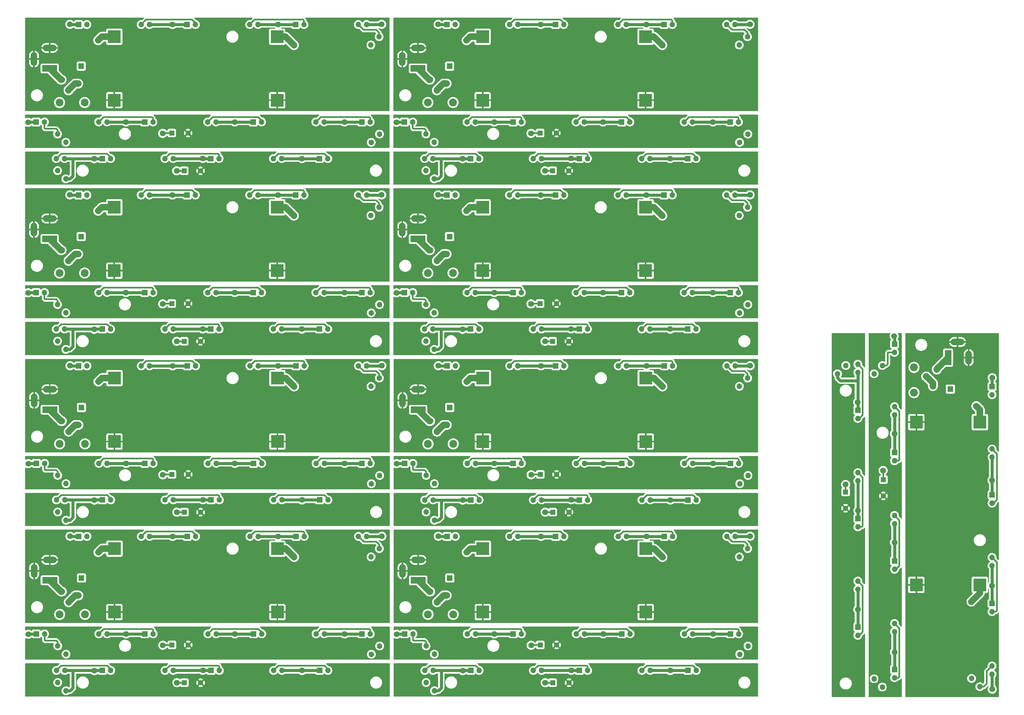
<source format=gbr>
%TF.GenerationSoftware,KiCad,Pcbnew,9.0.0*%
%TF.CreationDate,2025-07-23T13:34:58+02:00*%
%TF.ProjectId,PowerPCB,506f7765-7250-4434-922e-6b696361645f,rev?*%
%TF.SameCoordinates,Original*%
%TF.FileFunction,Copper,L2,Bot*%
%TF.FilePolarity,Positive*%
%FSLAX46Y46*%
G04 Gerber Fmt 4.6, Leading zero omitted, Abs format (unit mm)*
G04 Created by KiCad (PCBNEW 9.0.0) date 2025-07-23 13:34:58*
%MOMM*%
%LPD*%
G01*
G04 APERTURE LIST*
%TA.AperFunction,ComponentPad*%
%ADD10R,1.700000X1.700000*%
%TD*%
%TA.AperFunction,ComponentPad*%
%ADD11O,1.700000X1.700000*%
%TD*%
%TA.AperFunction,ComponentPad*%
%ADD12R,4.000000X4.000000*%
%TD*%
%TA.AperFunction,ComponentPad*%
%ADD13R,1.600000X1.600000*%
%TD*%
%TA.AperFunction,ComponentPad*%
%ADD14C,1.600000*%
%TD*%
%TA.AperFunction,ComponentPad*%
%ADD15R,1.800000X1.800000*%
%TD*%
%TA.AperFunction,ComponentPad*%
%ADD16O,1.800000X1.800000*%
%TD*%
%TA.AperFunction,ComponentPad*%
%ADD17C,1.710000*%
%TD*%
%TA.AperFunction,ComponentPad*%
%ADD18C,2.400000*%
%TD*%
%TA.AperFunction,ComponentPad*%
%ADD19R,2.000000X4.600000*%
%TD*%
%TA.AperFunction,ComponentPad*%
%ADD20O,2.000000X4.200000*%
%TD*%
%TA.AperFunction,ComponentPad*%
%ADD21O,4.200000X2.000000*%
%TD*%
%TA.AperFunction,ComponentPad*%
%ADD22R,4.600000X2.000000*%
%TD*%
%TA.AperFunction,ViaPad*%
%ADD23C,1.800000*%
%TD*%
%TA.AperFunction,Conductor*%
%ADD24C,0.500000*%
%TD*%
%TA.AperFunction,Conductor*%
%ADD25C,2.000000*%
%TD*%
%TA.AperFunction,Conductor*%
%ADD26C,0.900000*%
%TD*%
G04 APERTURE END LIST*
D10*
%TO.P,J3,1,Pin_1*%
%TO.N,GND2*%
X320374000Y-244299000D03*
D11*
X317834000Y-246839000D03*
%TO.P,J3,2,Pin_2*%
%TO.N,unconnected-(J3-Pin_2-Pad2)*%
X320374000Y-246839000D03*
%TO.P,J3,3,Pin_3*%
%TO.N,+5V2*%
X317834000Y-244299000D03*
%TD*%
D12*
%TO.P,U1,1,IN*%
%TO.N,Net-(U1-IN)*%
X350300000Y-165449000D03*
%TO.P,U1,2,GND*%
%TO.N,GND*%
X330800000Y-165449000D03*
X330800000Y-215449000D03*
%TO.P,U1,3,OUT*%
%TO.N,+5V*%
X350300000Y-215449000D03*
%TD*%
D10*
%TO.P,X11,1,Pin_1*%
%TO.N,+5V2*%
X324099000Y-208107200D03*
D11*
%TO.P,X11,2,Pin_2*%
%TO.N,Net-(X10-Pin_2)*%
X324099000Y-210647200D03*
%TO.P,X11,3,Pin_3*%
%TO.N,GND2*%
X324099000Y-213187200D03*
%TD*%
D13*
%TO.P,C2,1*%
%TO.N,+5V3*%
X309100000Y-186896349D03*
D14*
%TO.P,C2,2*%
%TO.N,GND3*%
X309100000Y-191896349D03*
%TD*%
D10*
%TO.P,X14,1,Pin_1*%
%TO.N,GND3*%
X312850000Y-145094400D03*
D11*
%TO.P,X14,2,Pin_2*%
%TO.N,Net-(X14-Pin_2)*%
X312850000Y-147634400D03*
%TO.P,X14,3,Pin_3*%
%TO.N,+5V3*%
X312850000Y-150174400D03*
%TD*%
D10*
%TO.P,X2,1,Pin_1*%
%TO.N,GND*%
X354050000Y-171145600D03*
D11*
%TO.P,X2,2,Pin_2*%
%TO.N,Net-(X2-Pin_2)*%
X354050000Y-173685600D03*
%TO.P,X2,3,Pin_3*%
%TO.N,+5V*%
X354050000Y-176225600D03*
%TD*%
D10*
%TO.P,X10,1,Pin_1*%
%TO.N,GND2*%
X324100000Y-191574000D03*
D11*
%TO.P,X10,2,Pin_2*%
%TO.N,Net-(X10-Pin_2)*%
X324100000Y-194114000D03*
%TO.P,X10,3,Pin_3*%
%TO.N,+5V2*%
X324100000Y-196654000D03*
%TD*%
D10*
%TO.P,X18,1,Pin_1*%
%TO.N,GND3*%
X312850000Y-211744000D03*
D11*
%TO.P,X18,2,Pin_2*%
%TO.N,Net-(X18-Pin_2)*%
X312850000Y-214284000D03*
%TO.P,X18,3,Pin_3*%
%TO.N,+5V3*%
X312850000Y-216824000D03*
%TD*%
D15*
%TO.P,D1,1,K*%
%TO.N,Net-(D1-K)*%
X341255000Y-155299000D03*
D16*
%TO.P,D1,2,A*%
%TO.N,GND*%
X343795000Y-155299000D03*
%TD*%
D10*
%TO.P,X5,1,Pin_1*%
%TO.N,+5V*%
X354050000Y-221132800D03*
D11*
%TO.P,X5,2,Pin_2*%
%TO.N,Net-(X4-Pin_2)*%
X354050000Y-223672800D03*
%TO.P,X5,3,Pin_3*%
%TO.N,GND*%
X354050000Y-226212800D03*
%TD*%
D10*
%TO.P,X19,1,Pin_1*%
%TO.N,+5V3*%
X312850000Y-228406400D03*
D11*
%TO.P,X19,2,Pin_2*%
%TO.N,Net-(X18-Pin_2)*%
X312850000Y-230946400D03*
%TO.P,X19,3,Pin_3*%
%TO.N,GND3*%
X312850000Y-233486400D03*
%TD*%
D10*
%TO.P,X12,1,Pin_1*%
%TO.N,GND2*%
X324099000Y-224769600D03*
D11*
%TO.P,X12,2,Pin_2*%
%TO.N,Net-(X12-Pin_2)*%
X324099000Y-227309600D03*
%TO.P,X12,3,Pin_3*%
%TO.N,+5V2*%
X324099000Y-229849600D03*
%TD*%
D17*
%TO.P,F1,1*%
%TO.N,Net-(F1-Pad1)*%
X337100000Y-149299000D03*
%TO.P,F1,2*%
%TO.N,Net-(D1-K)*%
X335900000Y-154399000D03*
%TD*%
D10*
%TO.P,X13,1,Pin_1*%
%TO.N,+5V2*%
X324099000Y-241432000D03*
D11*
%TO.P,X13,2,Pin_2*%
%TO.N,Net-(X12-Pin_2)*%
X324099000Y-243972000D03*
%TO.P,X13,3,Pin_3*%
%TO.N,GND2*%
X324099000Y-246512000D03*
%TD*%
D10*
%TO.P,X6,1,Pin_1*%
%TO.N,GND*%
X354050000Y-237795200D03*
D11*
%TO.P,X6,2,Pin_2*%
%TO.N,Net-(J2-Pin_2)*%
X354050000Y-240335200D03*
%TO.P,X6,3,Pin_3*%
%TO.N,+5V*%
X354050000Y-242875200D03*
%TD*%
D10*
%TO.P,J2,1,Pin_1*%
%TO.N,GND*%
X350300000Y-244199000D03*
D11*
X347760000Y-246739000D03*
%TO.P,J2,2,Pin_2*%
%TO.N,Net-(J2-Pin_2)*%
X350300000Y-246739000D03*
%TO.P,J2,3,Pin_3*%
%TO.N,+5V*%
X347760000Y-244199000D03*
%TD*%
D10*
%TO.P,X16,1,Pin_1*%
%TO.N,GND3*%
X312850000Y-178419200D03*
D11*
%TO.P,X16,2,Pin_2*%
%TO.N,Net-(X16-Pin_2)*%
X312850000Y-180959200D03*
%TO.P,X16,3,Pin_3*%
%TO.N,+5V3*%
X312850000Y-183499200D03*
%TD*%
%TO.P,J5,1,Pin_1*%
%TO.N,GND3*%
X306610000Y-148034000D03*
D10*
X309150000Y-150574000D03*
D11*
%TO.P,J5,2,Pin_2*%
%TO.N,unconnected-(J5-Pin_2-Pad2)*%
X309150000Y-148034000D03*
%TO.P,J5,3,Pin_3*%
%TO.N,+5V3*%
X306610000Y-150574000D03*
%TD*%
D10*
%TO.P,X8,1,Pin_1*%
%TO.N,GND2*%
X324099000Y-158120000D03*
D11*
%TO.P,X8,2,Pin_2*%
%TO.N,Net-(X8-Pin_2)*%
X324099000Y-160660000D03*
%TO.P,X8,3,Pin_3*%
%TO.N,+5V2*%
X324099000Y-163200000D03*
%TD*%
D10*
%TO.P,X9,1,Pin_1*%
%TO.N,+5V2*%
X324100000Y-174774000D03*
D11*
%TO.P,X9,2,Pin_2*%
%TO.N,Net-(X8-Pin_2)*%
X324100000Y-177314000D03*
%TO.P,X9,3,Pin_3*%
%TO.N,GND2*%
X324100000Y-179854000D03*
%TD*%
D10*
%TO.P,X4,1,Pin_1*%
%TO.N,GND*%
X354050000Y-204470400D03*
D11*
%TO.P,X4,2,Pin_2*%
%TO.N,Net-(X4-Pin_2)*%
X354050000Y-207010400D03*
%TO.P,X4,3,Pin_3*%
%TO.N,+5V*%
X354050000Y-209550400D03*
%TD*%
D13*
%TO.P,C1,1*%
%TO.N,+5V2*%
X320700000Y-183096349D03*
D14*
%TO.P,C1,2*%
%TO.N,GND2*%
X320700000Y-188096349D03*
%TD*%
D10*
%TO.P,X3,1,Pin_1*%
%TO.N,+5V*%
X354050000Y-187808000D03*
D11*
%TO.P,X3,2,Pin_2*%
%TO.N,Net-(X2-Pin_2)*%
X354050000Y-190348000D03*
%TO.P,X3,3,Pin_3*%
%TO.N,GND*%
X354050000Y-192888000D03*
%TD*%
D10*
%TO.P,X7,1,Pin_1*%
%TO.N,+5V2*%
X324099000Y-141457600D03*
D11*
%TO.P,X7,2,Pin_2*%
%TO.N,Net-(J4-Pin_2)*%
X324099000Y-143997600D03*
%TO.P,X7,3,Pin_3*%
%TO.N,GND2*%
X324099000Y-146537600D03*
%TD*%
D18*
%TO.P,TH1,1*%
%TO.N,Net-(D1-K)*%
X330100000Y-148624000D03*
%TO.P,TH1,2*%
%TO.N,Net-(U1-IN)*%
X330100000Y-156374000D03*
%TD*%
D11*
%TO.P,J4,1,Pin_1*%
%TO.N,GND2*%
X317859000Y-148034000D03*
D10*
X320399000Y-150574000D03*
D11*
%TO.P,J4,2,Pin_2*%
%TO.N,Net-(J4-Pin_2)*%
X320399000Y-148034000D03*
%TO.P,J4,3,Pin_3*%
%TO.N,+5V2*%
X317859000Y-150574000D03*
%TD*%
D19*
%TO.P,J1,1*%
%TO.N,Net-(F1-Pad1)*%
X340551000Y-145599000D03*
D20*
%TO.P,J1,2*%
%TO.N,GND*%
X346851000Y-145599000D03*
D21*
%TO.P,J1,MP,MountPin*%
X343451000Y-140799000D03*
%TD*%
D10*
%TO.P,X17,1,Pin_1*%
%TO.N,+5V3*%
X312850000Y-195081600D03*
D11*
%TO.P,X17,2,Pin_2*%
%TO.N,Net-(X16-Pin_2)*%
X312850000Y-197621600D03*
%TO.P,X17,3,Pin_3*%
%TO.N,GND3*%
X312850000Y-200161600D03*
%TD*%
D10*
%TO.P,X15,1,Pin_1*%
%TO.N,+5V3*%
X312850000Y-161756800D03*
D11*
%TO.P,X15,2,Pin_2*%
%TO.N,Net-(X14-Pin_2)*%
X312850000Y-164296800D03*
%TO.P,X15,3,Pin_3*%
%TO.N,GND3*%
X312850000Y-166836800D03*
%TD*%
D10*
%TO.P,X1,1,Pin_1*%
%TO.N,+5V*%
X354050000Y-154483200D03*
D11*
%TO.P,X1,2,Pin_2*%
%TO.N,unconnected-(X1-Pin_2-Pad2)*%
X354050000Y-157023200D03*
%TO.P,X1,3,Pin_3*%
%TO.N,GND*%
X354050000Y-159563200D03*
%TD*%
D10*
%TO.P,X2,1,Pin_1*%
%TO.N,GND*%
X203396600Y-95651553D03*
D11*
%TO.P,X2,2,Pin_2*%
%TO.N,Net-(X2-Pin_2)*%
X205936600Y-95651553D03*
%TO.P,X2,3,Pin_3*%
%TO.N,+5V*%
X208476600Y-95651553D03*
%TD*%
D10*
%TO.P,X10,1,Pin_1*%
%TO.N,GND2*%
X223825000Y-125601553D03*
D11*
%TO.P,X10,2,Pin_2*%
%TO.N,Net-(X10-Pin_2)*%
X226365000Y-125601553D03*
%TO.P,X10,3,Pin_3*%
%TO.N,+5V2*%
X228905000Y-125601553D03*
%TD*%
D10*
%TO.P,X19,1,Pin_1*%
%TO.N,+5V3*%
X260657400Y-136851553D03*
D11*
%TO.P,X19,2,Pin_2*%
%TO.N,Net-(X18-Pin_2)*%
X263197400Y-136851553D03*
%TO.P,X19,3,Pin_3*%
%TO.N,GND3*%
X265737400Y-136851553D03*
%TD*%
D10*
%TO.P,X18,1,Pin_1*%
%TO.N,GND3*%
X243995000Y-136851553D03*
D11*
%TO.P,X18,2,Pin_2*%
%TO.N,Net-(X18-Pin_2)*%
X246535000Y-136851553D03*
%TO.P,X18,3,Pin_3*%
%TO.N,+5V3*%
X249075000Y-136851553D03*
%TD*%
D15*
%TO.P,D1,1,K*%
%TO.N,Net-(D1-K)*%
X187550000Y-108446553D03*
D16*
%TO.P,D1,2,A*%
%TO.N,GND*%
X187550000Y-105906553D03*
%TD*%
D10*
%TO.P,X5,1,Pin_1*%
%TO.N,+5V*%
X253383800Y-95651553D03*
D11*
%TO.P,X5,2,Pin_2*%
%TO.N,Net-(X4-Pin_2)*%
X255923800Y-95651553D03*
%TO.P,X5,3,Pin_3*%
%TO.N,GND*%
X258463800Y-95651553D03*
%TD*%
D10*
%TO.P,J2,1,Pin_1*%
%TO.N,GND*%
X276450000Y-99401553D03*
D11*
X278990000Y-101941553D03*
%TO.P,J2,2,Pin_2*%
%TO.N,Net-(J2-Pin_2)*%
X278990000Y-99401553D03*
%TO.P,J2,3,Pin_3*%
%TO.N,+5V*%
X276450000Y-101941553D03*
%TD*%
D10*
%TO.P,X16,1,Pin_1*%
%TO.N,GND3*%
X210670200Y-136851553D03*
D11*
%TO.P,X16,2,Pin_2*%
%TO.N,Net-(X16-Pin_2)*%
X213210200Y-136851553D03*
%TO.P,X16,3,Pin_3*%
%TO.N,+5V3*%
X215750200Y-136851553D03*
%TD*%
D10*
%TO.P,X4,1,Pin_1*%
%TO.N,GND*%
X236721400Y-95651553D03*
D11*
%TO.P,X4,2,Pin_2*%
%TO.N,Net-(X4-Pin_2)*%
X239261400Y-95651553D03*
%TO.P,X4,3,Pin_3*%
%TO.N,+5V*%
X241801400Y-95651553D03*
%TD*%
D17*
%TO.P,F1,1*%
%TO.N,Net-(F1-Pad1)*%
X181550000Y-112601553D03*
%TO.P,F1,2*%
%TO.N,Net-(D1-K)*%
X186650000Y-113801553D03*
%TD*%
D10*
%TO.P,X13,1,Pin_1*%
%TO.N,+5V2*%
X273683000Y-125602553D03*
D11*
%TO.P,X13,2,Pin_2*%
%TO.N,Net-(X12-Pin_2)*%
X276223000Y-125602553D03*
%TO.P,X13,3,Pin_3*%
%TO.N,GND2*%
X278763000Y-125602553D03*
%TD*%
%TO.P,J5,1,Pin_1*%
%TO.N,GND3*%
X180285000Y-143091553D03*
D10*
X182825000Y-140551553D03*
D11*
%TO.P,J5,2,Pin_2*%
%TO.N,unconnected-(J5-Pin_2-Pad2)*%
X180285000Y-140551553D03*
%TO.P,J5,3,Pin_3*%
%TO.N,+5V3*%
X182825000Y-143091553D03*
%TD*%
D10*
%TO.P,X12,1,Pin_1*%
%TO.N,GND2*%
X257020600Y-125602553D03*
D11*
%TO.P,X12,2,Pin_2*%
%TO.N,Net-(X12-Pin_2)*%
X259560600Y-125602553D03*
%TO.P,X12,3,Pin_3*%
%TO.N,+5V2*%
X262100600Y-125602553D03*
%TD*%
D10*
%TO.P,X9,1,Pin_1*%
%TO.N,+5V2*%
X207025000Y-125601553D03*
D11*
%TO.P,X9,2,Pin_2*%
%TO.N,Net-(X8-Pin_2)*%
X209565000Y-125601553D03*
%TO.P,X9,3,Pin_3*%
%TO.N,GND2*%
X212105000Y-125601553D03*
%TD*%
D10*
%TO.P,X6,1,Pin_1*%
%TO.N,GND*%
X270046200Y-95651553D03*
D11*
%TO.P,X6,2,Pin_2*%
%TO.N,Net-(J2-Pin_2)*%
X272586200Y-95651553D03*
%TO.P,X6,3,Pin_3*%
%TO.N,+5V*%
X275126200Y-95651553D03*
%TD*%
D13*
%TO.P,C2,1*%
%TO.N,+5V3*%
X219147349Y-140601553D03*
D14*
%TO.P,C2,2*%
%TO.N,GND3*%
X224147349Y-140601553D03*
%TD*%
D10*
%TO.P,X14,1,Pin_1*%
%TO.N,GND3*%
X177345400Y-136851553D03*
D11*
%TO.P,X14,2,Pin_2*%
%TO.N,Net-(X14-Pin_2)*%
X179885400Y-136851553D03*
%TO.P,X14,3,Pin_3*%
%TO.N,+5V3*%
X182425400Y-136851553D03*
%TD*%
D10*
%TO.P,X11,1,Pin_1*%
%TO.N,+5V2*%
X240358200Y-125602553D03*
D11*
%TO.P,X11,2,Pin_2*%
%TO.N,Net-(X10-Pin_2)*%
X242898200Y-125602553D03*
%TO.P,X11,3,Pin_3*%
%TO.N,GND2*%
X245438200Y-125602553D03*
%TD*%
D12*
%TO.P,U1,1,IN*%
%TO.N,Net-(U1-IN)*%
X197700000Y-99401553D03*
%TO.P,U1,2,GND*%
%TO.N,GND*%
X197700000Y-118901553D03*
X247700000Y-118901553D03*
%TO.P,U1,3,OUT*%
%TO.N,+5V*%
X247700000Y-99401553D03*
%TD*%
D10*
%TO.P,J3,1,Pin_1*%
%TO.N,GND2*%
X276550000Y-129327553D03*
D11*
X279090000Y-131867553D03*
%TO.P,J3,2,Pin_2*%
%TO.N,unconnected-(J3-Pin_2-Pad2)*%
X279090000Y-129327553D03*
%TO.P,J3,3,Pin_3*%
%TO.N,+5V2*%
X276550000Y-131867553D03*
%TD*%
D13*
%TO.P,C2,1*%
%TO.N,+5V3*%
X219147349Y-88200000D03*
D14*
%TO.P,C2,2*%
%TO.N,GND3*%
X224147349Y-88200000D03*
%TD*%
D10*
%TO.P,J3,1,Pin_1*%
%TO.N,GND2*%
X276550000Y-76926000D03*
D11*
X279090000Y-79466000D03*
%TO.P,J3,2,Pin_2*%
%TO.N,unconnected-(J3-Pin_2-Pad2)*%
X279090000Y-76926000D03*
%TO.P,J3,3,Pin_3*%
%TO.N,+5V2*%
X276550000Y-79466000D03*
%TD*%
D10*
%TO.P,X14,1,Pin_1*%
%TO.N,GND3*%
X177345400Y-84450000D03*
D11*
%TO.P,X14,2,Pin_2*%
%TO.N,Net-(X14-Pin_2)*%
X179885400Y-84450000D03*
%TO.P,X14,3,Pin_3*%
%TO.N,+5V3*%
X182425400Y-84450000D03*
%TD*%
D12*
%TO.P,U1,1,IN*%
%TO.N,Net-(U1-IN)*%
X197700000Y-47000000D03*
%TO.P,U1,2,GND*%
%TO.N,GND*%
X197700000Y-66500000D03*
X247700000Y-66500000D03*
%TO.P,U1,3,OUT*%
%TO.N,+5V*%
X247700000Y-47000000D03*
%TD*%
D10*
%TO.P,X11,1,Pin_1*%
%TO.N,+5V2*%
X240358200Y-73201000D03*
D11*
%TO.P,X11,2,Pin_2*%
%TO.N,Net-(X10-Pin_2)*%
X242898200Y-73201000D03*
%TO.P,X11,3,Pin_3*%
%TO.N,GND2*%
X245438200Y-73201000D03*
%TD*%
D10*
%TO.P,X7,1,Pin_1*%
%TO.N,+5V2*%
X173708600Y-125602553D03*
D11*
%TO.P,X7,2,Pin_2*%
%TO.N,Net-(J4-Pin_2)*%
X176248600Y-125602553D03*
%TO.P,X7,3,Pin_3*%
%TO.N,GND2*%
X178788600Y-125602553D03*
%TD*%
%TO.P,J4,1,Pin_1*%
%TO.N,GND2*%
X180285000Y-131842553D03*
D10*
X182825000Y-129302553D03*
D11*
%TO.P,J4,2,Pin_2*%
%TO.N,Net-(J4-Pin_2)*%
X180285000Y-129302553D03*
%TO.P,J4,3,Pin_3*%
%TO.N,+5V2*%
X182825000Y-131842553D03*
%TD*%
D10*
%TO.P,X8,1,Pin_1*%
%TO.N,GND2*%
X190371000Y-125602553D03*
D11*
%TO.P,X8,2,Pin_2*%
%TO.N,Net-(X8-Pin_2)*%
X192911000Y-125602553D03*
%TO.P,X8,3,Pin_3*%
%TO.N,+5V2*%
X195451000Y-125602553D03*
%TD*%
D13*
%TO.P,C1,1*%
%TO.N,+5V2*%
X215347349Y-129001553D03*
D14*
%TO.P,C1,2*%
%TO.N,GND2*%
X220347349Y-129001553D03*
%TD*%
D10*
%TO.P,X3,1,Pin_1*%
%TO.N,+5V*%
X220059000Y-95651553D03*
D11*
%TO.P,X3,2,Pin_2*%
%TO.N,Net-(X2-Pin_2)*%
X222599000Y-95651553D03*
%TO.P,X3,3,Pin_3*%
%TO.N,GND*%
X225139000Y-95651553D03*
%TD*%
D22*
%TO.P,J1,1*%
%TO.N,Net-(F1-Pad1)*%
X177850000Y-109150553D03*
D21*
%TO.P,J1,2*%
%TO.N,GND*%
X177850000Y-102850553D03*
D20*
%TO.P,J1,MP,MountPin*%
X173050000Y-106250553D03*
%TD*%
D18*
%TO.P,TH1,1*%
%TO.N,Net-(D1-K)*%
X180875000Y-119601553D03*
%TO.P,TH1,2*%
%TO.N,Net-(U1-IN)*%
X188625000Y-119601553D03*
%TD*%
D10*
%TO.P,X15,1,Pin_1*%
%TO.N,+5V3*%
X194007800Y-136851553D03*
D11*
%TO.P,X15,2,Pin_2*%
%TO.N,Net-(X14-Pin_2)*%
X196547800Y-136851553D03*
%TO.P,X15,3,Pin_3*%
%TO.N,GND3*%
X199087800Y-136851553D03*
%TD*%
D10*
%TO.P,X2,1,Pin_1*%
%TO.N,GND*%
X203396600Y-43250000D03*
D11*
%TO.P,X2,2,Pin_2*%
%TO.N,Net-(X2-Pin_2)*%
X205936600Y-43250000D03*
%TO.P,X2,3,Pin_3*%
%TO.N,+5V*%
X208476600Y-43250000D03*
%TD*%
D10*
%TO.P,X1,1,Pin_1*%
%TO.N,+5V*%
X186734200Y-95651553D03*
D11*
%TO.P,X1,2,Pin_2*%
%TO.N,unconnected-(X1-Pin_2-Pad2)*%
X189274200Y-95651553D03*
%TO.P,X1,3,Pin_3*%
%TO.N,GND*%
X191814200Y-95651553D03*
%TD*%
D10*
%TO.P,X17,1,Pin_1*%
%TO.N,+5V3*%
X227332600Y-136851553D03*
D11*
%TO.P,X17,2,Pin_2*%
%TO.N,Net-(X16-Pin_2)*%
X229872600Y-136851553D03*
%TO.P,X17,3,Pin_3*%
%TO.N,GND3*%
X232412600Y-136851553D03*
%TD*%
D10*
%TO.P,X10,1,Pin_1*%
%TO.N,GND2*%
X223825000Y-73200000D03*
D11*
%TO.P,X10,2,Pin_2*%
%TO.N,Net-(X10-Pin_2)*%
X226365000Y-73200000D03*
%TO.P,X10,3,Pin_3*%
%TO.N,+5V2*%
X228905000Y-73200000D03*
%TD*%
D10*
%TO.P,X18,1,Pin_1*%
%TO.N,GND3*%
X243995000Y-84450000D03*
D11*
%TO.P,X18,2,Pin_2*%
%TO.N,Net-(X18-Pin_2)*%
X246535000Y-84450000D03*
%TO.P,X18,3,Pin_3*%
%TO.N,+5V3*%
X249075000Y-84450000D03*
%TD*%
D10*
%TO.P,X19,1,Pin_1*%
%TO.N,+5V3*%
X260657400Y-84450000D03*
D11*
%TO.P,X19,2,Pin_2*%
%TO.N,Net-(X18-Pin_2)*%
X263197400Y-84450000D03*
%TO.P,X19,3,Pin_3*%
%TO.N,GND3*%
X265737400Y-84450000D03*
%TD*%
D10*
%TO.P,X12,1,Pin_1*%
%TO.N,GND2*%
X257020600Y-73201000D03*
D11*
%TO.P,X12,2,Pin_2*%
%TO.N,Net-(X12-Pin_2)*%
X259560600Y-73201000D03*
%TO.P,X12,3,Pin_3*%
%TO.N,+5V2*%
X262100600Y-73201000D03*
%TD*%
D17*
%TO.P,F1,1*%
%TO.N,Net-(F1-Pad1)*%
X181550000Y-60200000D03*
%TO.P,F1,2*%
%TO.N,Net-(D1-K)*%
X186650000Y-61400000D03*
%TD*%
D15*
%TO.P,D1,1,K*%
%TO.N,Net-(D1-K)*%
X187550000Y-56045000D03*
D16*
%TO.P,D1,2,A*%
%TO.N,GND*%
X187550000Y-53505000D03*
%TD*%
D10*
%TO.P,X13,1,Pin_1*%
%TO.N,+5V2*%
X273683000Y-73201000D03*
D11*
%TO.P,X13,2,Pin_2*%
%TO.N,Net-(X12-Pin_2)*%
X276223000Y-73201000D03*
%TO.P,X13,3,Pin_3*%
%TO.N,GND2*%
X278763000Y-73201000D03*
%TD*%
D10*
%TO.P,X5,1,Pin_1*%
%TO.N,+5V*%
X253383800Y-43250000D03*
D11*
%TO.P,X5,2,Pin_2*%
%TO.N,Net-(X4-Pin_2)*%
X255923800Y-43250000D03*
%TO.P,X5,3,Pin_3*%
%TO.N,GND*%
X258463800Y-43250000D03*
%TD*%
D10*
%TO.P,X6,1,Pin_1*%
%TO.N,GND*%
X270046200Y-43250000D03*
D11*
%TO.P,X6,2,Pin_2*%
%TO.N,Net-(J2-Pin_2)*%
X272586200Y-43250000D03*
%TO.P,X6,3,Pin_3*%
%TO.N,+5V*%
X275126200Y-43250000D03*
%TD*%
D10*
%TO.P,J2,1,Pin_1*%
%TO.N,GND*%
X276450000Y-47000000D03*
D11*
X278990000Y-49540000D03*
%TO.P,J2,2,Pin_2*%
%TO.N,Net-(J2-Pin_2)*%
X278990000Y-47000000D03*
%TO.P,J2,3,Pin_3*%
%TO.N,+5V*%
X276450000Y-49540000D03*
%TD*%
D10*
%TO.P,X9,1,Pin_1*%
%TO.N,+5V2*%
X207025000Y-73200000D03*
D11*
%TO.P,X9,2,Pin_2*%
%TO.N,Net-(X8-Pin_2)*%
X209565000Y-73200000D03*
%TO.P,X9,3,Pin_3*%
%TO.N,GND2*%
X212105000Y-73200000D03*
%TD*%
D10*
%TO.P,X4,1,Pin_1*%
%TO.N,GND*%
X236721400Y-43250000D03*
D11*
%TO.P,X4,2,Pin_2*%
%TO.N,Net-(X4-Pin_2)*%
X239261400Y-43250000D03*
%TO.P,X4,3,Pin_3*%
%TO.N,+5V*%
X241801400Y-43250000D03*
%TD*%
%TO.P,J5,1,Pin_1*%
%TO.N,GND3*%
X180285000Y-90690000D03*
D10*
X182825000Y-88150000D03*
D11*
%TO.P,J5,2,Pin_2*%
%TO.N,unconnected-(J5-Pin_2-Pad2)*%
X180285000Y-88150000D03*
%TO.P,J5,3,Pin_3*%
%TO.N,+5V3*%
X182825000Y-90690000D03*
%TD*%
D10*
%TO.P,X16,1,Pin_1*%
%TO.N,GND3*%
X210670200Y-84450000D03*
D11*
%TO.P,X16,2,Pin_2*%
%TO.N,Net-(X16-Pin_2)*%
X213210200Y-84450000D03*
%TO.P,X16,3,Pin_3*%
%TO.N,+5V3*%
X215750200Y-84450000D03*
%TD*%
D10*
%TO.P,X8,1,Pin_1*%
%TO.N,GND2*%
X190371000Y-73201000D03*
D11*
%TO.P,X8,2,Pin_2*%
%TO.N,Net-(X8-Pin_2)*%
X192911000Y-73201000D03*
%TO.P,X8,3,Pin_3*%
%TO.N,+5V2*%
X195451000Y-73201000D03*
%TD*%
D12*
%TO.P,U1,1,IN*%
%TO.N,Net-(U1-IN)*%
X197750000Y-204300000D03*
%TO.P,U1,2,GND*%
%TO.N,GND*%
X197750000Y-223800000D03*
X247750000Y-223800000D03*
%TO.P,U1,3,OUT*%
%TO.N,+5V*%
X247750000Y-204300000D03*
%TD*%
D10*
%TO.P,X14,1,Pin_1*%
%TO.N,GND3*%
X177395400Y-241750000D03*
D11*
%TO.P,X14,2,Pin_2*%
%TO.N,Net-(X14-Pin_2)*%
X179935400Y-241750000D03*
%TO.P,X14,3,Pin_3*%
%TO.N,+5V3*%
X182475400Y-241750000D03*
%TD*%
D10*
%TO.P,X11,1,Pin_1*%
%TO.N,+5V2*%
X240408200Y-230501000D03*
D11*
%TO.P,X11,2,Pin_2*%
%TO.N,Net-(X10-Pin_2)*%
X242948200Y-230501000D03*
%TO.P,X11,3,Pin_3*%
%TO.N,GND2*%
X245488200Y-230501000D03*
%TD*%
D10*
%TO.P,X2,1,Pin_1*%
%TO.N,GND*%
X203446600Y-200550000D03*
D11*
%TO.P,X2,2,Pin_2*%
%TO.N,Net-(X2-Pin_2)*%
X205986600Y-200550000D03*
%TO.P,X2,3,Pin_3*%
%TO.N,+5V*%
X208526600Y-200550000D03*
%TD*%
D10*
%TO.P,X10,1,Pin_1*%
%TO.N,GND2*%
X223875000Y-230500000D03*
D11*
%TO.P,X10,2,Pin_2*%
%TO.N,Net-(X10-Pin_2)*%
X226415000Y-230500000D03*
%TO.P,X10,3,Pin_3*%
%TO.N,+5V2*%
X228955000Y-230500000D03*
%TD*%
D10*
%TO.P,X18,1,Pin_1*%
%TO.N,GND3*%
X244045000Y-241750000D03*
D11*
%TO.P,X18,2,Pin_2*%
%TO.N,Net-(X18-Pin_2)*%
X246585000Y-241750000D03*
%TO.P,X18,3,Pin_3*%
%TO.N,+5V3*%
X249125000Y-241750000D03*
%TD*%
D10*
%TO.P,X19,1,Pin_1*%
%TO.N,+5V3*%
X260707400Y-241750000D03*
D11*
%TO.P,X19,2,Pin_2*%
%TO.N,Net-(X18-Pin_2)*%
X263247400Y-241750000D03*
%TO.P,X19,3,Pin_3*%
%TO.N,GND3*%
X265787400Y-241750000D03*
%TD*%
D17*
%TO.P,F1,1*%
%TO.N,Net-(F1-Pad1)*%
X181600000Y-217500000D03*
%TO.P,F1,2*%
%TO.N,Net-(D1-K)*%
X186700000Y-218700000D03*
%TD*%
D10*
%TO.P,X12,1,Pin_1*%
%TO.N,GND2*%
X257070600Y-230501000D03*
D11*
%TO.P,X12,2,Pin_2*%
%TO.N,Net-(X12-Pin_2)*%
X259610600Y-230501000D03*
%TO.P,X12,3,Pin_3*%
%TO.N,+5V2*%
X262150600Y-230501000D03*
%TD*%
D10*
%TO.P,X6,1,Pin_1*%
%TO.N,GND*%
X270096200Y-200550000D03*
D11*
%TO.P,X6,2,Pin_2*%
%TO.N,Net-(J2-Pin_2)*%
X272636200Y-200550000D03*
%TO.P,X6,3,Pin_3*%
%TO.N,+5V*%
X275176200Y-200550000D03*
%TD*%
D10*
%TO.P,X9,1,Pin_1*%
%TO.N,+5V2*%
X207075000Y-230500000D03*
D11*
%TO.P,X9,2,Pin_2*%
%TO.N,Net-(X8-Pin_2)*%
X209615000Y-230500000D03*
%TO.P,X9,3,Pin_3*%
%TO.N,GND2*%
X212155000Y-230500000D03*
%TD*%
D10*
%TO.P,X13,1,Pin_1*%
%TO.N,+5V2*%
X273733000Y-230501000D03*
D11*
%TO.P,X13,2,Pin_2*%
%TO.N,Net-(X12-Pin_2)*%
X276273000Y-230501000D03*
%TO.P,X13,3,Pin_3*%
%TO.N,GND2*%
X278813000Y-230501000D03*
%TD*%
D10*
%TO.P,X5,1,Pin_1*%
%TO.N,+5V*%
X253433800Y-200550000D03*
D11*
%TO.P,X5,2,Pin_2*%
%TO.N,Net-(X4-Pin_2)*%
X255973800Y-200550000D03*
%TO.P,X5,3,Pin_3*%
%TO.N,GND*%
X258513800Y-200550000D03*
%TD*%
D10*
%TO.P,X4,1,Pin_1*%
%TO.N,GND*%
X236771400Y-200550000D03*
D11*
%TO.P,X4,2,Pin_2*%
%TO.N,Net-(X4-Pin_2)*%
X239311400Y-200550000D03*
%TO.P,X4,3,Pin_3*%
%TO.N,+5V*%
X241851400Y-200550000D03*
%TD*%
D10*
%TO.P,X16,1,Pin_1*%
%TO.N,GND3*%
X210720200Y-241750000D03*
D11*
%TO.P,X16,2,Pin_2*%
%TO.N,Net-(X16-Pin_2)*%
X213260200Y-241750000D03*
%TO.P,X16,3,Pin_3*%
%TO.N,+5V3*%
X215800200Y-241750000D03*
%TD*%
D10*
%TO.P,X8,1,Pin_1*%
%TO.N,GND2*%
X190421000Y-230501000D03*
D11*
%TO.P,X8,2,Pin_2*%
%TO.N,Net-(X8-Pin_2)*%
X192961000Y-230501000D03*
%TO.P,X8,3,Pin_3*%
%TO.N,+5V2*%
X195501000Y-230501000D03*
%TD*%
D15*
%TO.P,D1,1,K*%
%TO.N,Net-(D1-K)*%
X187600000Y-213345000D03*
D16*
%TO.P,D1,2,A*%
%TO.N,GND*%
X187600000Y-210805000D03*
%TD*%
D10*
%TO.P,J2,1,Pin_1*%
%TO.N,GND*%
X276500000Y-204300000D03*
D11*
X279040000Y-206840000D03*
%TO.P,J2,2,Pin_2*%
%TO.N,Net-(J2-Pin_2)*%
X279040000Y-204300000D03*
%TO.P,J2,3,Pin_3*%
%TO.N,+5V*%
X276500000Y-206840000D03*
%TD*%
D13*
%TO.P,C1,1*%
%TO.N,+5V2*%
X215397349Y-233900000D03*
D14*
%TO.P,C1,2*%
%TO.N,GND2*%
X220397349Y-233900000D03*
%TD*%
D11*
%TO.P,J5,1,Pin_1*%
%TO.N,GND3*%
X180335000Y-247990000D03*
D10*
X182875000Y-245450000D03*
D11*
%TO.P,J5,2,Pin_2*%
%TO.N,unconnected-(J5-Pin_2-Pad2)*%
X180335000Y-245450000D03*
%TO.P,J5,3,Pin_3*%
%TO.N,+5V3*%
X182875000Y-247990000D03*
%TD*%
D22*
%TO.P,J1,1*%
%TO.N,Net-(F1-Pad1)*%
X177900000Y-214049000D03*
D21*
%TO.P,J1,2*%
%TO.N,GND*%
X177900000Y-207749000D03*
D20*
%TO.P,J1,MP,MountPin*%
X173100000Y-211149000D03*
%TD*%
D10*
%TO.P,X1,1,Pin_1*%
%TO.N,+5V*%
X186784200Y-200550000D03*
D11*
%TO.P,X1,2,Pin_2*%
%TO.N,unconnected-(X1-Pin_2-Pad2)*%
X189324200Y-200550000D03*
%TO.P,X1,3,Pin_3*%
%TO.N,GND*%
X191864200Y-200550000D03*
%TD*%
D10*
%TO.P,X7,1,Pin_1*%
%TO.N,+5V2*%
X173758600Y-230501000D03*
D11*
%TO.P,X7,2,Pin_2*%
%TO.N,Net-(J4-Pin_2)*%
X176298600Y-230501000D03*
%TO.P,X7,3,Pin_3*%
%TO.N,GND2*%
X178838600Y-230501000D03*
%TD*%
%TO.P,J4,1,Pin_1*%
%TO.N,GND2*%
X180335000Y-236741000D03*
D10*
X182875000Y-234201000D03*
D11*
%TO.P,J4,2,Pin_2*%
%TO.N,Net-(J4-Pin_2)*%
X180335000Y-234201000D03*
%TO.P,J4,3,Pin_3*%
%TO.N,+5V2*%
X182875000Y-236741000D03*
%TD*%
D10*
%TO.P,X17,1,Pin_1*%
%TO.N,+5V3*%
X227382600Y-241750000D03*
D11*
%TO.P,X17,2,Pin_2*%
%TO.N,Net-(X16-Pin_2)*%
X229922600Y-241750000D03*
%TO.P,X17,3,Pin_3*%
%TO.N,GND3*%
X232462600Y-241750000D03*
%TD*%
D10*
%TO.P,X15,1,Pin_1*%
%TO.N,+5V3*%
X194057800Y-241750000D03*
D11*
%TO.P,X15,2,Pin_2*%
%TO.N,Net-(X14-Pin_2)*%
X196597800Y-241750000D03*
%TO.P,X15,3,Pin_3*%
%TO.N,GND3*%
X199137800Y-241750000D03*
%TD*%
D10*
%TO.P,X3,1,Pin_1*%
%TO.N,+5V*%
X220109000Y-200550000D03*
D11*
%TO.P,X3,2,Pin_2*%
%TO.N,Net-(X2-Pin_2)*%
X222649000Y-200550000D03*
%TO.P,X3,3,Pin_3*%
%TO.N,GND*%
X225189000Y-200550000D03*
%TD*%
D18*
%TO.P,TH1,1*%
%TO.N,Net-(D1-K)*%
X180925000Y-224500000D03*
%TO.P,TH1,2*%
%TO.N,Net-(U1-IN)*%
X188675000Y-224500000D03*
%TD*%
D13*
%TO.P,C2,1*%
%TO.N,+5V3*%
X219197349Y-193100000D03*
D14*
%TO.P,C2,2*%
%TO.N,GND3*%
X224197349Y-193100000D03*
%TD*%
D10*
%TO.P,X14,1,Pin_1*%
%TO.N,GND3*%
X177395400Y-189350000D03*
D11*
%TO.P,X14,2,Pin_2*%
%TO.N,Net-(X14-Pin_2)*%
X179935400Y-189350000D03*
%TO.P,X14,3,Pin_3*%
%TO.N,+5V3*%
X182475400Y-189350000D03*
%TD*%
D10*
%TO.P,X11,1,Pin_1*%
%TO.N,+5V2*%
X240408200Y-178101000D03*
D11*
%TO.P,X11,2,Pin_2*%
%TO.N,Net-(X10-Pin_2)*%
X242948200Y-178101000D03*
%TO.P,X11,3,Pin_3*%
%TO.N,GND2*%
X245488200Y-178101000D03*
%TD*%
D10*
%TO.P,X2,1,Pin_1*%
%TO.N,GND*%
X203446600Y-148150000D03*
D11*
%TO.P,X2,2,Pin_2*%
%TO.N,Net-(X2-Pin_2)*%
X205986600Y-148150000D03*
%TO.P,X2,3,Pin_3*%
%TO.N,+5V*%
X208526600Y-148150000D03*
%TD*%
D12*
%TO.P,U1,1,IN*%
%TO.N,Net-(U1-IN)*%
X197750000Y-151900000D03*
%TO.P,U1,2,GND*%
%TO.N,GND*%
X197750000Y-171400000D03*
X247750000Y-171400000D03*
%TO.P,U1,3,OUT*%
%TO.N,+5V*%
X247750000Y-151900000D03*
%TD*%
D10*
%TO.P,J3,1,Pin_1*%
%TO.N,GND2*%
X276600000Y-181826000D03*
D11*
X279140000Y-184366000D03*
%TO.P,J3,2,Pin_2*%
%TO.N,unconnected-(J3-Pin_2-Pad2)*%
X279140000Y-181826000D03*
%TO.P,J3,3,Pin_3*%
%TO.N,+5V2*%
X276600000Y-184366000D03*
%TD*%
D10*
%TO.P,X18,1,Pin_1*%
%TO.N,GND3*%
X244045000Y-189350000D03*
D11*
%TO.P,X18,2,Pin_2*%
%TO.N,Net-(X18-Pin_2)*%
X246585000Y-189350000D03*
%TO.P,X18,3,Pin_3*%
%TO.N,+5V3*%
X249125000Y-189350000D03*
%TD*%
D10*
%TO.P,X10,1,Pin_1*%
%TO.N,GND2*%
X223875000Y-178100000D03*
D11*
%TO.P,X10,2,Pin_2*%
%TO.N,Net-(X10-Pin_2)*%
X226415000Y-178100000D03*
%TO.P,X10,3,Pin_3*%
%TO.N,+5V2*%
X228955000Y-178100000D03*
%TD*%
D10*
%TO.P,X12,1,Pin_1*%
%TO.N,GND2*%
X257070600Y-178101000D03*
D11*
%TO.P,X12,2,Pin_2*%
%TO.N,Net-(X12-Pin_2)*%
X259610600Y-178101000D03*
%TO.P,X12,3,Pin_3*%
%TO.N,+5V2*%
X262150600Y-178101000D03*
%TD*%
D10*
%TO.P,X9,1,Pin_1*%
%TO.N,+5V2*%
X207075000Y-178100000D03*
D11*
%TO.P,X9,2,Pin_2*%
%TO.N,Net-(X8-Pin_2)*%
X209615000Y-178100000D03*
%TO.P,X9,3,Pin_3*%
%TO.N,GND2*%
X212155000Y-178100000D03*
%TD*%
D10*
%TO.P,X13,1,Pin_1*%
%TO.N,+5V2*%
X273733000Y-178101000D03*
D11*
%TO.P,X13,2,Pin_2*%
%TO.N,Net-(X12-Pin_2)*%
X276273000Y-178101000D03*
%TO.P,X13,3,Pin_3*%
%TO.N,GND2*%
X278813000Y-178101000D03*
%TD*%
D15*
%TO.P,D1,1,K*%
%TO.N,Net-(D1-K)*%
X187600000Y-160945000D03*
D16*
%TO.P,D1,2,A*%
%TO.N,GND*%
X187600000Y-158405000D03*
%TD*%
D10*
%TO.P,X5,1,Pin_1*%
%TO.N,+5V*%
X253433800Y-148150000D03*
D11*
%TO.P,X5,2,Pin_2*%
%TO.N,Net-(X4-Pin_2)*%
X255973800Y-148150000D03*
%TO.P,X5,3,Pin_3*%
%TO.N,GND*%
X258513800Y-148150000D03*
%TD*%
D10*
%TO.P,J2,1,Pin_1*%
%TO.N,GND*%
X276500000Y-151900000D03*
D11*
X279040000Y-154440000D03*
%TO.P,J2,2,Pin_2*%
%TO.N,Net-(J2-Pin_2)*%
X279040000Y-151900000D03*
%TO.P,J2,3,Pin_3*%
%TO.N,+5V*%
X276500000Y-154440000D03*
%TD*%
D10*
%TO.P,X6,1,Pin_1*%
%TO.N,GND*%
X270096200Y-148150000D03*
D11*
%TO.P,X6,2,Pin_2*%
%TO.N,Net-(J2-Pin_2)*%
X272636200Y-148150000D03*
%TO.P,X6,3,Pin_3*%
%TO.N,+5V*%
X275176200Y-148150000D03*
%TD*%
D10*
%TO.P,X4,1,Pin_1*%
%TO.N,GND*%
X236771400Y-148150000D03*
D11*
%TO.P,X4,2,Pin_2*%
%TO.N,Net-(X4-Pin_2)*%
X239311400Y-148150000D03*
%TO.P,X4,3,Pin_3*%
%TO.N,+5V*%
X241851400Y-148150000D03*
%TD*%
D10*
%TO.P,X19,1,Pin_1*%
%TO.N,+5V3*%
X260707400Y-189350000D03*
D11*
%TO.P,X19,2,Pin_2*%
%TO.N,Net-(X18-Pin_2)*%
X263247400Y-189350000D03*
%TO.P,X19,3,Pin_3*%
%TO.N,GND3*%
X265787400Y-189350000D03*
%TD*%
D17*
%TO.P,F1,1*%
%TO.N,Net-(F1-Pad1)*%
X181600000Y-165100000D03*
%TO.P,F1,2*%
%TO.N,Net-(D1-K)*%
X186700000Y-166300000D03*
%TD*%
D10*
%TO.P,X7,1,Pin_1*%
%TO.N,+5V2*%
X173758600Y-178101000D03*
D11*
%TO.P,X7,2,Pin_2*%
%TO.N,Net-(J4-Pin_2)*%
X176298600Y-178101000D03*
%TO.P,X7,3,Pin_3*%
%TO.N,GND2*%
X178838600Y-178101000D03*
%TD*%
D22*
%TO.P,J1,1*%
%TO.N,Net-(F1-Pad1)*%
X177900000Y-161649000D03*
D21*
%TO.P,J1,2*%
%TO.N,GND*%
X177900000Y-155349000D03*
D20*
%TO.P,J1,MP,MountPin*%
X173100000Y-158749000D03*
%TD*%
D10*
%TO.P,X16,1,Pin_1*%
%TO.N,GND3*%
X210720200Y-189350000D03*
D11*
%TO.P,X16,2,Pin_2*%
%TO.N,Net-(X16-Pin_2)*%
X213260200Y-189350000D03*
%TO.P,X16,3,Pin_3*%
%TO.N,+5V3*%
X215800200Y-189350000D03*
%TD*%
D10*
%TO.P,X8,1,Pin_1*%
%TO.N,GND2*%
X190421000Y-178101000D03*
D11*
%TO.P,X8,2,Pin_2*%
%TO.N,Net-(X8-Pin_2)*%
X192961000Y-178101000D03*
%TO.P,X8,3,Pin_3*%
%TO.N,+5V2*%
X195501000Y-178101000D03*
%TD*%
D13*
%TO.P,C1,1*%
%TO.N,+5V2*%
X215397349Y-181500000D03*
D14*
%TO.P,C1,2*%
%TO.N,GND2*%
X220397349Y-181500000D03*
%TD*%
D10*
%TO.P,X3,1,Pin_1*%
%TO.N,+5V*%
X220109000Y-148150000D03*
D11*
%TO.P,X3,2,Pin_2*%
%TO.N,Net-(X2-Pin_2)*%
X222649000Y-148150000D03*
%TO.P,X3,3,Pin_3*%
%TO.N,GND*%
X225189000Y-148150000D03*
%TD*%
%TO.P,J5,1,Pin_1*%
%TO.N,GND3*%
X180335000Y-195590000D03*
D10*
X182875000Y-193050000D03*
D11*
%TO.P,J5,2,Pin_2*%
%TO.N,unconnected-(J5-Pin_2-Pad2)*%
X180335000Y-193050000D03*
%TO.P,J5,3,Pin_3*%
%TO.N,+5V3*%
X182875000Y-195590000D03*
%TD*%
D10*
%TO.P,X17,1,Pin_1*%
%TO.N,+5V3*%
X227382600Y-189350000D03*
D11*
%TO.P,X17,2,Pin_2*%
%TO.N,Net-(X16-Pin_2)*%
X229922600Y-189350000D03*
%TO.P,X17,3,Pin_3*%
%TO.N,GND3*%
X232462600Y-189350000D03*
%TD*%
D10*
%TO.P,X1,1,Pin_1*%
%TO.N,+5V*%
X186784200Y-148150000D03*
D11*
%TO.P,X1,2,Pin_2*%
%TO.N,unconnected-(X1-Pin_2-Pad2)*%
X189324200Y-148150000D03*
%TO.P,X1,3,Pin_3*%
%TO.N,GND*%
X191864200Y-148150000D03*
%TD*%
%TO.P,J4,1,Pin_1*%
%TO.N,GND2*%
X180335000Y-184341000D03*
D10*
X182875000Y-181801000D03*
D11*
%TO.P,J4,2,Pin_2*%
%TO.N,Net-(J4-Pin_2)*%
X180335000Y-181801000D03*
%TO.P,J4,3,Pin_3*%
%TO.N,+5V2*%
X182875000Y-184341000D03*
%TD*%
D18*
%TO.P,TH1,1*%
%TO.N,Net-(D1-K)*%
X180925000Y-172100000D03*
%TO.P,TH1,2*%
%TO.N,Net-(U1-IN)*%
X188675000Y-172100000D03*
%TD*%
D10*
%TO.P,X15,1,Pin_1*%
%TO.N,+5V3*%
X194057800Y-189350000D03*
D11*
%TO.P,X15,2,Pin_2*%
%TO.N,Net-(X14-Pin_2)*%
X196597800Y-189350000D03*
%TO.P,X15,3,Pin_3*%
%TO.N,GND3*%
X199137800Y-189350000D03*
%TD*%
D10*
%TO.P,J3,1,Pin_1*%
%TO.N,GND2*%
X276600000Y-234226000D03*
D11*
X279140000Y-236766000D03*
%TO.P,J3,2,Pin_2*%
%TO.N,unconnected-(J3-Pin_2-Pad2)*%
X279140000Y-234226000D03*
%TO.P,J3,3,Pin_3*%
%TO.N,+5V2*%
X276600000Y-236766000D03*
%TD*%
D13*
%TO.P,C2,1*%
%TO.N,+5V3*%
X219197349Y-245500000D03*
D14*
%TO.P,C2,2*%
%TO.N,GND3*%
X224197349Y-245500000D03*
%TD*%
D13*
%TO.P,C1,1*%
%TO.N,+5V2*%
X215347349Y-76600000D03*
D14*
%TO.P,C1,2*%
%TO.N,GND2*%
X220347349Y-76600000D03*
%TD*%
D10*
%TO.P,X3,1,Pin_1*%
%TO.N,+5V*%
X220059000Y-43250000D03*
D11*
%TO.P,X3,2,Pin_2*%
%TO.N,Net-(X2-Pin_2)*%
X222599000Y-43250000D03*
%TO.P,X3,3,Pin_3*%
%TO.N,GND*%
X225139000Y-43250000D03*
%TD*%
D22*
%TO.P,J1,1*%
%TO.N,Net-(F1-Pad1)*%
X177850000Y-56749000D03*
D21*
%TO.P,J1,2*%
%TO.N,GND*%
X177850000Y-50449000D03*
D20*
%TO.P,J1,MP,MountPin*%
X173050000Y-53849000D03*
%TD*%
D10*
%TO.P,X7,1,Pin_1*%
%TO.N,+5V2*%
X173708600Y-73201000D03*
D11*
%TO.P,X7,2,Pin_2*%
%TO.N,Net-(J4-Pin_2)*%
X176248600Y-73201000D03*
%TO.P,X7,3,Pin_3*%
%TO.N,GND2*%
X178788600Y-73201000D03*
%TD*%
%TO.P,J4,1,Pin_1*%
%TO.N,GND2*%
X180285000Y-79441000D03*
D10*
X182825000Y-76901000D03*
D11*
%TO.P,J4,2,Pin_2*%
%TO.N,Net-(J4-Pin_2)*%
X180285000Y-76901000D03*
%TO.P,J4,3,Pin_3*%
%TO.N,+5V2*%
X182825000Y-79441000D03*
%TD*%
D18*
%TO.P,TH1,1*%
%TO.N,Net-(D1-K)*%
X180875000Y-67200000D03*
%TO.P,TH1,2*%
%TO.N,Net-(U1-IN)*%
X188625000Y-67200000D03*
%TD*%
D10*
%TO.P,X1,1,Pin_1*%
%TO.N,+5V*%
X186734200Y-43250000D03*
D11*
%TO.P,X1,2,Pin_2*%
%TO.N,unconnected-(X1-Pin_2-Pad2)*%
X189274200Y-43250000D03*
%TO.P,X1,3,Pin_3*%
%TO.N,GND*%
X191814200Y-43250000D03*
%TD*%
D10*
%TO.P,X17,1,Pin_1*%
%TO.N,+5V3*%
X227332600Y-84450000D03*
D11*
%TO.P,X17,2,Pin_2*%
%TO.N,Net-(X16-Pin_2)*%
X229872600Y-84450000D03*
%TO.P,X17,3,Pin_3*%
%TO.N,GND3*%
X232412600Y-84450000D03*
%TD*%
D10*
%TO.P,X15,1,Pin_1*%
%TO.N,+5V3*%
X194007800Y-84450000D03*
D11*
%TO.P,X15,2,Pin_2*%
%TO.N,Net-(X14-Pin_2)*%
X196547800Y-84450000D03*
%TO.P,X15,3,Pin_3*%
%TO.N,GND3*%
X199087800Y-84450000D03*
%TD*%
D13*
%TO.P,C2,1*%
%TO.N,+5V3*%
X106147349Y-245499000D03*
D14*
%TO.P,C2,2*%
%TO.N,GND3*%
X111147349Y-245499000D03*
%TD*%
D10*
%TO.P,J3,1,Pin_1*%
%TO.N,GND2*%
X163550000Y-234225000D03*
D11*
X166090000Y-236765000D03*
%TO.P,J3,2,Pin_2*%
%TO.N,unconnected-(J3-Pin_2-Pad2)*%
X166090000Y-234225000D03*
%TO.P,J3,3,Pin_3*%
%TO.N,+5V2*%
X163550000Y-236765000D03*
%TD*%
D10*
%TO.P,X14,1,Pin_1*%
%TO.N,GND3*%
X64345400Y-241749000D03*
D11*
%TO.P,X14,2,Pin_2*%
%TO.N,Net-(X14-Pin_2)*%
X66885400Y-241749000D03*
%TO.P,X14,3,Pin_3*%
%TO.N,+5V3*%
X69425400Y-241749000D03*
%TD*%
D12*
%TO.P,U1,1,IN*%
%TO.N,Net-(U1-IN)*%
X84700000Y-204299000D03*
%TO.P,U1,2,GND*%
%TO.N,GND*%
X84700000Y-223799000D03*
X134700000Y-223799000D03*
%TO.P,U1,3,OUT*%
%TO.N,+5V*%
X134700000Y-204299000D03*
%TD*%
D10*
%TO.P,X11,1,Pin_1*%
%TO.N,+5V2*%
X127358200Y-230500000D03*
D11*
%TO.P,X11,2,Pin_2*%
%TO.N,Net-(X10-Pin_2)*%
X129898200Y-230500000D03*
%TO.P,X11,3,Pin_3*%
%TO.N,GND2*%
X132438200Y-230500000D03*
%TD*%
D10*
%TO.P,X2,1,Pin_1*%
%TO.N,GND*%
X90396600Y-200549000D03*
D11*
%TO.P,X2,2,Pin_2*%
%TO.N,Net-(X2-Pin_2)*%
X92936600Y-200549000D03*
%TO.P,X2,3,Pin_3*%
%TO.N,+5V*%
X95476600Y-200549000D03*
%TD*%
D10*
%TO.P,X10,1,Pin_1*%
%TO.N,GND2*%
X110825000Y-230499000D03*
D11*
%TO.P,X10,2,Pin_2*%
%TO.N,Net-(X10-Pin_2)*%
X113365000Y-230499000D03*
%TO.P,X10,3,Pin_3*%
%TO.N,+5V2*%
X115905000Y-230499000D03*
%TD*%
D10*
%TO.P,X18,1,Pin_1*%
%TO.N,GND3*%
X130995000Y-241749000D03*
D11*
%TO.P,X18,2,Pin_2*%
%TO.N,Net-(X18-Pin_2)*%
X133535000Y-241749000D03*
%TO.P,X18,3,Pin_3*%
%TO.N,+5V3*%
X136075000Y-241749000D03*
%TD*%
D10*
%TO.P,X19,1,Pin_1*%
%TO.N,+5V3*%
X147657400Y-241749000D03*
D11*
%TO.P,X19,2,Pin_2*%
%TO.N,Net-(X18-Pin_2)*%
X150197400Y-241749000D03*
%TO.P,X19,3,Pin_3*%
%TO.N,GND3*%
X152737400Y-241749000D03*
%TD*%
D10*
%TO.P,X12,1,Pin_1*%
%TO.N,GND2*%
X144020600Y-230500000D03*
D11*
%TO.P,X12,2,Pin_2*%
%TO.N,Net-(X12-Pin_2)*%
X146560600Y-230500000D03*
%TO.P,X12,3,Pin_3*%
%TO.N,+5V2*%
X149100600Y-230500000D03*
%TD*%
D17*
%TO.P,F1,1*%
%TO.N,Net-(F1-Pad1)*%
X68550000Y-217499000D03*
%TO.P,F1,2*%
%TO.N,Net-(D1-K)*%
X73650000Y-218699000D03*
%TD*%
D15*
%TO.P,D1,1,K*%
%TO.N,Net-(D1-K)*%
X74550000Y-213344000D03*
D16*
%TO.P,D1,2,A*%
%TO.N,GND*%
X74550000Y-210804000D03*
%TD*%
D10*
%TO.P,X13,1,Pin_1*%
%TO.N,+5V2*%
X160683000Y-230500000D03*
D11*
%TO.P,X13,2,Pin_2*%
%TO.N,Net-(X12-Pin_2)*%
X163223000Y-230500000D03*
%TO.P,X13,3,Pin_3*%
%TO.N,GND2*%
X165763000Y-230500000D03*
%TD*%
D10*
%TO.P,X5,1,Pin_1*%
%TO.N,+5V*%
X140383800Y-200549000D03*
D11*
%TO.P,X5,2,Pin_2*%
%TO.N,Net-(X4-Pin_2)*%
X142923800Y-200549000D03*
%TO.P,X5,3,Pin_3*%
%TO.N,GND*%
X145463800Y-200549000D03*
%TD*%
D10*
%TO.P,X6,1,Pin_1*%
%TO.N,GND*%
X157046200Y-200549000D03*
D11*
%TO.P,X6,2,Pin_2*%
%TO.N,Net-(J2-Pin_2)*%
X159586200Y-200549000D03*
%TO.P,X6,3,Pin_3*%
%TO.N,+5V*%
X162126200Y-200549000D03*
%TD*%
D10*
%TO.P,J2,1,Pin_1*%
%TO.N,GND*%
X163450000Y-204299000D03*
D11*
X165990000Y-206839000D03*
%TO.P,J2,2,Pin_2*%
%TO.N,Net-(J2-Pin_2)*%
X165990000Y-204299000D03*
%TO.P,J2,3,Pin_3*%
%TO.N,+5V*%
X163450000Y-206839000D03*
%TD*%
D10*
%TO.P,X9,1,Pin_1*%
%TO.N,+5V2*%
X94025000Y-230499000D03*
D11*
%TO.P,X9,2,Pin_2*%
%TO.N,Net-(X8-Pin_2)*%
X96565000Y-230499000D03*
%TO.P,X9,3,Pin_3*%
%TO.N,GND2*%
X99105000Y-230499000D03*
%TD*%
D10*
%TO.P,X4,1,Pin_1*%
%TO.N,GND*%
X123721400Y-200549000D03*
D11*
%TO.P,X4,2,Pin_2*%
%TO.N,Net-(X4-Pin_2)*%
X126261400Y-200549000D03*
%TO.P,X4,3,Pin_3*%
%TO.N,+5V*%
X128801400Y-200549000D03*
%TD*%
%TO.P,J5,1,Pin_1*%
%TO.N,GND3*%
X67285000Y-247989000D03*
D10*
X69825000Y-245449000D03*
D11*
%TO.P,J5,2,Pin_2*%
%TO.N,unconnected-(J5-Pin_2-Pad2)*%
X67285000Y-245449000D03*
%TO.P,J5,3,Pin_3*%
%TO.N,+5V3*%
X69825000Y-247989000D03*
%TD*%
D10*
%TO.P,X16,1,Pin_1*%
%TO.N,GND3*%
X97670200Y-241749000D03*
D11*
%TO.P,X16,2,Pin_2*%
%TO.N,Net-(X16-Pin_2)*%
X100210200Y-241749000D03*
%TO.P,X16,3,Pin_3*%
%TO.N,+5V3*%
X102750200Y-241749000D03*
%TD*%
D10*
%TO.P,X8,1,Pin_1*%
%TO.N,GND2*%
X77371000Y-230500000D03*
D11*
%TO.P,X8,2,Pin_2*%
%TO.N,Net-(X8-Pin_2)*%
X79911000Y-230500000D03*
%TO.P,X8,3,Pin_3*%
%TO.N,+5V2*%
X82451000Y-230500000D03*
%TD*%
D13*
%TO.P,C1,1*%
%TO.N,+5V2*%
X102347349Y-233899000D03*
D14*
%TO.P,C1,2*%
%TO.N,GND2*%
X107347349Y-233899000D03*
%TD*%
D10*
%TO.P,X3,1,Pin_1*%
%TO.N,+5V*%
X107059000Y-200549000D03*
D11*
%TO.P,X3,2,Pin_2*%
%TO.N,Net-(X2-Pin_2)*%
X109599000Y-200549000D03*
%TO.P,X3,3,Pin_3*%
%TO.N,GND*%
X112139000Y-200549000D03*
%TD*%
D22*
%TO.P,J1,1*%
%TO.N,Net-(F1-Pad1)*%
X64850000Y-214048000D03*
D21*
%TO.P,J1,2*%
%TO.N,GND*%
X64850000Y-207748000D03*
D20*
%TO.P,J1,MP,MountPin*%
X60050000Y-211148000D03*
%TD*%
D10*
%TO.P,X7,1,Pin_1*%
%TO.N,+5V2*%
X60708600Y-230500000D03*
D11*
%TO.P,X7,2,Pin_2*%
%TO.N,Net-(J4-Pin_2)*%
X63248600Y-230500000D03*
%TO.P,X7,3,Pin_3*%
%TO.N,GND2*%
X65788600Y-230500000D03*
%TD*%
%TO.P,J4,1,Pin_1*%
%TO.N,GND2*%
X67285000Y-236740000D03*
D10*
X69825000Y-234200000D03*
D11*
%TO.P,J4,2,Pin_2*%
%TO.N,Net-(J4-Pin_2)*%
X67285000Y-234200000D03*
%TO.P,J4,3,Pin_3*%
%TO.N,+5V2*%
X69825000Y-236740000D03*
%TD*%
D18*
%TO.P,TH1,1*%
%TO.N,Net-(D1-K)*%
X67875000Y-224499000D03*
%TO.P,TH1,2*%
%TO.N,Net-(U1-IN)*%
X75625000Y-224499000D03*
%TD*%
D10*
%TO.P,X1,1,Pin_1*%
%TO.N,+5V*%
X73734200Y-200549000D03*
D11*
%TO.P,X1,2,Pin_2*%
%TO.N,unconnected-(X1-Pin_2-Pad2)*%
X76274200Y-200549000D03*
%TO.P,X1,3,Pin_3*%
%TO.N,GND*%
X78814200Y-200549000D03*
%TD*%
D10*
%TO.P,X17,1,Pin_1*%
%TO.N,+5V3*%
X114332600Y-241749000D03*
D11*
%TO.P,X17,2,Pin_2*%
%TO.N,Net-(X16-Pin_2)*%
X116872600Y-241749000D03*
%TO.P,X17,3,Pin_3*%
%TO.N,GND3*%
X119412600Y-241749000D03*
%TD*%
D10*
%TO.P,X15,1,Pin_1*%
%TO.N,+5V3*%
X81007800Y-241749000D03*
D11*
%TO.P,X15,2,Pin_2*%
%TO.N,Net-(X14-Pin_2)*%
X83547800Y-241749000D03*
%TO.P,X15,3,Pin_3*%
%TO.N,GND3*%
X86087800Y-241749000D03*
%TD*%
%TO.P,X15,3,Pin_3*%
%TO.N,GND3*%
X86087800Y-189349000D03*
%TO.P,X15,2,Pin_2*%
%TO.N,Net-(X14-Pin_2)*%
X83547800Y-189349000D03*
D10*
%TO.P,X15,1,Pin_1*%
%TO.N,+5V3*%
X81007800Y-189349000D03*
%TD*%
D18*
%TO.P,TH1,2*%
%TO.N,Net-(U1-IN)*%
X75625000Y-172099000D03*
%TO.P,TH1,1*%
%TO.N,Net-(D1-K)*%
X67875000Y-172099000D03*
%TD*%
D11*
%TO.P,J4,3,Pin_3*%
%TO.N,+5V2*%
X69825000Y-184340000D03*
%TO.P,J4,2,Pin_2*%
%TO.N,Net-(J4-Pin_2)*%
X67285000Y-181800000D03*
D10*
%TO.P,J4,1,Pin_1*%
%TO.N,GND2*%
X69825000Y-181800000D03*
D11*
X67285000Y-184340000D03*
%TD*%
%TO.P,X1,3,Pin_3*%
%TO.N,GND*%
X78814200Y-148149000D03*
%TO.P,X1,2,Pin_2*%
%TO.N,unconnected-(X1-Pin_2-Pad2)*%
X76274200Y-148149000D03*
D10*
%TO.P,X1,1,Pin_1*%
%TO.N,+5V*%
X73734200Y-148149000D03*
%TD*%
D11*
%TO.P,X17,3,Pin_3*%
%TO.N,GND3*%
X119412600Y-189349000D03*
%TO.P,X17,2,Pin_2*%
%TO.N,Net-(X16-Pin_2)*%
X116872600Y-189349000D03*
D10*
%TO.P,X17,1,Pin_1*%
%TO.N,+5V3*%
X114332600Y-189349000D03*
%TD*%
D11*
%TO.P,J5,3,Pin_3*%
%TO.N,+5V3*%
X69825000Y-195589000D03*
%TO.P,J5,2,Pin_2*%
%TO.N,unconnected-(J5-Pin_2-Pad2)*%
X67285000Y-193049000D03*
D10*
%TO.P,J5,1,Pin_1*%
%TO.N,GND3*%
X69825000Y-193049000D03*
D11*
X67285000Y-195589000D03*
%TD*%
%TO.P,X3,3,Pin_3*%
%TO.N,GND*%
X112139000Y-148149000D03*
%TO.P,X3,2,Pin_2*%
%TO.N,Net-(X2-Pin_2)*%
X109599000Y-148149000D03*
D10*
%TO.P,X3,1,Pin_1*%
%TO.N,+5V*%
X107059000Y-148149000D03*
%TD*%
D14*
%TO.P,C1,2*%
%TO.N,GND2*%
X107347349Y-181499000D03*
D13*
%TO.P,C1,1*%
%TO.N,+5V2*%
X102347349Y-181499000D03*
%TD*%
D11*
%TO.P,X8,3,Pin_3*%
%TO.N,+5V2*%
X82451000Y-178100000D03*
%TO.P,X8,2,Pin_2*%
%TO.N,Net-(X8-Pin_2)*%
X79911000Y-178100000D03*
D10*
%TO.P,X8,1,Pin_1*%
%TO.N,GND2*%
X77371000Y-178100000D03*
%TD*%
D11*
%TO.P,X16,3,Pin_3*%
%TO.N,+5V3*%
X102750200Y-189349000D03*
%TO.P,X16,2,Pin_2*%
%TO.N,Net-(X16-Pin_2)*%
X100210200Y-189349000D03*
D10*
%TO.P,X16,1,Pin_1*%
%TO.N,GND3*%
X97670200Y-189349000D03*
%TD*%
D20*
%TO.P,J1,MP,MountPin*%
%TO.N,GND*%
X60050000Y-158748000D03*
D21*
%TO.P,J1,2*%
X64850000Y-155348000D03*
D22*
%TO.P,J1,1*%
%TO.N,Net-(F1-Pad1)*%
X64850000Y-161648000D03*
%TD*%
D11*
%TO.P,X7,3,Pin_3*%
%TO.N,GND2*%
X65788600Y-178100000D03*
%TO.P,X7,2,Pin_2*%
%TO.N,Net-(J4-Pin_2)*%
X63248600Y-178100000D03*
D10*
%TO.P,X7,1,Pin_1*%
%TO.N,+5V2*%
X60708600Y-178100000D03*
%TD*%
D17*
%TO.P,F1,2*%
%TO.N,Net-(D1-K)*%
X73650000Y-166299000D03*
%TO.P,F1,1*%
%TO.N,Net-(F1-Pad1)*%
X68550000Y-165099000D03*
%TD*%
D11*
%TO.P,X19,3,Pin_3*%
%TO.N,GND3*%
X152737400Y-189349000D03*
%TO.P,X19,2,Pin_2*%
%TO.N,Net-(X18-Pin_2)*%
X150197400Y-189349000D03*
D10*
%TO.P,X19,1,Pin_1*%
%TO.N,+5V3*%
X147657400Y-189349000D03*
%TD*%
D11*
%TO.P,X4,3,Pin_3*%
%TO.N,+5V*%
X128801400Y-148149000D03*
%TO.P,X4,2,Pin_2*%
%TO.N,Net-(X4-Pin_2)*%
X126261400Y-148149000D03*
D10*
%TO.P,X4,1,Pin_1*%
%TO.N,GND*%
X123721400Y-148149000D03*
%TD*%
D11*
%TO.P,X6,3,Pin_3*%
%TO.N,+5V*%
X162126200Y-148149000D03*
%TO.P,X6,2,Pin_2*%
%TO.N,Net-(J2-Pin_2)*%
X159586200Y-148149000D03*
D10*
%TO.P,X6,1,Pin_1*%
%TO.N,GND*%
X157046200Y-148149000D03*
%TD*%
D11*
%TO.P,J2,3,Pin_3*%
%TO.N,+5V*%
X163450000Y-154439000D03*
%TO.P,J2,2,Pin_2*%
%TO.N,Net-(J2-Pin_2)*%
X165990000Y-151899000D03*
%TO.P,J2,1,Pin_1*%
%TO.N,GND*%
X165990000Y-154439000D03*
D10*
X163450000Y-151899000D03*
%TD*%
D11*
%TO.P,X5,3,Pin_3*%
%TO.N,GND*%
X145463800Y-148149000D03*
%TO.P,X5,2,Pin_2*%
%TO.N,Net-(X4-Pin_2)*%
X142923800Y-148149000D03*
D10*
%TO.P,X5,1,Pin_1*%
%TO.N,+5V*%
X140383800Y-148149000D03*
%TD*%
D16*
%TO.P,D1,2,A*%
%TO.N,GND*%
X74550000Y-158404000D03*
D15*
%TO.P,D1,1,K*%
%TO.N,Net-(D1-K)*%
X74550000Y-160944000D03*
%TD*%
D11*
%TO.P,X13,3,Pin_3*%
%TO.N,GND2*%
X165763000Y-178100000D03*
%TO.P,X13,2,Pin_2*%
%TO.N,Net-(X12-Pin_2)*%
X163223000Y-178100000D03*
D10*
%TO.P,X13,1,Pin_1*%
%TO.N,+5V2*%
X160683000Y-178100000D03*
%TD*%
D11*
%TO.P,X9,3,Pin_3*%
%TO.N,GND2*%
X99105000Y-178099000D03*
%TO.P,X9,2,Pin_2*%
%TO.N,Net-(X8-Pin_2)*%
X96565000Y-178099000D03*
D10*
%TO.P,X9,1,Pin_1*%
%TO.N,+5V2*%
X94025000Y-178099000D03*
%TD*%
D11*
%TO.P,X12,3,Pin_3*%
%TO.N,+5V2*%
X149100600Y-178100000D03*
%TO.P,X12,2,Pin_2*%
%TO.N,Net-(X12-Pin_2)*%
X146560600Y-178100000D03*
D10*
%TO.P,X12,1,Pin_1*%
%TO.N,GND2*%
X144020600Y-178100000D03*
%TD*%
D11*
%TO.P,X10,3,Pin_3*%
%TO.N,+5V2*%
X115905000Y-178099000D03*
%TO.P,X10,2,Pin_2*%
%TO.N,Net-(X10-Pin_2)*%
X113365000Y-178099000D03*
D10*
%TO.P,X10,1,Pin_1*%
%TO.N,GND2*%
X110825000Y-178099000D03*
%TD*%
D11*
%TO.P,X18,3,Pin_3*%
%TO.N,+5V3*%
X136075000Y-189349000D03*
%TO.P,X18,2,Pin_2*%
%TO.N,Net-(X18-Pin_2)*%
X133535000Y-189349000D03*
D10*
%TO.P,X18,1,Pin_1*%
%TO.N,GND3*%
X130995000Y-189349000D03*
%TD*%
D11*
%TO.P,J3,3,Pin_3*%
%TO.N,+5V2*%
X163550000Y-184365000D03*
%TO.P,J3,2,Pin_2*%
%TO.N,unconnected-(J3-Pin_2-Pad2)*%
X166090000Y-181825000D03*
%TO.P,J3,1,Pin_1*%
%TO.N,GND2*%
X166090000Y-184365000D03*
D10*
X163550000Y-181825000D03*
%TD*%
D12*
%TO.P,U1,3,OUT*%
%TO.N,+5V*%
X134700000Y-151899000D03*
%TO.P,U1,2,GND*%
%TO.N,GND*%
X134700000Y-171399000D03*
X84700000Y-171399000D03*
%TO.P,U1,1,IN*%
%TO.N,Net-(U1-IN)*%
X84700000Y-151899000D03*
%TD*%
D11*
%TO.P,X2,3,Pin_3*%
%TO.N,+5V*%
X95476600Y-148149000D03*
%TO.P,X2,2,Pin_2*%
%TO.N,Net-(X2-Pin_2)*%
X92936600Y-148149000D03*
D10*
%TO.P,X2,1,Pin_1*%
%TO.N,GND*%
X90396600Y-148149000D03*
%TD*%
D11*
%TO.P,X11,3,Pin_3*%
%TO.N,GND2*%
X132438200Y-178100000D03*
%TO.P,X11,2,Pin_2*%
%TO.N,Net-(X10-Pin_2)*%
X129898200Y-178100000D03*
D10*
%TO.P,X11,1,Pin_1*%
%TO.N,+5V2*%
X127358200Y-178100000D03*
%TD*%
D11*
%TO.P,X14,3,Pin_3*%
%TO.N,+5V3*%
X69425400Y-189349000D03*
%TO.P,X14,2,Pin_2*%
%TO.N,Net-(X14-Pin_2)*%
X66885400Y-189349000D03*
D10*
%TO.P,X14,1,Pin_1*%
%TO.N,GND3*%
X64345400Y-189349000D03*
%TD*%
D14*
%TO.P,C2,2*%
%TO.N,GND3*%
X111147349Y-193099000D03*
D13*
%TO.P,C2,1*%
%TO.N,+5V3*%
X106147349Y-193099000D03*
%TD*%
%TO.P,C2,1*%
%TO.N,+5V3*%
X106097349Y-140600553D03*
D14*
%TO.P,C2,2*%
%TO.N,GND3*%
X111097349Y-140600553D03*
%TD*%
D10*
%TO.P,J3,1,Pin_1*%
%TO.N,GND2*%
X163500000Y-129326553D03*
D11*
X166040000Y-131866553D03*
%TO.P,J3,2,Pin_2*%
%TO.N,unconnected-(J3-Pin_2-Pad2)*%
X166040000Y-129326553D03*
%TO.P,J3,3,Pin_3*%
%TO.N,+5V2*%
X163500000Y-131866553D03*
%TD*%
D10*
%TO.P,X14,1,Pin_1*%
%TO.N,GND3*%
X64295400Y-136850553D03*
D11*
%TO.P,X14,2,Pin_2*%
%TO.N,Net-(X14-Pin_2)*%
X66835400Y-136850553D03*
%TO.P,X14,3,Pin_3*%
%TO.N,+5V3*%
X69375400Y-136850553D03*
%TD*%
D12*
%TO.P,U1,1,IN*%
%TO.N,Net-(U1-IN)*%
X84650000Y-99400553D03*
%TO.P,U1,2,GND*%
%TO.N,GND*%
X84650000Y-118900553D03*
X134650000Y-118900553D03*
%TO.P,U1,3,OUT*%
%TO.N,+5V*%
X134650000Y-99400553D03*
%TD*%
D10*
%TO.P,X11,1,Pin_1*%
%TO.N,+5V2*%
X127308200Y-125601553D03*
D11*
%TO.P,X11,2,Pin_2*%
%TO.N,Net-(X10-Pin_2)*%
X129848200Y-125601553D03*
%TO.P,X11,3,Pin_3*%
%TO.N,GND2*%
X132388200Y-125601553D03*
%TD*%
D10*
%TO.P,X2,1,Pin_1*%
%TO.N,GND*%
X90346600Y-95650553D03*
D11*
%TO.P,X2,2,Pin_2*%
%TO.N,Net-(X2-Pin_2)*%
X92886600Y-95650553D03*
%TO.P,X2,3,Pin_3*%
%TO.N,+5V*%
X95426600Y-95650553D03*
%TD*%
D10*
%TO.P,X10,1,Pin_1*%
%TO.N,GND2*%
X110775000Y-125600553D03*
D11*
%TO.P,X10,2,Pin_2*%
%TO.N,Net-(X10-Pin_2)*%
X113315000Y-125600553D03*
%TO.P,X10,3,Pin_3*%
%TO.N,+5V2*%
X115855000Y-125600553D03*
%TD*%
D10*
%TO.P,X18,1,Pin_1*%
%TO.N,GND3*%
X130945000Y-136850553D03*
D11*
%TO.P,X18,2,Pin_2*%
%TO.N,Net-(X18-Pin_2)*%
X133485000Y-136850553D03*
%TO.P,X18,3,Pin_3*%
%TO.N,+5V3*%
X136025000Y-136850553D03*
%TD*%
D10*
%TO.P,X19,1,Pin_1*%
%TO.N,+5V3*%
X147607400Y-136850553D03*
D11*
%TO.P,X19,2,Pin_2*%
%TO.N,Net-(X18-Pin_2)*%
X150147400Y-136850553D03*
%TO.P,X19,3,Pin_3*%
%TO.N,GND3*%
X152687400Y-136850553D03*
%TD*%
D10*
%TO.P,X12,1,Pin_1*%
%TO.N,GND2*%
X143970600Y-125601553D03*
D11*
%TO.P,X12,2,Pin_2*%
%TO.N,Net-(X12-Pin_2)*%
X146510600Y-125601553D03*
%TO.P,X12,3,Pin_3*%
%TO.N,+5V2*%
X149050600Y-125601553D03*
%TD*%
D17*
%TO.P,F1,1*%
%TO.N,Net-(F1-Pad1)*%
X68500000Y-112600553D03*
%TO.P,F1,2*%
%TO.N,Net-(D1-K)*%
X73600000Y-113800553D03*
%TD*%
D15*
%TO.P,D1,1,K*%
%TO.N,Net-(D1-K)*%
X74500000Y-108445553D03*
D16*
%TO.P,D1,2,A*%
%TO.N,GND*%
X74500000Y-105905553D03*
%TD*%
D10*
%TO.P,X13,1,Pin_1*%
%TO.N,+5V2*%
X160633000Y-125601553D03*
D11*
%TO.P,X13,2,Pin_2*%
%TO.N,Net-(X12-Pin_2)*%
X163173000Y-125601553D03*
%TO.P,X13,3,Pin_3*%
%TO.N,GND2*%
X165713000Y-125601553D03*
%TD*%
D10*
%TO.P,X5,1,Pin_1*%
%TO.N,+5V*%
X140333800Y-95650553D03*
D11*
%TO.P,X5,2,Pin_2*%
%TO.N,Net-(X4-Pin_2)*%
X142873800Y-95650553D03*
%TO.P,X5,3,Pin_3*%
%TO.N,GND*%
X145413800Y-95650553D03*
%TD*%
D10*
%TO.P,X6,1,Pin_1*%
%TO.N,GND*%
X156996200Y-95650553D03*
D11*
%TO.P,X6,2,Pin_2*%
%TO.N,Net-(J2-Pin_2)*%
X159536200Y-95650553D03*
%TO.P,X6,3,Pin_3*%
%TO.N,+5V*%
X162076200Y-95650553D03*
%TD*%
D10*
%TO.P,J2,1,Pin_1*%
%TO.N,GND*%
X163400000Y-99400553D03*
D11*
X165940000Y-101940553D03*
%TO.P,J2,2,Pin_2*%
%TO.N,Net-(J2-Pin_2)*%
X165940000Y-99400553D03*
%TO.P,J2,3,Pin_3*%
%TO.N,+5V*%
X163400000Y-101940553D03*
%TD*%
D10*
%TO.P,X9,1,Pin_1*%
%TO.N,+5V2*%
X93975000Y-125600553D03*
D11*
%TO.P,X9,2,Pin_2*%
%TO.N,Net-(X8-Pin_2)*%
X96515000Y-125600553D03*
%TO.P,X9,3,Pin_3*%
%TO.N,GND2*%
X99055000Y-125600553D03*
%TD*%
D10*
%TO.P,X4,1,Pin_1*%
%TO.N,GND*%
X123671400Y-95650553D03*
D11*
%TO.P,X4,2,Pin_2*%
%TO.N,Net-(X4-Pin_2)*%
X126211400Y-95650553D03*
%TO.P,X4,3,Pin_3*%
%TO.N,+5V*%
X128751400Y-95650553D03*
%TD*%
%TO.P,J5,1,Pin_1*%
%TO.N,GND3*%
X67235000Y-143090553D03*
D10*
X69775000Y-140550553D03*
D11*
%TO.P,J5,2,Pin_2*%
%TO.N,unconnected-(J5-Pin_2-Pad2)*%
X67235000Y-140550553D03*
%TO.P,J5,3,Pin_3*%
%TO.N,+5V3*%
X69775000Y-143090553D03*
%TD*%
D10*
%TO.P,X16,1,Pin_1*%
%TO.N,GND3*%
X97620200Y-136850553D03*
D11*
%TO.P,X16,2,Pin_2*%
%TO.N,Net-(X16-Pin_2)*%
X100160200Y-136850553D03*
%TO.P,X16,3,Pin_3*%
%TO.N,+5V3*%
X102700200Y-136850553D03*
%TD*%
D10*
%TO.P,X8,1,Pin_1*%
%TO.N,GND2*%
X77321000Y-125601553D03*
D11*
%TO.P,X8,2,Pin_2*%
%TO.N,Net-(X8-Pin_2)*%
X79861000Y-125601553D03*
%TO.P,X8,3,Pin_3*%
%TO.N,+5V2*%
X82401000Y-125601553D03*
%TD*%
D13*
%TO.P,C1,1*%
%TO.N,+5V2*%
X102297349Y-129000553D03*
D14*
%TO.P,C1,2*%
%TO.N,GND2*%
X107297349Y-129000553D03*
%TD*%
D10*
%TO.P,X3,1,Pin_1*%
%TO.N,+5V*%
X107009000Y-95650553D03*
D11*
%TO.P,X3,2,Pin_2*%
%TO.N,Net-(X2-Pin_2)*%
X109549000Y-95650553D03*
%TO.P,X3,3,Pin_3*%
%TO.N,GND*%
X112089000Y-95650553D03*
%TD*%
D22*
%TO.P,J1,1*%
%TO.N,Net-(F1-Pad1)*%
X64800000Y-109149553D03*
D21*
%TO.P,J1,2*%
%TO.N,GND*%
X64800000Y-102849553D03*
D20*
%TO.P,J1,MP,MountPin*%
X60000000Y-106249553D03*
%TD*%
D10*
%TO.P,X7,1,Pin_1*%
%TO.N,+5V2*%
X60658600Y-125601553D03*
D11*
%TO.P,X7,2,Pin_2*%
%TO.N,Net-(J4-Pin_2)*%
X63198600Y-125601553D03*
%TO.P,X7,3,Pin_3*%
%TO.N,GND2*%
X65738600Y-125601553D03*
%TD*%
%TO.P,J4,1,Pin_1*%
%TO.N,GND2*%
X67235000Y-131841553D03*
D10*
X69775000Y-129301553D03*
D11*
%TO.P,J4,2,Pin_2*%
%TO.N,Net-(J4-Pin_2)*%
X67235000Y-129301553D03*
%TO.P,J4,3,Pin_3*%
%TO.N,+5V2*%
X69775000Y-131841553D03*
%TD*%
D18*
%TO.P,TH1,1*%
%TO.N,Net-(D1-K)*%
X67825000Y-119600553D03*
%TO.P,TH1,2*%
%TO.N,Net-(U1-IN)*%
X75575000Y-119600553D03*
%TD*%
D10*
%TO.P,X1,1,Pin_1*%
%TO.N,+5V*%
X73684200Y-95650553D03*
D11*
%TO.P,X1,2,Pin_2*%
%TO.N,unconnected-(X1-Pin_2-Pad2)*%
X76224200Y-95650553D03*
%TO.P,X1,3,Pin_3*%
%TO.N,GND*%
X78764200Y-95650553D03*
%TD*%
D10*
%TO.P,X17,1,Pin_1*%
%TO.N,+5V3*%
X114282600Y-136850553D03*
D11*
%TO.P,X17,2,Pin_2*%
%TO.N,Net-(X16-Pin_2)*%
X116822600Y-136850553D03*
%TO.P,X17,3,Pin_3*%
%TO.N,GND3*%
X119362600Y-136850553D03*
%TD*%
D10*
%TO.P,X15,1,Pin_1*%
%TO.N,+5V3*%
X80957800Y-136850553D03*
D11*
%TO.P,X15,2,Pin_2*%
%TO.N,Net-(X14-Pin_2)*%
X83497800Y-136850553D03*
%TO.P,X15,3,Pin_3*%
%TO.N,GND3*%
X86037800Y-136850553D03*
%TD*%
D10*
%TO.P,X3,1,Pin_1*%
%TO.N,+5V*%
X107009000Y-43249000D03*
D11*
%TO.P,X3,2,Pin_2*%
%TO.N,Net-(X2-Pin_2)*%
X109549000Y-43249000D03*
%TO.P,X3,3,Pin_3*%
%TO.N,GND*%
X112089000Y-43249000D03*
%TD*%
D10*
%TO.P,X15,1,Pin_1*%
%TO.N,+5V3*%
X80957800Y-84449000D03*
D11*
%TO.P,X15,2,Pin_2*%
%TO.N,Net-(X14-Pin_2)*%
X83497800Y-84449000D03*
%TO.P,X15,3,Pin_3*%
%TO.N,GND3*%
X86037800Y-84449000D03*
%TD*%
D13*
%TO.P,C1,1*%
%TO.N,+5V2*%
X102297349Y-76599000D03*
D14*
%TO.P,C1,2*%
%TO.N,GND2*%
X107297349Y-76599000D03*
%TD*%
D13*
%TO.P,C2,1*%
%TO.N,+5V3*%
X106097349Y-88199000D03*
D14*
%TO.P,C2,2*%
%TO.N,GND3*%
X111097349Y-88199000D03*
%TD*%
D10*
%TO.P,J3,1,Pin_1*%
%TO.N,GND2*%
X163500000Y-76925000D03*
D11*
X166040000Y-79465000D03*
%TO.P,J3,2,Pin_2*%
%TO.N,unconnected-(J3-Pin_2-Pad2)*%
X166040000Y-76925000D03*
%TO.P,J3,3,Pin_3*%
%TO.N,+5V2*%
X163500000Y-79465000D03*
%TD*%
D10*
%TO.P,X11,1,Pin_1*%
%TO.N,+5V2*%
X127308200Y-73200000D03*
D11*
%TO.P,X11,2,Pin_2*%
%TO.N,Net-(X10-Pin_2)*%
X129848200Y-73200000D03*
%TO.P,X11,3,Pin_3*%
%TO.N,GND2*%
X132388200Y-73200000D03*
%TD*%
D12*
%TO.P,U1,1,IN*%
%TO.N,Net-(U1-IN)*%
X84650000Y-46999000D03*
%TO.P,U1,2,GND*%
%TO.N,GND*%
X84650000Y-66499000D03*
X134650000Y-66499000D03*
%TO.P,U1,3,OUT*%
%TO.N,+5V*%
X134650000Y-46999000D03*
%TD*%
D10*
%TO.P,X14,1,Pin_1*%
%TO.N,GND3*%
X64295400Y-84449000D03*
D11*
%TO.P,X14,2,Pin_2*%
%TO.N,Net-(X14-Pin_2)*%
X66835400Y-84449000D03*
%TO.P,X14,3,Pin_3*%
%TO.N,+5V3*%
X69375400Y-84449000D03*
%TD*%
D10*
%TO.P,X17,1,Pin_1*%
%TO.N,+5V3*%
X114282600Y-84449000D03*
D11*
%TO.P,X17,2,Pin_2*%
%TO.N,Net-(X16-Pin_2)*%
X116822600Y-84449000D03*
%TO.P,X17,3,Pin_3*%
%TO.N,GND3*%
X119362600Y-84449000D03*
%TD*%
D10*
%TO.P,X7,1,Pin_1*%
%TO.N,+5V2*%
X60658600Y-73200000D03*
D11*
%TO.P,X7,2,Pin_2*%
%TO.N,Net-(J4-Pin_2)*%
X63198600Y-73200000D03*
%TO.P,X7,3,Pin_3*%
%TO.N,GND2*%
X65738600Y-73200000D03*
%TD*%
D10*
%TO.P,X1,1,Pin_1*%
%TO.N,+5V*%
X73684200Y-43249000D03*
D11*
%TO.P,X1,2,Pin_2*%
%TO.N,unconnected-(X1-Pin_2-Pad2)*%
X76224200Y-43249000D03*
%TO.P,X1,3,Pin_3*%
%TO.N,GND*%
X78764200Y-43249000D03*
%TD*%
D18*
%TO.P,TH1,1*%
%TO.N,Net-(D1-K)*%
X67825000Y-67199000D03*
%TO.P,TH1,2*%
%TO.N,Net-(U1-IN)*%
X75575000Y-67199000D03*
%TD*%
D11*
%TO.P,J4,1,Pin_1*%
%TO.N,GND2*%
X67235000Y-79440000D03*
D10*
X69775000Y-76900000D03*
D11*
%TO.P,J4,2,Pin_2*%
%TO.N,Net-(J4-Pin_2)*%
X67235000Y-76900000D03*
%TO.P,J4,3,Pin_3*%
%TO.N,+5V2*%
X69775000Y-79440000D03*
%TD*%
D22*
%TO.P,J1,1*%
%TO.N,Net-(F1-Pad1)*%
X64800000Y-56748000D03*
D21*
%TO.P,J1,2*%
%TO.N,GND*%
X64800000Y-50448000D03*
D20*
%TO.P,J1,MP,MountPin*%
X60000000Y-53848000D03*
%TD*%
D10*
%TO.P,X16,1,Pin_1*%
%TO.N,GND3*%
X97620200Y-84449000D03*
D11*
%TO.P,X16,2,Pin_2*%
%TO.N,Net-(X16-Pin_2)*%
X100160200Y-84449000D03*
%TO.P,X16,3,Pin_3*%
%TO.N,+5V3*%
X102700200Y-84449000D03*
%TD*%
D10*
%TO.P,X9,1,Pin_1*%
%TO.N,+5V2*%
X93975000Y-73199000D03*
D11*
%TO.P,X9,2,Pin_2*%
%TO.N,Net-(X8-Pin_2)*%
X96515000Y-73199000D03*
%TO.P,X9,3,Pin_3*%
%TO.N,GND2*%
X99055000Y-73199000D03*
%TD*%
D10*
%TO.P,X8,1,Pin_1*%
%TO.N,GND2*%
X77321000Y-73200000D03*
D11*
%TO.P,X8,2,Pin_2*%
%TO.N,Net-(X8-Pin_2)*%
X79861000Y-73200000D03*
%TO.P,X8,3,Pin_3*%
%TO.N,+5V2*%
X82401000Y-73200000D03*
%TD*%
D15*
%TO.P,D1,1,K*%
%TO.N,Net-(D1-K)*%
X74500000Y-56044000D03*
D16*
%TO.P,D1,2,A*%
%TO.N,GND*%
X74500000Y-53504000D03*
%TD*%
D10*
%TO.P,X5,1,Pin_1*%
%TO.N,+5V*%
X140333800Y-43249000D03*
D11*
%TO.P,X5,2,Pin_2*%
%TO.N,Net-(X4-Pin_2)*%
X142873800Y-43249000D03*
%TO.P,X5,3,Pin_3*%
%TO.N,GND*%
X145413800Y-43249000D03*
%TD*%
D10*
%TO.P,X4,1,Pin_1*%
%TO.N,GND*%
X123671400Y-43249000D03*
D11*
%TO.P,X4,2,Pin_2*%
%TO.N,Net-(X4-Pin_2)*%
X126211400Y-43249000D03*
%TO.P,X4,3,Pin_3*%
%TO.N,+5V*%
X128751400Y-43249000D03*
%TD*%
%TO.P,J5,1,Pin_1*%
%TO.N,GND3*%
X67235000Y-90689000D03*
D10*
X69775000Y-88149000D03*
D11*
%TO.P,J5,2,Pin_2*%
%TO.N,unconnected-(J5-Pin_2-Pad2)*%
X67235000Y-88149000D03*
%TO.P,J5,3,Pin_3*%
%TO.N,+5V3*%
X69775000Y-90689000D03*
%TD*%
D10*
%TO.P,J2,1,Pin_1*%
%TO.N,GND*%
X163400000Y-46999000D03*
D11*
X165940000Y-49539000D03*
%TO.P,J2,2,Pin_2*%
%TO.N,Net-(J2-Pin_2)*%
X165940000Y-46999000D03*
%TO.P,J2,3,Pin_3*%
%TO.N,+5V*%
X163400000Y-49539000D03*
%TD*%
D10*
%TO.P,X6,1,Pin_1*%
%TO.N,GND*%
X156996200Y-43249000D03*
D11*
%TO.P,X6,2,Pin_2*%
%TO.N,Net-(J2-Pin_2)*%
X159536200Y-43249000D03*
%TO.P,X6,3,Pin_3*%
%TO.N,+5V*%
X162076200Y-43249000D03*
%TD*%
D10*
%TO.P,X13,1,Pin_1*%
%TO.N,+5V2*%
X160633000Y-73200000D03*
D11*
%TO.P,X13,2,Pin_2*%
%TO.N,Net-(X12-Pin_2)*%
X163173000Y-73200000D03*
%TO.P,X13,3,Pin_3*%
%TO.N,GND2*%
X165713000Y-73200000D03*
%TD*%
D10*
%TO.P,X12,1,Pin_1*%
%TO.N,GND2*%
X143970600Y-73200000D03*
D11*
%TO.P,X12,2,Pin_2*%
%TO.N,Net-(X12-Pin_2)*%
X146510600Y-73200000D03*
%TO.P,X12,3,Pin_3*%
%TO.N,+5V2*%
X149050600Y-73200000D03*
%TD*%
D10*
%TO.P,X10,1,Pin_1*%
%TO.N,GND2*%
X110775000Y-73199000D03*
D11*
%TO.P,X10,2,Pin_2*%
%TO.N,Net-(X10-Pin_2)*%
X113315000Y-73199000D03*
%TO.P,X10,3,Pin_3*%
%TO.N,+5V2*%
X115855000Y-73199000D03*
%TD*%
D10*
%TO.P,X19,1,Pin_1*%
%TO.N,+5V3*%
X147607400Y-84449000D03*
D11*
%TO.P,X19,2,Pin_2*%
%TO.N,Net-(X18-Pin_2)*%
X150147400Y-84449000D03*
%TO.P,X19,3,Pin_3*%
%TO.N,GND3*%
X152687400Y-84449000D03*
%TD*%
D17*
%TO.P,F1,1*%
%TO.N,Net-(F1-Pad1)*%
X68500000Y-60199000D03*
%TO.P,F1,2*%
%TO.N,Net-(D1-K)*%
X73600000Y-61399000D03*
%TD*%
D10*
%TO.P,X18,1,Pin_1*%
%TO.N,GND3*%
X130945000Y-84449000D03*
D11*
%TO.P,X18,2,Pin_2*%
%TO.N,Net-(X18-Pin_2)*%
X133485000Y-84449000D03*
%TO.P,X18,3,Pin_3*%
%TO.N,+5V3*%
X136025000Y-84449000D03*
%TD*%
D10*
%TO.P,X2,1,Pin_1*%
%TO.N,GND*%
X90346600Y-43249000D03*
D11*
%TO.P,X2,2,Pin_2*%
%TO.N,Net-(X2-Pin_2)*%
X92886600Y-43249000D03*
%TO.P,X2,3,Pin_3*%
%TO.N,+5V*%
X95426600Y-43249000D03*
%TD*%
D23*
%TO.N,+5V*%
X347700000Y-220599000D03*
%TO.N,Net-(D1-K)*%
X333800000Y-151399000D03*
%TO.N,+5V2*%
X324000000Y-138999000D03*
X324099000Y-168999000D03*
%TO.N,+5V3*%
X309100000Y-184599000D03*
%TO.N,+5V*%
X354050000Y-215699000D03*
X354050000Y-183299000D03*
%TO.N,+5V3*%
X312850000Y-222999000D03*
%TO.N,+5V2*%
X320600000Y-180299000D03*
X324099000Y-236099000D03*
%TO.N,+5V*%
X354100000Y-247499000D03*
%TO.N,+5V2*%
X324099000Y-202399000D03*
%TO.N,+5V3*%
X312800000Y-159299000D03*
X312900000Y-192599000D03*
%TO.N,+5V*%
X354100000Y-151799000D03*
%TO.N,Net-(U1-IN)*%
X349200000Y-160499000D03*
%TO.N,+5V2*%
X171250000Y-125701553D03*
%TO.N,+5V*%
X252850000Y-102001553D03*
%TO.N,+5V2*%
X201250000Y-125602553D03*
%TO.N,+5V3*%
X216850000Y-140601553D03*
X255250000Y-136851553D03*
%TO.N,+5V2*%
X212550000Y-129101553D03*
%TO.N,+5V3*%
X191550000Y-136901553D03*
X224850000Y-136801553D03*
%TO.N,+5V*%
X215550000Y-95651553D03*
%TO.N,+5V2*%
X234650000Y-125602553D03*
%TO.N,+5V*%
X184050000Y-95601553D03*
%TO.N,Net-(D1-K)*%
X183650000Y-115901553D03*
%TO.N,+5V*%
X247950000Y-95651553D03*
%TO.N,Net-(U1-IN)*%
X192750000Y-100501553D03*
%TO.N,+5V*%
X279750000Y-95601553D03*
%TO.N,+5V2*%
X268350000Y-125602553D03*
%TO.N,Net-(D1-K)*%
X183700000Y-220800000D03*
%TO.N,+5V*%
X252900000Y-206900000D03*
%TO.N,+5V2*%
X201300000Y-230501000D03*
X212600000Y-234000000D03*
%TO.N,+5V*%
X279800000Y-200500000D03*
%TO.N,+5V3*%
X224900000Y-241700000D03*
%TO.N,+5V*%
X184100000Y-200500000D03*
X215600000Y-200550000D03*
%TO.N,+5V3*%
X255300000Y-241750000D03*
%TO.N,+5V2*%
X234700000Y-230501000D03*
%TO.N,+5V*%
X248000000Y-200550000D03*
%TO.N,+5V3*%
X191600000Y-241800000D03*
%TO.N,+5V2*%
X268400000Y-230501000D03*
%TO.N,+5V3*%
X216900000Y-245500000D03*
%TO.N,+5V2*%
X171300000Y-230600000D03*
%TO.N,Net-(U1-IN)*%
X192800000Y-205400000D03*
%TO.N,+5V*%
X252900000Y-154500000D03*
%TO.N,Net-(D1-K)*%
X183700000Y-168400000D03*
%TO.N,+5V2*%
X171300000Y-178200000D03*
%TO.N,Net-(U1-IN)*%
X192800000Y-153000000D03*
%TO.N,+5V3*%
X216900000Y-193100000D03*
%TO.N,+5V*%
X184100000Y-148100000D03*
X248000000Y-148150000D03*
X215600000Y-148150000D03*
%TO.N,+5V2*%
X212600000Y-181600000D03*
%TO.N,Net-(D1-K)*%
X183650000Y-63500000D03*
%TO.N,+5V2*%
X171250000Y-73300000D03*
%TO.N,+5V*%
X252850000Y-49600000D03*
%TO.N,Net-(U1-IN)*%
X192750000Y-48100000D03*
%TO.N,+5V2*%
X201250000Y-73201000D03*
%TO.N,+5V3*%
X216850000Y-88200000D03*
%TO.N,+5V2*%
X268350000Y-73201000D03*
%TO.N,+5V3*%
X191600000Y-189400000D03*
%TO.N,+5V*%
X279750000Y-43200000D03*
%TO.N,+5V3*%
X224850000Y-84400000D03*
%TO.N,+5V2*%
X234650000Y-73201000D03*
X268400000Y-178101000D03*
%TO.N,+5V*%
X279800000Y-148100000D03*
X184050000Y-43200000D03*
%TO.N,+5V3*%
X224900000Y-189300000D03*
%TO.N,+5V*%
X247950000Y-43250000D03*
%TO.N,+5V2*%
X201300000Y-178101000D03*
X234700000Y-178101000D03*
%TO.N,+5V3*%
X255300000Y-189350000D03*
%TO.N,+5V*%
X215550000Y-43250000D03*
%TO.N,+5V3*%
X255250000Y-84450000D03*
X191550000Y-84500000D03*
%TO.N,+5V2*%
X212550000Y-76700000D03*
%TO.N,Net-(D1-K)*%
X70650000Y-220799000D03*
%TO.N,+5V2*%
X58250000Y-230599000D03*
%TO.N,+5V*%
X139850000Y-206899000D03*
%TO.N,Net-(U1-IN)*%
X79750000Y-205399000D03*
%TO.N,+5V2*%
X88250000Y-230500000D03*
%TO.N,+5V3*%
X103850000Y-245499000D03*
%TO.N,+5V2*%
X155350000Y-230500000D03*
%TO.N,+5V*%
X166750000Y-200499000D03*
%TO.N,+5V3*%
X111850000Y-241699000D03*
%TO.N,+5V2*%
X121650000Y-230500000D03*
%TO.N,+5V*%
X71050000Y-200499000D03*
X134950000Y-200549000D03*
X102550000Y-200549000D03*
%TO.N,+5V3*%
X142250000Y-241749000D03*
X78550000Y-241799000D03*
%TO.N,+5V2*%
X99550000Y-233999000D03*
%TO.N,+5V3*%
X142250000Y-189349000D03*
%TO.N,+5V2*%
X121650000Y-178100000D03*
X88250000Y-178100000D03*
%TO.N,+5V3*%
X111850000Y-189299000D03*
%TO.N,+5V*%
X166750000Y-148099000D03*
%TO.N,+5V2*%
X155350000Y-178100000D03*
%TO.N,+5V3*%
X78550000Y-189399000D03*
%TO.N,+5V2*%
X99550000Y-181599000D03*
%TO.N,+5V*%
X102550000Y-148149000D03*
X134950000Y-148149000D03*
X71050000Y-148099000D03*
%TO.N,+5V3*%
X103850000Y-193099000D03*
%TO.N,Net-(U1-IN)*%
X79750000Y-152999000D03*
%TO.N,+5V2*%
X58250000Y-178199000D03*
%TO.N,Net-(D1-K)*%
X70650000Y-168399000D03*
%TO.N,+5V*%
X139850000Y-154499000D03*
%TO.N,Net-(D1-K)*%
X70600000Y-115900553D03*
%TO.N,+5V2*%
X58200000Y-125700553D03*
%TO.N,+5V*%
X139800000Y-102000553D03*
%TO.N,Net-(U1-IN)*%
X79700000Y-100500553D03*
%TO.N,+5V2*%
X88200000Y-125601553D03*
%TO.N,+5V3*%
X103800000Y-140600553D03*
%TO.N,+5V2*%
X155300000Y-125601553D03*
%TO.N,+5V*%
X166700000Y-95600553D03*
%TO.N,+5V3*%
X111800000Y-136800553D03*
%TO.N,+5V2*%
X121600000Y-125601553D03*
%TO.N,+5V*%
X71000000Y-95600553D03*
X134900000Y-95650553D03*
X102500000Y-95650553D03*
%TO.N,+5V3*%
X142200000Y-136850553D03*
X78500000Y-136900553D03*
%TO.N,+5V2*%
X99500000Y-129100553D03*
%TO.N,+5V*%
X134900000Y-43249000D03*
X102500000Y-43249000D03*
X139800000Y-49599000D03*
X71000000Y-43199000D03*
X166700000Y-43199000D03*
%TO.N,+5V2*%
X88200000Y-73200000D03*
X99500000Y-76699000D03*
X58200000Y-73299000D03*
X121600000Y-73200000D03*
X155300000Y-73200000D03*
%TO.N,+5V3*%
X78500000Y-84499000D03*
X142200000Y-84449000D03*
X103800000Y-88199000D03*
X111800000Y-84399000D03*
%TO.N,Net-(D1-K)*%
X70600000Y-63499000D03*
%TO.N,Net-(U1-IN)*%
X79700000Y-48099000D03*
%TD*%
D24*
%TO.N,Net-(J2-Pin_2)*%
X352400000Y-245841081D02*
X352400000Y-241985200D01*
X352400000Y-241985200D02*
X354050000Y-240335200D01*
X350300000Y-246739000D02*
X351502081Y-246739000D01*
X351502081Y-246739000D02*
X352400000Y-245841081D01*
%TO.N,GND3*%
X307204600Y-145094400D02*
X306610000Y-145689000D01*
X306610000Y-145689000D02*
X306610000Y-148034000D01*
X312850000Y-145094400D02*
X307204600Y-145094400D01*
%TO.N,Net-(X14-Pin_2)*%
X314351000Y-149135400D02*
X312850000Y-147634400D01*
D25*
%TO.N,Net-(D1-K)*%
X335400000Y-152899000D02*
X333900000Y-151399000D01*
X335900000Y-154399000D02*
X335900000Y-153399000D01*
D26*
%TO.N,+5V3*%
X312850000Y-192649000D02*
X312900000Y-192599000D01*
D24*
X309100000Y-186896349D02*
X309100000Y-184599000D01*
D25*
%TO.N,Net-(F1-Pad1)*%
X337100000Y-149050000D02*
X340551000Y-145599000D01*
X337100000Y-149299000D02*
X337100000Y-149050000D01*
D26*
%TO.N,+5V3*%
X312850000Y-195081600D02*
X312850000Y-192649000D01*
X312850000Y-183499200D02*
X312850000Y-192549000D01*
D24*
%TO.N,Net-(X14-Pin_2)*%
X313312000Y-164296800D02*
X314351000Y-163257800D01*
D26*
%TO.N,+5V3*%
X312850000Y-150174400D02*
X312850000Y-152699000D01*
D25*
%TO.N,Net-(D1-K)*%
X333900000Y-151399000D02*
X333800000Y-151399000D01*
D24*
%TO.N,Net-(X16-Pin_2)*%
X312850000Y-197621600D02*
X314052081Y-197621600D01*
D26*
%TO.N,+5V3*%
X312850000Y-222999000D02*
X312850000Y-228406400D01*
%TO.N,Net-(X14-Pin_2)*%
X312850000Y-164296800D02*
X313312000Y-164296800D01*
D24*
%TO.N,Net-(X16-Pin_2)*%
X314351000Y-182460200D02*
X312850000Y-180959200D01*
D26*
%TO.N,+5V3*%
X306610000Y-151809000D02*
X306610000Y-150574000D01*
X307500000Y-152699000D02*
X306610000Y-151809000D01*
D24*
%TO.N,Net-(J4-Pin_2)*%
X322201400Y-143997600D02*
X322000000Y-144199000D01*
%TO.N,Net-(X14-Pin_2)*%
X314351000Y-163257800D02*
X314351000Y-149135400D01*
%TO.N,+5V2*%
X320700000Y-180399000D02*
X320600000Y-180299000D01*
D26*
X324099000Y-172598000D02*
X324100000Y-172599000D01*
D24*
%TO.N,Net-(J4-Pin_2)*%
X321565000Y-148034000D02*
X320399000Y-148034000D01*
D26*
%TO.N,+5V2*%
X324100000Y-172599000D02*
X324100000Y-174774000D01*
X324099000Y-168999000D02*
X324099000Y-172598000D01*
%TO.N,+5V3*%
X312850000Y-192549000D02*
X312900000Y-192599000D01*
%TO.N,+5V2*%
X324099000Y-139098000D02*
X324000000Y-138999000D01*
X324099000Y-236099000D02*
X324099000Y-229849600D01*
%TO.N,+5V3*%
X312850000Y-159249000D02*
X312800000Y-159299000D01*
%TO.N,+5V2*%
X324099000Y-202399000D02*
X324099000Y-196655000D01*
%TO.N,+5V3*%
X312850000Y-161756800D02*
X312850000Y-159349000D01*
D24*
%TO.N,Net-(X18-Pin_2)*%
X313312000Y-230946400D02*
X314351000Y-229907400D01*
%TO.N,Net-(X16-Pin_2)*%
X314052081Y-197621600D02*
X314351000Y-197322681D01*
%TO.N,Net-(X18-Pin_2)*%
X314351000Y-215785000D02*
X312850000Y-214284000D01*
D25*
%TO.N,Net-(D1-K)*%
X335900000Y-153399000D02*
X335400000Y-152899000D01*
D26*
%TO.N,+5V3*%
X312850000Y-159349000D02*
X312800000Y-159299000D01*
X312850000Y-152699000D02*
X307500000Y-152699000D01*
%TO.N,+5V2*%
X324099000Y-141457600D02*
X324099000Y-139098000D01*
D25*
%TO.N,Net-(U1-IN)*%
X350300000Y-165449000D02*
X350300000Y-161599000D01*
D24*
%TO.N,Net-(X18-Pin_2)*%
X312850000Y-230946400D02*
X313312000Y-230946400D01*
X314351000Y-229907400D02*
X314351000Y-215785000D01*
D25*
%TO.N,Net-(U1-IN)*%
X350300000Y-161599000D02*
X349200000Y-160499000D01*
D24*
%TO.N,+5V2*%
X320700000Y-183096349D02*
X320700000Y-180399000D01*
%TO.N,Net-(X8-Pin_2)*%
X324100000Y-177314000D02*
X325302081Y-177314000D01*
D26*
%TO.N,+5V*%
X354050000Y-242875200D02*
X354050000Y-247449000D01*
X354050000Y-154483200D02*
X354050000Y-151849000D01*
%TO.N,Net-(X2-Pin_2)*%
X354050000Y-190348000D02*
X354512000Y-190348000D01*
D24*
%TO.N,Net-(X4-Pin_2)*%
X354050000Y-223672800D02*
X355252081Y-223672800D01*
%TO.N,Net-(X12-Pin_2)*%
X325600000Y-228810600D02*
X324099000Y-227309600D01*
%TO.N,Net-(X10-Pin_2)*%
X325601000Y-209607200D02*
X325601000Y-195615000D01*
%TO.N,Net-(X12-Pin_2)*%
X324099000Y-243972000D02*
X325301081Y-243972000D01*
D26*
%TO.N,+5V3*%
X312850000Y-222999000D02*
X312850000Y-216824000D01*
%TO.N,+5V2*%
X324099000Y-196655000D02*
X324100000Y-196654000D01*
D24*
%TO.N,Net-(X10-Pin_2)*%
X324561000Y-210647200D02*
X325601000Y-209607200D01*
D26*
%TO.N,+5V2*%
X324099000Y-208107200D02*
X324099000Y-202399000D01*
%TO.N,+5V*%
X354050000Y-215699000D02*
X354050000Y-221132800D01*
D24*
%TO.N,Net-(X8-Pin_2)*%
X325600000Y-162161000D02*
X324099000Y-160660000D01*
%TO.N,Net-(X2-Pin_2)*%
X355551000Y-189309000D02*
X355551000Y-175186600D01*
%TO.N,Net-(X16-Pin_2)*%
X314351000Y-197322681D02*
X314351000Y-182460200D01*
D26*
%TO.N,+5V2*%
X324099000Y-236099000D02*
X324099000Y-241432000D01*
D24*
%TO.N,Net-(X12-Pin_2)*%
X325600000Y-243673081D02*
X325600000Y-228810600D01*
D26*
%TO.N,+5V2*%
X324099000Y-168999000D02*
X324099000Y-163200000D01*
D25*
%TO.N,+5V*%
X350300000Y-215449000D02*
X350300000Y-217999000D01*
D26*
X354050000Y-183299000D02*
X354050000Y-176225600D01*
D24*
%TO.N,unconnected-(J5-Pin_2-Pad2)*%
X309150000Y-148034000D02*
X309485000Y-147699000D01*
%TO.N,Net-(X4-Pin_2)*%
X355551000Y-223373881D02*
X355551000Y-208511400D01*
D26*
%TO.N,+5V3*%
X312850000Y-152699000D02*
X312850000Y-159249000D01*
D24*
%TO.N,Net-(X8-Pin_2)*%
X325600000Y-177016081D02*
X325600000Y-162161000D01*
D26*
%TO.N,Net-(X10-Pin_2)*%
X324099000Y-210647200D02*
X324561000Y-210647200D01*
D24*
%TO.N,Net-(J4-Pin_2)*%
X322000000Y-144199000D02*
X322000000Y-147599000D01*
D26*
%TO.N,+5V*%
X354050000Y-183299000D02*
X354050000Y-187808000D01*
D24*
%TO.N,Net-(X2-Pin_2)*%
X354512000Y-190348000D02*
X355551000Y-189309000D01*
X355551000Y-175186600D02*
X354050000Y-173685600D01*
%TO.N,Net-(X4-Pin_2)*%
X355551000Y-208511400D02*
X354050000Y-207010400D01*
%TO.N,Net-(X12-Pin_2)*%
X325301081Y-243972000D02*
X325600000Y-243673081D01*
D26*
%TO.N,+5V*%
X354050000Y-247449000D02*
X354100000Y-247499000D01*
D24*
%TO.N,Net-(X4-Pin_2)*%
X355252081Y-223672800D02*
X355551000Y-223373881D01*
D25*
%TO.N,+5V*%
X350300000Y-217999000D02*
X347700000Y-220599000D01*
D24*
%TO.N,Net-(X8-Pin_2)*%
X325302081Y-177314000D02*
X325600000Y-177016081D01*
D26*
%TO.N,+5V*%
X354050000Y-151849000D02*
X354100000Y-151799000D01*
D24*
%TO.N,Net-(X10-Pin_2)*%
X325601000Y-195615000D02*
X324100000Y-194114000D01*
D26*
%TO.N,+5V*%
X354050000Y-215699000D02*
X354050000Y-209550400D01*
D24*
%TO.N,Net-(J4-Pin_2)*%
X324099000Y-143997600D02*
X322201400Y-143997600D01*
X322000000Y-147599000D02*
X321565000Y-148034000D01*
%TO.N,Net-(J2-Pin_2)*%
X278092081Y-44900000D02*
X274236200Y-44900000D01*
X274236200Y-44900000D02*
X272586200Y-43250000D01*
X278990000Y-45797919D02*
X278092081Y-44900000D01*
X278990000Y-47000000D02*
X278990000Y-45797919D01*
%TO.N,Net-(X16-Pin_2)*%
X229872600Y-135649472D02*
X229573681Y-135350553D01*
%TO.N,GND3*%
X177940000Y-143091553D02*
X180285000Y-143091553D01*
X177345400Y-142496953D02*
X177940000Y-143091553D01*
D26*
%TO.N,+5V3*%
X184950000Y-142201553D02*
X184060000Y-143091553D01*
X227332600Y-136851553D02*
X224900000Y-136851553D01*
D25*
%TO.N,Net-(U1-IN)*%
X193850000Y-99401553D02*
X192750000Y-100501553D01*
D24*
%TO.N,Net-(J2-Pin_2)*%
X278092081Y-97301553D02*
X274236200Y-97301553D01*
D26*
%TO.N,+5V3*%
X255250000Y-136851553D02*
X260657400Y-136851553D01*
X182425400Y-136851553D02*
X184950000Y-136851553D01*
D24*
%TO.N,Net-(J4-Pin_2)*%
X180285000Y-128136553D02*
X180285000Y-129302553D01*
D25*
%TO.N,Net-(D1-K)*%
X183650000Y-115801553D02*
X183650000Y-115901553D01*
D26*
%TO.N,Net-(X14-Pin_2)*%
X196547800Y-136851553D02*
X196547800Y-136389553D01*
%TO.N,+5V2*%
X201250000Y-125602553D02*
X204849000Y-125602553D01*
%TO.N,+5V3*%
X191600000Y-136851553D02*
X191550000Y-136901553D01*
D24*
%TO.N,+5V2*%
X215347349Y-129001553D02*
X212650000Y-129001553D01*
%TO.N,Net-(J2-Pin_2)*%
X278990000Y-98199472D02*
X278092081Y-97301553D01*
D26*
%TO.N,+5V3*%
X215750200Y-136851553D02*
X224800000Y-136851553D01*
D24*
%TO.N,Net-(X14-Pin_2)*%
X196547800Y-136389553D02*
X195508800Y-135350553D01*
X195508800Y-135350553D02*
X181386400Y-135350553D01*
D26*
%TO.N,+5V3*%
X191500000Y-136851553D02*
X191550000Y-136901553D01*
D24*
%TO.N,+5V2*%
X212650000Y-129001553D02*
X212550000Y-129101553D01*
%TO.N,Net-(X18-Pin_2)*%
X263197400Y-136851553D02*
X263197400Y-136389553D01*
D26*
%TO.N,+5V2*%
X204849000Y-125602553D02*
X204850000Y-125601553D01*
X234650000Y-125602553D02*
X228906000Y-125602553D01*
D24*
%TO.N,Net-(X14-Pin_2)*%
X181386400Y-135350553D02*
X179885400Y-136851553D01*
D26*
%TO.N,+5V3*%
X194007800Y-136851553D02*
X191600000Y-136851553D01*
D24*
%TO.N,GND3*%
X177345400Y-136851553D02*
X177345400Y-142496953D01*
%TO.N,Net-(X18-Pin_2)*%
X262158400Y-135350553D02*
X248036000Y-135350553D01*
%TO.N,Net-(J4-Pin_2)*%
X176248600Y-127500153D02*
X176450000Y-127701553D01*
D26*
%TO.N,+5V2*%
X171349000Y-125602553D02*
X171250000Y-125701553D01*
D25*
%TO.N,Net-(D1-K)*%
X185150000Y-114301553D02*
X183650000Y-115801553D01*
D24*
%TO.N,Net-(J2-Pin_2)*%
X274236200Y-97301553D02*
X272586200Y-95651553D01*
D26*
%TO.N,+5V3*%
X224900000Y-136851553D02*
X224850000Y-136801553D01*
D24*
%TO.N,Net-(J2-Pin_2)*%
X278990000Y-99401553D02*
X278990000Y-98199472D01*
D25*
%TO.N,Net-(D1-K)*%
X186650000Y-113801553D02*
X185650000Y-113801553D01*
D24*
%TO.N,Net-(X12-Pin_2)*%
X276223000Y-125602553D02*
X276223000Y-124400472D01*
D26*
%TO.N,+5V2*%
X201250000Y-125602553D02*
X195451000Y-125602553D01*
%TO.N,Net-(X2-Pin_2)*%
X222599000Y-95651553D02*
X222599000Y-95189553D01*
D24*
%TO.N,Net-(X18-Pin_2)*%
X248036000Y-135350553D02*
X246535000Y-136851553D01*
D25*
%TO.N,Net-(D1-K)*%
X185650000Y-113801553D02*
X185150000Y-114301553D01*
%TO.N,Net-(F1-Pad1)*%
X181550000Y-112601553D02*
X181301000Y-112601553D01*
D24*
%TO.N,Net-(X18-Pin_2)*%
X263197400Y-136389553D02*
X262158400Y-135350553D01*
%TO.N,Net-(X4-Pin_2)*%
X255923800Y-94449472D02*
X255624881Y-94150553D01*
%TO.N,Net-(X12-Pin_2)*%
X261061600Y-124101553D02*
X259560600Y-125602553D01*
D26*
%TO.N,+5V2*%
X173708600Y-125602553D02*
X171349000Y-125602553D01*
D24*
%TO.N,Net-(X10-Pin_2)*%
X241858200Y-124100553D02*
X227866000Y-124100553D01*
%TO.N,+5V3*%
X219147349Y-140601553D02*
X216850000Y-140601553D01*
D26*
%TO.N,+5V*%
X275126200Y-95651553D02*
X279700000Y-95651553D01*
D25*
%TO.N,Net-(U1-IN)*%
X197700000Y-99401553D02*
X193850000Y-99401553D01*
D26*
%TO.N,+5V2*%
X228906000Y-125602553D02*
X228905000Y-125601553D01*
D24*
%TO.N,Net-(X4-Pin_2)*%
X240762400Y-94150553D02*
X239261400Y-95651553D01*
%TO.N,unconnected-(J5-Pin_2-Pad2)*%
X180285000Y-140551553D02*
X179950000Y-140216553D01*
D25*
%TO.N,+5V*%
X250250000Y-99401553D02*
X252850000Y-102001553D01*
X247700000Y-99401553D02*
X250250000Y-99401553D01*
D26*
%TO.N,+5V3*%
X184950000Y-136851553D02*
X191500000Y-136851553D01*
D24*
%TO.N,Net-(X8-Pin_2)*%
X194412000Y-124101553D02*
X192911000Y-125602553D01*
%TO.N,Net-(X12-Pin_2)*%
X276223000Y-124400472D02*
X275924081Y-124101553D01*
D26*
%TO.N,+5V*%
X215550000Y-95651553D02*
X208476600Y-95651553D01*
X184100000Y-95651553D02*
X184050000Y-95601553D01*
D24*
%TO.N,Net-(X12-Pin_2)*%
X275924081Y-124101553D02*
X261061600Y-124101553D01*
%TO.N,Net-(X8-Pin_2)*%
X209267081Y-124101553D02*
X194412000Y-124101553D01*
X209565000Y-124399472D02*
X209267081Y-124101553D01*
%TO.N,Net-(X2-Pin_2)*%
X222599000Y-95189553D02*
X221560000Y-94150553D01*
D26*
%TO.N,+5V*%
X279700000Y-95651553D02*
X279750000Y-95601553D01*
D24*
%TO.N,Net-(X10-Pin_2)*%
X227866000Y-124100553D02*
X226365000Y-125601553D01*
D26*
%TO.N,+5V*%
X247950000Y-95651553D02*
X253383800Y-95651553D01*
D24*
%TO.N,Net-(X4-Pin_2)*%
X255923800Y-95651553D02*
X255923800Y-94449472D01*
D26*
%TO.N,+5V*%
X247950000Y-95651553D02*
X241801400Y-95651553D01*
X215550000Y-95651553D02*
X220059000Y-95651553D01*
D24*
%TO.N,Net-(X4-Pin_2)*%
X255624881Y-94150553D02*
X240762400Y-94150553D01*
D26*
%TO.N,+5V3*%
X184060000Y-143091553D02*
X182825000Y-143091553D01*
X184950000Y-136851553D02*
X184950000Y-142201553D01*
D24*
%TO.N,Net-(X16-Pin_2)*%
X229573681Y-135350553D02*
X214711200Y-135350553D01*
D26*
%TO.N,+5V2*%
X204850000Y-125601553D02*
X207025000Y-125601553D01*
X240358200Y-125602553D02*
X234650000Y-125602553D01*
X268350000Y-125602553D02*
X273683000Y-125602553D01*
D24*
%TO.N,Net-(J4-Pin_2)*%
X176450000Y-127701553D02*
X179850000Y-127701553D01*
%TO.N,Net-(X8-Pin_2)*%
X209565000Y-125601553D02*
X209565000Y-124399472D01*
%TO.N,Net-(X2-Pin_2)*%
X207437600Y-94150553D02*
X205936600Y-95651553D01*
D26*
%TO.N,Net-(X10-Pin_2)*%
X242898200Y-125602553D02*
X242898200Y-125140553D01*
%TO.N,+5V*%
X186734200Y-95651553D02*
X184100000Y-95651553D01*
%TO.N,+5V3*%
X255250000Y-136851553D02*
X249075000Y-136851553D01*
D24*
%TO.N,Net-(X16-Pin_2)*%
X214711200Y-135350553D02*
X213210200Y-136851553D01*
D26*
%TO.N,+5V3*%
X224800000Y-136851553D02*
X224850000Y-136801553D01*
%TO.N,+5V2*%
X268350000Y-125602553D02*
X262100600Y-125602553D01*
D24*
%TO.N,Net-(X2-Pin_2)*%
X221560000Y-94150553D02*
X207437600Y-94150553D01*
%TO.N,Net-(X16-Pin_2)*%
X229872600Y-136851553D02*
X229872600Y-135649472D01*
D25*
%TO.N,Net-(F1-Pad1)*%
X181301000Y-112601553D02*
X177850000Y-109150553D01*
D24*
%TO.N,Net-(X10-Pin_2)*%
X242898200Y-125140553D02*
X241858200Y-124100553D01*
%TO.N,Net-(J4-Pin_2)*%
X176248600Y-125602553D02*
X176248600Y-127500153D01*
%TO.N,GND3*%
X177345400Y-90095400D02*
X177940000Y-90690000D01*
X177940000Y-90690000D02*
X180285000Y-90690000D01*
X177345400Y-84450000D02*
X177345400Y-90095400D01*
%TO.N,Net-(J4-Pin_2)*%
X179850000Y-127701553D02*
X180285000Y-128136553D01*
%TO.N,Net-(J2-Pin_2)*%
X274286200Y-202200000D02*
X272636200Y-200550000D01*
%TO.N,GND3*%
X177395400Y-247395400D02*
X177990000Y-247990000D01*
X177990000Y-247990000D02*
X180335000Y-247990000D01*
%TO.N,Net-(J2-Pin_2)*%
X279040000Y-204300000D02*
X279040000Y-203097919D01*
X278142081Y-202200000D02*
X274286200Y-202200000D01*
X279040000Y-203097919D02*
X278142081Y-202200000D01*
%TO.N,Net-(X16-Pin_2)*%
X229922600Y-240547919D02*
X229623681Y-240249000D01*
D26*
%TO.N,+5V3*%
X182475400Y-241750000D02*
X185000000Y-241750000D01*
%TO.N,+5V2*%
X171399000Y-230501000D02*
X171300000Y-230600000D01*
D24*
%TO.N,Net-(J4-Pin_2)*%
X180335000Y-233035000D02*
X180335000Y-234201000D01*
D25*
%TO.N,Net-(D1-K)*%
X183700000Y-220700000D02*
X183700000Y-220800000D01*
D26*
%TO.N,+5V2*%
X201300000Y-230501000D02*
X204899000Y-230501000D01*
%TO.N,+5V3*%
X224950000Y-241750000D02*
X224900000Y-241700000D01*
D24*
%TO.N,Net-(X18-Pin_2)*%
X248086000Y-240249000D02*
X246585000Y-241750000D01*
D26*
%TO.N,+5V3*%
X194057800Y-241750000D02*
X191650000Y-241750000D01*
X185000000Y-241750000D02*
X185000000Y-247100000D01*
%TO.N,Net-(X14-Pin_2)*%
X196597800Y-241750000D02*
X196597800Y-241288000D01*
D25*
%TO.N,Net-(D1-K)*%
X185700000Y-218700000D02*
X185200000Y-219200000D01*
D26*
%TO.N,+5V3*%
X255300000Y-241750000D02*
X260707400Y-241750000D01*
X224850000Y-241750000D02*
X224900000Y-241700000D01*
X191550000Y-241750000D02*
X191600000Y-241800000D01*
%TO.N,+5V2*%
X234700000Y-230501000D02*
X228956000Y-230501000D01*
%TO.N,+5V3*%
X191650000Y-241750000D02*
X191600000Y-241800000D01*
D24*
%TO.N,Net-(X18-Pin_2)*%
X263247400Y-241288000D02*
X262208400Y-240249000D01*
D26*
%TO.N,+5V3*%
X184110000Y-247990000D02*
X182875000Y-247990000D01*
%TO.N,+5V2*%
X204900000Y-230500000D02*
X207075000Y-230500000D01*
D24*
%TO.N,Net-(X18-Pin_2)*%
X263247400Y-241750000D02*
X263247400Y-241288000D01*
D26*
%TO.N,+5V2*%
X204899000Y-230501000D02*
X204900000Y-230500000D01*
D24*
%TO.N,GND3*%
X177395400Y-241750000D02*
X177395400Y-247395400D01*
%TO.N,Net-(X14-Pin_2)*%
X181436400Y-240249000D02*
X179935400Y-241750000D01*
D25*
%TO.N,Net-(D1-K)*%
X185200000Y-219200000D02*
X183700000Y-220700000D01*
D24*
%TO.N,Net-(J4-Pin_2)*%
X176298600Y-232398600D02*
X176500000Y-232600000D01*
D26*
%TO.N,+5V3*%
X215800200Y-241750000D02*
X224850000Y-241750000D01*
D24*
%TO.N,+5V2*%
X215397349Y-233900000D02*
X212700000Y-233900000D01*
X212700000Y-233900000D02*
X212600000Y-234000000D01*
%TO.N,Net-(X16-Pin_2)*%
X229922600Y-241750000D02*
X229922600Y-240547919D01*
%TO.N,Net-(X14-Pin_2)*%
X196597800Y-241288000D02*
X195558800Y-240249000D01*
D25*
%TO.N,Net-(F1-Pad1)*%
X181600000Y-217500000D02*
X181351000Y-217500000D01*
D26*
%TO.N,+5V3*%
X185000000Y-247100000D02*
X184110000Y-247990000D01*
D25*
%TO.N,Net-(U1-IN)*%
X193900000Y-204300000D02*
X192800000Y-205400000D01*
D26*
%TO.N,+5V2*%
X173758600Y-230501000D02*
X171399000Y-230501000D01*
D24*
%TO.N,Net-(X14-Pin_2)*%
X195558800Y-240249000D02*
X181436400Y-240249000D01*
D26*
%TO.N,+5V3*%
X227382600Y-241750000D02*
X224950000Y-241750000D01*
D24*
%TO.N,Net-(X18-Pin_2)*%
X262208400Y-240249000D02*
X248086000Y-240249000D01*
%TO.N,Net-(X16-Pin_2)*%
X214761200Y-240249000D02*
X213260200Y-241750000D01*
D26*
%TO.N,+5V2*%
X268400000Y-230501000D02*
X262150600Y-230501000D01*
%TO.N,+5V*%
X184150000Y-200550000D02*
X184100000Y-200500000D01*
D24*
%TO.N,Net-(X8-Pin_2)*%
X209615000Y-229297919D02*
X209317081Y-229000000D01*
D26*
%TO.N,+5V*%
X279750000Y-200550000D02*
X279800000Y-200500000D01*
%TO.N,+5V2*%
X228956000Y-230501000D02*
X228955000Y-230500000D01*
X240408200Y-230501000D02*
X234700000Y-230501000D01*
D24*
%TO.N,Net-(X2-Pin_2)*%
X221610000Y-199049000D02*
X207487600Y-199049000D01*
D26*
%TO.N,+5V3*%
X255300000Y-241750000D02*
X249125000Y-241750000D01*
%TO.N,+5V*%
X248000000Y-200550000D02*
X241851400Y-200550000D01*
X248000000Y-200550000D02*
X253433800Y-200550000D01*
D24*
%TO.N,Net-(X4-Pin_2)*%
X255973800Y-199347919D02*
X255674881Y-199049000D01*
%TO.N,Net-(X10-Pin_2)*%
X227916000Y-228999000D02*
X226415000Y-230500000D01*
%TO.N,Net-(J4-Pin_2)*%
X176500000Y-232600000D02*
X179900000Y-232600000D01*
D26*
%TO.N,+5V2*%
X268400000Y-230501000D02*
X273733000Y-230501000D01*
%TO.N,+5V3*%
X185000000Y-241750000D02*
X191550000Y-241750000D01*
%TO.N,Net-(X10-Pin_2)*%
X242948200Y-230501000D02*
X242948200Y-230039000D01*
D24*
%TO.N,Net-(X12-Pin_2)*%
X276273000Y-229298919D02*
X275974081Y-229000000D01*
%TO.N,Net-(J4-Pin_2)*%
X176298600Y-230501000D02*
X176298600Y-232398600D01*
%TO.N,Net-(X4-Pin_2)*%
X255674881Y-199049000D02*
X240812400Y-199049000D01*
%TO.N,Net-(X10-Pin_2)*%
X242948200Y-230039000D02*
X241908200Y-228999000D01*
D26*
%TO.N,+5V*%
X215600000Y-200550000D02*
X220109000Y-200550000D01*
D24*
%TO.N,Net-(X12-Pin_2)*%
X275974081Y-229000000D02*
X261111600Y-229000000D01*
%TO.N,Net-(X8-Pin_2)*%
X194462000Y-229000000D02*
X192961000Y-230501000D01*
D26*
%TO.N,+5V2*%
X201300000Y-230501000D02*
X195501000Y-230501000D01*
D24*
%TO.N,Net-(X8-Pin_2)*%
X209615000Y-230500000D02*
X209615000Y-229297919D01*
%TO.N,Net-(X2-Pin_2)*%
X207487600Y-199049000D02*
X205986600Y-200550000D01*
D26*
%TO.N,+5V*%
X275176200Y-200550000D02*
X279750000Y-200550000D01*
D24*
%TO.N,Net-(X12-Pin_2)*%
X261111600Y-229000000D02*
X259610600Y-230501000D01*
D26*
%TO.N,+5V*%
X215600000Y-200550000D02*
X208526600Y-200550000D01*
D24*
%TO.N,Net-(X8-Pin_2)*%
X209317081Y-229000000D02*
X194462000Y-229000000D01*
%TO.N,Net-(X12-Pin_2)*%
X276273000Y-230501000D02*
X276273000Y-229298919D01*
%TO.N,Net-(X10-Pin_2)*%
X241908200Y-228999000D02*
X227916000Y-228999000D01*
D26*
%TO.N,Net-(X2-Pin_2)*%
X222649000Y-200550000D02*
X222649000Y-200088000D01*
D25*
%TO.N,+5V*%
X247750000Y-204300000D02*
X250300000Y-204300000D01*
D26*
X186784200Y-200550000D02*
X184150000Y-200550000D01*
D25*
X250300000Y-204300000D02*
X252900000Y-206900000D01*
D24*
%TO.N,Net-(X2-Pin_2)*%
X222649000Y-200088000D02*
X221610000Y-199049000D01*
%TO.N,Net-(X4-Pin_2)*%
X240812400Y-199049000D02*
X239311400Y-200550000D01*
%TO.N,Net-(J4-Pin_2)*%
X179900000Y-232600000D02*
X180335000Y-233035000D01*
%TO.N,unconnected-(J5-Pin_2-Pad2)*%
X180335000Y-245450000D02*
X180000000Y-245115000D01*
%TO.N,+5V3*%
X219197349Y-245500000D02*
X216900000Y-245500000D01*
D25*
%TO.N,Net-(F1-Pad1)*%
X181351000Y-217500000D02*
X177900000Y-214049000D01*
%TO.N,Net-(D1-K)*%
X186700000Y-218700000D02*
X185700000Y-218700000D01*
%TO.N,Net-(U1-IN)*%
X197750000Y-204300000D02*
X193900000Y-204300000D01*
D24*
%TO.N,Net-(X16-Pin_2)*%
X229623681Y-240249000D02*
X214761200Y-240249000D01*
%TO.N,Net-(X4-Pin_2)*%
X255973800Y-200550000D02*
X255973800Y-199347919D01*
D26*
%TO.N,+5V3*%
X224950000Y-189350000D02*
X224900000Y-189300000D01*
D24*
%TO.N,Net-(X14-Pin_2)*%
X196597800Y-188888000D02*
X195558800Y-187849000D01*
D26*
%TO.N,+5V3*%
X191650000Y-189350000D02*
X191600000Y-189400000D01*
D24*
%TO.N,Net-(X14-Pin_2)*%
X181436400Y-187849000D02*
X179935400Y-189350000D01*
D25*
%TO.N,Net-(D1-K)*%
X185200000Y-166800000D02*
X183700000Y-168300000D01*
D24*
%TO.N,Net-(X14-Pin_2)*%
X195558800Y-187849000D02*
X181436400Y-187849000D01*
D26*
%TO.N,+5V3*%
X215800200Y-189350000D02*
X224850000Y-189350000D01*
D24*
%TO.N,Net-(X18-Pin_2)*%
X262208400Y-187849000D02*
X248086000Y-187849000D01*
%TO.N,+5V2*%
X215397349Y-181500000D02*
X212700000Y-181500000D01*
D26*
%TO.N,Net-(X14-Pin_2)*%
X196597800Y-189350000D02*
X196597800Y-188888000D01*
%TO.N,+5V2*%
X201300000Y-178101000D02*
X204899000Y-178101000D01*
%TO.N,+5V3*%
X194057800Y-189350000D02*
X191650000Y-189350000D01*
D24*
%TO.N,Net-(J2-Pin_2)*%
X278142081Y-149800000D02*
X274286200Y-149800000D01*
%TO.N,Net-(X18-Pin_2)*%
X248086000Y-187849000D02*
X246585000Y-189350000D01*
%TO.N,Net-(J4-Pin_2)*%
X176298600Y-179998600D02*
X176500000Y-180200000D01*
%TO.N,+5V2*%
X212700000Y-181500000D02*
X212600000Y-181600000D01*
D26*
X171399000Y-178101000D02*
X171300000Y-178200000D01*
%TO.N,+5V3*%
X182475400Y-189350000D02*
X185000000Y-189350000D01*
X184110000Y-195590000D02*
X182875000Y-195590000D01*
D24*
%TO.N,Net-(X16-Pin_2)*%
X214761200Y-187849000D02*
X213260200Y-189350000D01*
%TO.N,Net-(J2-Pin_2)*%
X274286200Y-149800000D02*
X272636200Y-148150000D01*
D26*
%TO.N,+5V3*%
X191550000Y-189350000D02*
X191600000Y-189400000D01*
%TO.N,+5V2*%
X234700000Y-178101000D02*
X228956000Y-178101000D01*
%TO.N,+5V3*%
X224850000Y-189350000D02*
X224900000Y-189300000D01*
D25*
%TO.N,Net-(D1-K)*%
X183700000Y-168300000D02*
X183700000Y-168400000D01*
D24*
%TO.N,Net-(J2-Pin_2)*%
X279040000Y-150697919D02*
X278142081Y-149800000D01*
%TO.N,GND3*%
X177990000Y-195590000D02*
X180335000Y-195590000D01*
D26*
%TO.N,+5V2*%
X204900000Y-178100000D02*
X207075000Y-178100000D01*
D24*
%TO.N,Net-(X16-Pin_2)*%
X229922600Y-189350000D02*
X229922600Y-188147919D01*
D26*
%TO.N,+5V3*%
X227382600Y-189350000D02*
X224950000Y-189350000D01*
D24*
%TO.N,Net-(J2-Pin_2)*%
X279040000Y-151900000D02*
X279040000Y-150697919D01*
D26*
%TO.N,+5V2*%
X268400000Y-178101000D02*
X262150600Y-178101000D01*
D24*
%TO.N,GND3*%
X177395400Y-189350000D02*
X177395400Y-194995400D01*
D25*
%TO.N,Net-(U1-IN)*%
X193900000Y-151900000D02*
X192800000Y-153000000D01*
D26*
%TO.N,+5V3*%
X255300000Y-189350000D02*
X260707400Y-189350000D01*
%TO.N,+5V2*%
X204899000Y-178101000D02*
X204900000Y-178100000D01*
D24*
%TO.N,GND3*%
X177395400Y-194995400D02*
X177990000Y-195590000D01*
%TO.N,Net-(X18-Pin_2)*%
X263247400Y-189350000D02*
X263247400Y-188888000D01*
D26*
%TO.N,+5V3*%
X185000000Y-194700000D02*
X184110000Y-195590000D01*
D24*
%TO.N,Net-(J4-Pin_2)*%
X180335000Y-180635000D02*
X180335000Y-181801000D01*
%TO.N,Net-(X16-Pin_2)*%
X229922600Y-188147919D02*
X229623681Y-187849000D01*
D25*
%TO.N,Net-(U1-IN)*%
X197750000Y-151900000D02*
X193900000Y-151900000D01*
D26*
%TO.N,+5V2*%
X240408200Y-178101000D02*
X234700000Y-178101000D01*
D24*
%TO.N,Net-(J4-Pin_2)*%
X176500000Y-180200000D02*
X179900000Y-180200000D01*
%TO.N,Net-(X16-Pin_2)*%
X229623681Y-187849000D02*
X214761200Y-187849000D01*
D26*
%TO.N,+5V2*%
X268400000Y-178101000D02*
X273733000Y-178101000D01*
D24*
%TO.N,Net-(X4-Pin_2)*%
X255973800Y-148150000D02*
X255973800Y-146947919D01*
D26*
%TO.N,+5V3*%
X185000000Y-189350000D02*
X191550000Y-189350000D01*
%TO.N,+5V2*%
X201300000Y-178101000D02*
X195501000Y-178101000D01*
D24*
%TO.N,Net-(X2-Pin_2)*%
X207487600Y-146649000D02*
X205986600Y-148150000D01*
%TO.N,Net-(X4-Pin_2)*%
X255973800Y-146947919D02*
X255674881Y-146649000D01*
%TO.N,unconnected-(J5-Pin_2-Pad2)*%
X180335000Y-193050000D02*
X180000000Y-192715000D01*
D26*
%TO.N,+5V*%
X186784200Y-148150000D02*
X184150000Y-148150000D01*
X248000000Y-148150000D02*
X241851400Y-148150000D01*
D24*
%TO.N,Net-(X2-Pin_2)*%
X221610000Y-146649000D02*
X207487600Y-146649000D01*
%TO.N,Net-(X10-Pin_2)*%
X241908200Y-176599000D02*
X227916000Y-176599000D01*
%TO.N,Net-(X12-Pin_2)*%
X276273000Y-178101000D02*
X276273000Y-176898919D01*
%TO.N,Net-(X8-Pin_2)*%
X209615000Y-178100000D02*
X209615000Y-176897919D01*
D26*
%TO.N,+5V*%
X248000000Y-148150000D02*
X253433800Y-148150000D01*
X275176200Y-148150000D02*
X279750000Y-148150000D01*
D24*
%TO.N,Net-(X8-Pin_2)*%
X209317081Y-176600000D02*
X194462000Y-176600000D01*
D26*
%TO.N,+5V*%
X215600000Y-148150000D02*
X208526600Y-148150000D01*
D24*
%TO.N,Net-(X12-Pin_2)*%
X276273000Y-176898919D02*
X275974081Y-176600000D01*
D26*
%TO.N,+5V*%
X279750000Y-148150000D02*
X279800000Y-148100000D01*
D24*
%TO.N,Net-(X4-Pin_2)*%
X255674881Y-146649000D02*
X240812400Y-146649000D01*
D25*
%TO.N,+5V*%
X250300000Y-151900000D02*
X252900000Y-154500000D01*
D24*
%TO.N,Net-(X8-Pin_2)*%
X209615000Y-176897919D02*
X209317081Y-176600000D01*
%TO.N,Net-(X2-Pin_2)*%
X222649000Y-147688000D02*
X221610000Y-146649000D01*
%TO.N,Net-(X4-Pin_2)*%
X240812400Y-146649000D02*
X239311400Y-148150000D01*
D25*
%TO.N,+5V*%
X247750000Y-151900000D02*
X250300000Y-151900000D01*
D24*
%TO.N,Net-(X12-Pin_2)*%
X275974081Y-176600000D02*
X261111600Y-176600000D01*
D26*
%TO.N,+5V*%
X215600000Y-148150000D02*
X220109000Y-148150000D01*
%TO.N,+5V3*%
X185000000Y-189350000D02*
X185000000Y-194700000D01*
D25*
%TO.N,Net-(D1-K)*%
X185700000Y-166300000D02*
X185200000Y-166800000D01*
D26*
%TO.N,+5V2*%
X173758600Y-178101000D02*
X171399000Y-178101000D01*
D25*
%TO.N,Net-(F1-Pad1)*%
X181600000Y-165100000D02*
X181351000Y-165100000D01*
D24*
%TO.N,Net-(X18-Pin_2)*%
X263247400Y-188888000D02*
X262208400Y-187849000D01*
%TO.N,Net-(X8-Pin_2)*%
X194462000Y-176600000D02*
X192961000Y-178101000D01*
D26*
%TO.N,Net-(X10-Pin_2)*%
X242948200Y-178101000D02*
X242948200Y-177639000D01*
D24*
X227916000Y-176599000D02*
X226415000Y-178100000D01*
%TO.N,Net-(X12-Pin_2)*%
X261111600Y-176600000D02*
X259610600Y-178101000D01*
%TO.N,+5V3*%
X219197349Y-193100000D02*
X216900000Y-193100000D01*
D25*
%TO.N,Net-(F1-Pad1)*%
X181351000Y-165100000D02*
X177900000Y-161649000D01*
D26*
%TO.N,Net-(X2-Pin_2)*%
X222649000Y-148150000D02*
X222649000Y-147688000D01*
%TO.N,+5V3*%
X255300000Y-189350000D02*
X249125000Y-189350000D01*
D24*
%TO.N,Net-(X10-Pin_2)*%
X242948200Y-177639000D02*
X241908200Y-176599000D01*
D26*
%TO.N,+5V*%
X184150000Y-148150000D02*
X184100000Y-148100000D01*
%TO.N,+5V2*%
X228956000Y-178101000D02*
X228955000Y-178100000D01*
D25*
%TO.N,Net-(D1-K)*%
X186700000Y-166300000D02*
X185700000Y-166300000D01*
D24*
%TO.N,Net-(J4-Pin_2)*%
X179900000Y-180200000D02*
X180335000Y-180635000D01*
X176298600Y-178101000D02*
X176298600Y-179998600D01*
%TO.N,Net-(X14-Pin_2)*%
X181386400Y-82949000D02*
X179885400Y-84450000D01*
D25*
%TO.N,Net-(D1-K)*%
X185150000Y-61900000D02*
X183650000Y-63400000D01*
D26*
%TO.N,+5V3*%
X215750200Y-84450000D02*
X224800000Y-84450000D01*
D24*
%TO.N,Net-(X14-Pin_2)*%
X196547800Y-83988000D02*
X195508800Y-82949000D01*
D26*
%TO.N,+5V3*%
X184950000Y-89800000D02*
X184060000Y-90690000D01*
D24*
%TO.N,Net-(J4-Pin_2)*%
X176248600Y-75098600D02*
X176450000Y-75300000D01*
%TO.N,Net-(X14-Pin_2)*%
X195508800Y-82949000D02*
X181386400Y-82949000D01*
D26*
%TO.N,+5V3*%
X191500000Y-84450000D02*
X191550000Y-84500000D01*
D24*
%TO.N,+5V2*%
X212650000Y-76600000D02*
X212550000Y-76700000D01*
%TO.N,Net-(J4-Pin_2)*%
X180285000Y-75735000D02*
X180285000Y-76901000D01*
%TO.N,Net-(X18-Pin_2)*%
X263197400Y-84450000D02*
X263197400Y-83988000D01*
X262158400Y-82949000D02*
X248036000Y-82949000D01*
D26*
%TO.N,+5V2*%
X234650000Y-73201000D02*
X228906000Y-73201000D01*
D24*
%TO.N,Net-(X16-Pin_2)*%
X229872600Y-83247919D02*
X229573681Y-82949000D01*
D25*
%TO.N,Net-(U1-IN)*%
X193850000Y-47000000D02*
X192750000Y-48100000D01*
D26*
%TO.N,+5V2*%
X201250000Y-73201000D02*
X204849000Y-73201000D01*
%TO.N,+5V3*%
X191600000Y-84450000D02*
X191550000Y-84500000D01*
D25*
%TO.N,Net-(D1-K)*%
X183650000Y-63400000D02*
X183650000Y-63500000D01*
D26*
%TO.N,+5V3*%
X227332600Y-84450000D02*
X224900000Y-84450000D01*
X194007800Y-84450000D02*
X191600000Y-84450000D01*
D24*
%TO.N,+5V2*%
X215347349Y-76600000D02*
X212650000Y-76600000D01*
D26*
X171349000Y-73201000D02*
X171250000Y-73300000D01*
%TO.N,+5V3*%
X255250000Y-84450000D02*
X260657400Y-84450000D01*
%TO.N,Net-(X14-Pin_2)*%
X196547800Y-84450000D02*
X196547800Y-83988000D01*
%TO.N,+5V3*%
X224900000Y-84450000D02*
X224850000Y-84400000D01*
X182425400Y-84450000D02*
X184950000Y-84450000D01*
%TO.N,+5V2*%
X204849000Y-73201000D02*
X204850000Y-73200000D01*
D24*
%TO.N,Net-(X16-Pin_2)*%
X214711200Y-82949000D02*
X213210200Y-84450000D01*
D26*
%TO.N,+5V3*%
X224800000Y-84450000D02*
X224850000Y-84400000D01*
X184060000Y-90690000D02*
X182825000Y-90690000D01*
%TO.N,+5V2*%
X204850000Y-73200000D02*
X207025000Y-73200000D01*
X268350000Y-73201000D02*
X262100600Y-73201000D01*
D24*
%TO.N,Net-(X16-Pin_2)*%
X229872600Y-84450000D02*
X229872600Y-83247919D01*
%TO.N,Net-(X18-Pin_2)*%
X248036000Y-82949000D02*
X246535000Y-84450000D01*
D26*
%TO.N,+5V3*%
X184950000Y-84450000D02*
X184950000Y-89800000D01*
D25*
%TO.N,Net-(D1-K)*%
X185650000Y-61400000D02*
X185150000Y-61900000D01*
D26*
%TO.N,+5V2*%
X173708600Y-73201000D02*
X171349000Y-73201000D01*
D25*
%TO.N,Net-(F1-Pad1)*%
X181550000Y-60200000D02*
X181301000Y-60200000D01*
D24*
%TO.N,Net-(X18-Pin_2)*%
X263197400Y-83988000D02*
X262158400Y-82949000D01*
%TO.N,+5V3*%
X219147349Y-88200000D02*
X216850000Y-88200000D01*
D25*
%TO.N,Net-(F1-Pad1)*%
X181301000Y-60200000D02*
X177850000Y-56749000D01*
%TO.N,Net-(D1-K)*%
X186650000Y-61400000D02*
X185650000Y-61400000D01*
%TO.N,Net-(U1-IN)*%
X197700000Y-47000000D02*
X193850000Y-47000000D01*
D26*
%TO.N,+5V2*%
X228906000Y-73201000D02*
X228905000Y-73200000D01*
X240358200Y-73201000D02*
X234650000Y-73201000D01*
%TO.N,+5V3*%
X255250000Y-84450000D02*
X249075000Y-84450000D01*
D24*
%TO.N,Net-(X16-Pin_2)*%
X229573681Y-82949000D02*
X214711200Y-82949000D01*
D26*
%TO.N,+5V2*%
X268350000Y-73201000D02*
X273683000Y-73201000D01*
%TO.N,+5V3*%
X184950000Y-84450000D02*
X191500000Y-84450000D01*
%TO.N,+5V2*%
X201250000Y-73201000D02*
X195451000Y-73201000D01*
D24*
%TO.N,Net-(X8-Pin_2)*%
X209565000Y-73200000D02*
X209565000Y-71997919D01*
%TO.N,Net-(X2-Pin_2)*%
X207437600Y-41749000D02*
X205936600Y-43250000D01*
%TO.N,Net-(X4-Pin_2)*%
X255923800Y-42047919D02*
X255624881Y-41749000D01*
D26*
%TO.N,+5V*%
X247950000Y-43250000D02*
X253383800Y-43250000D01*
X215550000Y-43250000D02*
X220059000Y-43250000D01*
X275126200Y-43250000D02*
X279700000Y-43250000D01*
X215550000Y-43250000D02*
X208476600Y-43250000D01*
D24*
%TO.N,Net-(X8-Pin_2)*%
X209267081Y-71700000D02*
X194412000Y-71700000D01*
%TO.N,Net-(X4-Pin_2)*%
X255624881Y-41749000D02*
X240762400Y-41749000D01*
%TO.N,Net-(X8-Pin_2)*%
X194412000Y-71700000D02*
X192911000Y-73201000D01*
X209565000Y-71997919D02*
X209267081Y-71700000D01*
D26*
%TO.N,Net-(X2-Pin_2)*%
X222599000Y-43250000D02*
X222599000Y-42788000D01*
%TO.N,+5V*%
X279700000Y-43250000D02*
X279750000Y-43200000D01*
D24*
%TO.N,Net-(X10-Pin_2)*%
X227866000Y-71699000D02*
X226365000Y-73200000D01*
%TO.N,Net-(X4-Pin_2)*%
X255923800Y-43250000D02*
X255923800Y-42047919D01*
%TO.N,Net-(X2-Pin_2)*%
X222599000Y-42788000D02*
X221560000Y-41749000D01*
%TO.N,Net-(X4-Pin_2)*%
X240762400Y-41749000D02*
X239261400Y-43250000D01*
%TO.N,Net-(X10-Pin_2)*%
X242898200Y-72739000D02*
X241858200Y-71699000D01*
D25*
%TO.N,+5V*%
X247700000Y-47000000D02*
X250250000Y-47000000D01*
D26*
%TO.N,Net-(X10-Pin_2)*%
X242898200Y-73201000D02*
X242898200Y-72739000D01*
D24*
%TO.N,Net-(J4-Pin_2)*%
X176450000Y-75300000D02*
X179850000Y-75300000D01*
D26*
%TO.N,+5V*%
X184100000Y-43250000D02*
X184050000Y-43200000D01*
D24*
%TO.N,unconnected-(J5-Pin_2-Pad2)*%
X180285000Y-88150000D02*
X179950000Y-87815000D01*
D26*
%TO.N,+5V*%
X186734200Y-43250000D02*
X184100000Y-43250000D01*
D24*
%TO.N,Net-(X12-Pin_2)*%
X261061600Y-71700000D02*
X259560600Y-73201000D01*
X275924081Y-71700000D02*
X261061600Y-71700000D01*
%TO.N,Net-(X2-Pin_2)*%
X221560000Y-41749000D02*
X207437600Y-41749000D01*
%TO.N,Net-(X10-Pin_2)*%
X241858200Y-71699000D02*
X227866000Y-71699000D01*
D26*
%TO.N,+5V*%
X247950000Y-43250000D02*
X241801400Y-43250000D01*
D25*
X250250000Y-47000000D02*
X252850000Y-49600000D01*
D24*
%TO.N,Net-(X12-Pin_2)*%
X276223000Y-73201000D02*
X276223000Y-71998919D01*
X276223000Y-71998919D02*
X275924081Y-71700000D01*
%TO.N,Net-(J4-Pin_2)*%
X179850000Y-75300000D02*
X180285000Y-75735000D01*
X176248600Y-73201000D02*
X176248600Y-75098600D01*
%TO.N,Net-(J2-Pin_2)*%
X165092081Y-202199000D02*
X161236200Y-202199000D01*
X161236200Y-202199000D02*
X159586200Y-200549000D01*
X165990000Y-203096919D02*
X165092081Y-202199000D01*
X165990000Y-204299000D02*
X165990000Y-203096919D01*
%TO.N,GND3*%
X64345400Y-247394400D02*
X64940000Y-247989000D01*
X64940000Y-247989000D02*
X67285000Y-247989000D01*
X64345400Y-241749000D02*
X64345400Y-247394400D01*
%TO.N,Net-(X14-Pin_2)*%
X68386400Y-240248000D02*
X66885400Y-241749000D01*
D25*
%TO.N,Net-(D1-K)*%
X72150000Y-219199000D02*
X70650000Y-220699000D01*
D26*
%TO.N,+5V3*%
X102750200Y-241749000D02*
X111800000Y-241749000D01*
D24*
%TO.N,Net-(X14-Pin_2)*%
X83547800Y-241287000D02*
X82508800Y-240248000D01*
D26*
%TO.N,+5V3*%
X71950000Y-247099000D02*
X71060000Y-247989000D01*
D24*
%TO.N,Net-(J4-Pin_2)*%
X63248600Y-232397600D02*
X63450000Y-232599000D01*
%TO.N,Net-(X14-Pin_2)*%
X82508800Y-240248000D02*
X68386400Y-240248000D01*
D26*
%TO.N,+5V3*%
X78500000Y-241749000D02*
X78550000Y-241799000D01*
D24*
%TO.N,+5V2*%
X99650000Y-233899000D02*
X99550000Y-233999000D01*
%TO.N,Net-(J4-Pin_2)*%
X67285000Y-233034000D02*
X67285000Y-234200000D01*
%TO.N,Net-(X18-Pin_2)*%
X150197400Y-241749000D02*
X150197400Y-241287000D01*
X149158400Y-240248000D02*
X135036000Y-240248000D01*
D26*
%TO.N,+5V2*%
X121650000Y-230500000D02*
X115906000Y-230500000D01*
D24*
%TO.N,Net-(X16-Pin_2)*%
X116872600Y-240546919D02*
X116573681Y-240248000D01*
D25*
%TO.N,Net-(U1-IN)*%
X80850000Y-204299000D02*
X79750000Y-205399000D01*
D26*
%TO.N,+5V2*%
X88250000Y-230500000D02*
X91849000Y-230500000D01*
%TO.N,+5V3*%
X78600000Y-241749000D02*
X78550000Y-241799000D01*
D25*
%TO.N,Net-(D1-K)*%
X70650000Y-220699000D02*
X70650000Y-220799000D01*
D26*
%TO.N,+5V3*%
X114332600Y-241749000D02*
X111900000Y-241749000D01*
X81007800Y-241749000D02*
X78600000Y-241749000D01*
D24*
%TO.N,+5V2*%
X102347349Y-233899000D02*
X99650000Y-233899000D01*
D26*
X58349000Y-230500000D02*
X58250000Y-230599000D01*
%TO.N,+5V3*%
X142250000Y-241749000D02*
X147657400Y-241749000D01*
%TO.N,Net-(X14-Pin_2)*%
X83547800Y-241749000D02*
X83547800Y-241287000D01*
%TO.N,+5V3*%
X111900000Y-241749000D02*
X111850000Y-241699000D01*
X69425400Y-241749000D02*
X71950000Y-241749000D01*
%TO.N,+5V2*%
X91849000Y-230500000D02*
X91850000Y-230499000D01*
D24*
%TO.N,Net-(X16-Pin_2)*%
X101711200Y-240248000D02*
X100210200Y-241749000D01*
D26*
%TO.N,+5V3*%
X111800000Y-241749000D02*
X111850000Y-241699000D01*
X71060000Y-247989000D02*
X69825000Y-247989000D01*
%TO.N,+5V2*%
X91850000Y-230499000D02*
X94025000Y-230499000D01*
X155350000Y-230500000D02*
X149100600Y-230500000D01*
D24*
%TO.N,Net-(X16-Pin_2)*%
X116872600Y-241749000D02*
X116872600Y-240546919D01*
%TO.N,Net-(X18-Pin_2)*%
X135036000Y-240248000D02*
X133535000Y-241749000D01*
D26*
%TO.N,+5V3*%
X71950000Y-241749000D02*
X71950000Y-247099000D01*
D25*
%TO.N,Net-(D1-K)*%
X72650000Y-218699000D02*
X72150000Y-219199000D01*
D26*
%TO.N,+5V2*%
X60708600Y-230500000D02*
X58349000Y-230500000D01*
D25*
%TO.N,Net-(F1-Pad1)*%
X68550000Y-217499000D02*
X68301000Y-217499000D01*
D24*
%TO.N,Net-(X18-Pin_2)*%
X150197400Y-241287000D02*
X149158400Y-240248000D01*
%TO.N,+5V3*%
X106147349Y-245499000D02*
X103850000Y-245499000D01*
D25*
%TO.N,Net-(F1-Pad1)*%
X68301000Y-217499000D02*
X64850000Y-214048000D01*
%TO.N,Net-(D1-K)*%
X73650000Y-218699000D02*
X72650000Y-218699000D01*
%TO.N,Net-(U1-IN)*%
X84700000Y-204299000D02*
X80850000Y-204299000D01*
D26*
%TO.N,+5V2*%
X115906000Y-230500000D02*
X115905000Y-230499000D01*
X127358200Y-230500000D02*
X121650000Y-230500000D01*
%TO.N,+5V3*%
X142250000Y-241749000D02*
X136075000Y-241749000D01*
D24*
%TO.N,Net-(X16-Pin_2)*%
X116573681Y-240248000D02*
X101711200Y-240248000D01*
D26*
%TO.N,+5V2*%
X155350000Y-230500000D02*
X160683000Y-230500000D01*
%TO.N,+5V3*%
X71950000Y-241749000D02*
X78500000Y-241749000D01*
%TO.N,+5V2*%
X88250000Y-230500000D02*
X82451000Y-230500000D01*
D24*
%TO.N,Net-(X8-Pin_2)*%
X96565000Y-230499000D02*
X96565000Y-229296919D01*
%TO.N,Net-(X2-Pin_2)*%
X94437600Y-199048000D02*
X92936600Y-200549000D01*
%TO.N,Net-(X4-Pin_2)*%
X142923800Y-199346919D02*
X142624881Y-199048000D01*
D26*
%TO.N,+5V*%
X134950000Y-200549000D02*
X140383800Y-200549000D01*
X102550000Y-200549000D02*
X107059000Y-200549000D01*
X162126200Y-200549000D02*
X166700000Y-200549000D01*
X102550000Y-200549000D02*
X95476600Y-200549000D01*
D24*
%TO.N,Net-(X8-Pin_2)*%
X96267081Y-228999000D02*
X81412000Y-228999000D01*
%TO.N,Net-(X4-Pin_2)*%
X142624881Y-199048000D02*
X127762400Y-199048000D01*
%TO.N,Net-(X8-Pin_2)*%
X81412000Y-228999000D02*
X79911000Y-230500000D01*
X96565000Y-229296919D02*
X96267081Y-228999000D01*
D26*
%TO.N,Net-(X2-Pin_2)*%
X109599000Y-200549000D02*
X109599000Y-200087000D01*
%TO.N,+5V*%
X166700000Y-200549000D02*
X166750000Y-200499000D01*
D24*
%TO.N,Net-(X10-Pin_2)*%
X114866000Y-228998000D02*
X113365000Y-230499000D01*
%TO.N,Net-(X4-Pin_2)*%
X142923800Y-200549000D02*
X142923800Y-199346919D01*
%TO.N,Net-(X2-Pin_2)*%
X109599000Y-200087000D02*
X108560000Y-199048000D01*
%TO.N,Net-(X4-Pin_2)*%
X127762400Y-199048000D02*
X126261400Y-200549000D01*
%TO.N,Net-(X10-Pin_2)*%
X129898200Y-230038000D02*
X128858200Y-228998000D01*
D25*
%TO.N,+5V*%
X134700000Y-204299000D02*
X137250000Y-204299000D01*
D26*
%TO.N,Net-(X10-Pin_2)*%
X129898200Y-230500000D02*
X129898200Y-230038000D01*
D24*
%TO.N,Net-(J4-Pin_2)*%
X63450000Y-232599000D02*
X66850000Y-232599000D01*
D26*
%TO.N,+5V*%
X71100000Y-200549000D02*
X71050000Y-200499000D01*
D24*
%TO.N,unconnected-(J5-Pin_2-Pad2)*%
X67285000Y-245449000D02*
X66950000Y-245114000D01*
D26*
%TO.N,+5V*%
X73734200Y-200549000D02*
X71100000Y-200549000D01*
D24*
%TO.N,Net-(X12-Pin_2)*%
X148061600Y-228999000D02*
X146560600Y-230500000D01*
X162924081Y-228999000D02*
X148061600Y-228999000D01*
%TO.N,Net-(X2-Pin_2)*%
X108560000Y-199048000D02*
X94437600Y-199048000D01*
%TO.N,Net-(X10-Pin_2)*%
X128858200Y-228998000D02*
X114866000Y-228998000D01*
D26*
%TO.N,+5V*%
X134950000Y-200549000D02*
X128801400Y-200549000D01*
D25*
X137250000Y-204299000D02*
X139850000Y-206899000D01*
D24*
%TO.N,Net-(X12-Pin_2)*%
X163223000Y-230500000D02*
X163223000Y-229297919D01*
X163223000Y-229297919D02*
X162924081Y-228999000D01*
%TO.N,Net-(J4-Pin_2)*%
X66850000Y-232599000D02*
X67285000Y-233034000D01*
X63248600Y-230500000D02*
X63248600Y-232397600D01*
X63248600Y-178100000D02*
X63248600Y-179997600D01*
X66850000Y-180199000D02*
X67285000Y-180634000D01*
D25*
%TO.N,Net-(D1-K)*%
X73650000Y-166299000D02*
X72650000Y-166299000D01*
D26*
%TO.N,+5V2*%
X115906000Y-178100000D02*
X115905000Y-178099000D01*
%TO.N,+5V*%
X71100000Y-148149000D02*
X71050000Y-148099000D01*
D24*
%TO.N,Net-(X10-Pin_2)*%
X129898200Y-177638000D02*
X128858200Y-176598000D01*
D26*
%TO.N,+5V3*%
X142250000Y-189349000D02*
X136075000Y-189349000D01*
%TO.N,Net-(X2-Pin_2)*%
X109599000Y-148149000D02*
X109599000Y-147687000D01*
D25*
%TO.N,Net-(F1-Pad1)*%
X68301000Y-165099000D02*
X64850000Y-161648000D01*
D24*
%TO.N,+5V3*%
X106147349Y-193099000D02*
X103850000Y-193099000D01*
%TO.N,Net-(X12-Pin_2)*%
X148061600Y-176599000D02*
X146560600Y-178100000D01*
%TO.N,Net-(X10-Pin_2)*%
X114866000Y-176598000D02*
X113365000Y-178099000D01*
D26*
X129898200Y-178100000D02*
X129898200Y-177638000D01*
D24*
%TO.N,Net-(X8-Pin_2)*%
X81412000Y-176599000D02*
X79911000Y-178100000D01*
%TO.N,Net-(X18-Pin_2)*%
X150197400Y-188887000D02*
X149158400Y-187848000D01*
D25*
%TO.N,Net-(F1-Pad1)*%
X68550000Y-165099000D02*
X68301000Y-165099000D01*
D26*
%TO.N,+5V2*%
X60708600Y-178100000D02*
X58349000Y-178100000D01*
D25*
%TO.N,Net-(D1-K)*%
X72650000Y-166299000D02*
X72150000Y-166799000D01*
D26*
%TO.N,+5V3*%
X71950000Y-189349000D02*
X71950000Y-194699000D01*
%TO.N,+5V*%
X102550000Y-148149000D02*
X107059000Y-148149000D01*
D24*
%TO.N,Net-(X12-Pin_2)*%
X162924081Y-176599000D02*
X148061600Y-176599000D01*
D25*
%TO.N,+5V*%
X134700000Y-151899000D02*
X137250000Y-151899000D01*
D24*
%TO.N,Net-(X4-Pin_2)*%
X127762400Y-146648000D02*
X126261400Y-148149000D01*
%TO.N,Net-(X2-Pin_2)*%
X109599000Y-147687000D02*
X108560000Y-146648000D01*
%TO.N,Net-(X8-Pin_2)*%
X96565000Y-176896919D02*
X96267081Y-176599000D01*
D25*
%TO.N,+5V*%
X137250000Y-151899000D02*
X139850000Y-154499000D01*
D24*
%TO.N,Net-(X4-Pin_2)*%
X142624881Y-146648000D02*
X127762400Y-146648000D01*
D26*
%TO.N,+5V*%
X166700000Y-148149000D02*
X166750000Y-148099000D01*
D24*
%TO.N,Net-(X12-Pin_2)*%
X163223000Y-176897919D02*
X162924081Y-176599000D01*
D26*
%TO.N,+5V*%
X102550000Y-148149000D02*
X95476600Y-148149000D01*
D24*
%TO.N,Net-(X8-Pin_2)*%
X96267081Y-176599000D02*
X81412000Y-176599000D01*
D26*
%TO.N,+5V*%
X162126200Y-148149000D02*
X166700000Y-148149000D01*
X134950000Y-148149000D02*
X140383800Y-148149000D01*
D24*
%TO.N,Net-(X8-Pin_2)*%
X96565000Y-178099000D02*
X96565000Y-176896919D01*
%TO.N,Net-(X12-Pin_2)*%
X163223000Y-178100000D02*
X163223000Y-176897919D01*
%TO.N,Net-(X10-Pin_2)*%
X128858200Y-176598000D02*
X114866000Y-176598000D01*
%TO.N,Net-(X2-Pin_2)*%
X108560000Y-146648000D02*
X94437600Y-146648000D01*
D26*
%TO.N,+5V*%
X134950000Y-148149000D02*
X128801400Y-148149000D01*
X73734200Y-148149000D02*
X71100000Y-148149000D01*
D24*
%TO.N,unconnected-(J5-Pin_2-Pad2)*%
X67285000Y-193049000D02*
X66950000Y-192714000D01*
%TO.N,Net-(X4-Pin_2)*%
X142923800Y-146946919D02*
X142624881Y-146648000D01*
%TO.N,Net-(X2-Pin_2)*%
X94437600Y-146648000D02*
X92936600Y-148149000D01*
D26*
%TO.N,+5V2*%
X88250000Y-178100000D02*
X82451000Y-178100000D01*
%TO.N,+5V3*%
X71950000Y-189349000D02*
X78500000Y-189349000D01*
D24*
%TO.N,Net-(X4-Pin_2)*%
X142923800Y-148149000D02*
X142923800Y-146946919D01*
D26*
%TO.N,+5V2*%
X155350000Y-178100000D02*
X160683000Y-178100000D01*
D24*
%TO.N,Net-(X16-Pin_2)*%
X116573681Y-187848000D02*
X101711200Y-187848000D01*
%TO.N,Net-(J4-Pin_2)*%
X63450000Y-180199000D02*
X66850000Y-180199000D01*
D26*
%TO.N,+5V2*%
X127358200Y-178100000D02*
X121650000Y-178100000D01*
D25*
%TO.N,Net-(U1-IN)*%
X84700000Y-151899000D02*
X80850000Y-151899000D01*
D24*
%TO.N,Net-(X16-Pin_2)*%
X116872600Y-188146919D02*
X116573681Y-187848000D01*
%TO.N,Net-(J4-Pin_2)*%
X67285000Y-180634000D02*
X67285000Y-181800000D01*
D26*
%TO.N,+5V3*%
X71950000Y-194699000D02*
X71060000Y-195589000D01*
D24*
%TO.N,Net-(X18-Pin_2)*%
X150197400Y-189349000D02*
X150197400Y-188887000D01*
%TO.N,GND3*%
X64345400Y-194994400D02*
X64940000Y-195589000D01*
D26*
%TO.N,+5V2*%
X91849000Y-178100000D02*
X91850000Y-178099000D01*
%TO.N,+5V3*%
X142250000Y-189349000D02*
X147657400Y-189349000D01*
D25*
%TO.N,Net-(U1-IN)*%
X80850000Y-151899000D02*
X79750000Y-152999000D01*
D24*
%TO.N,GND3*%
X64345400Y-189349000D02*
X64345400Y-194994400D01*
D26*
%TO.N,+5V2*%
X155350000Y-178100000D02*
X149100600Y-178100000D01*
D24*
%TO.N,Net-(J2-Pin_2)*%
X165990000Y-151899000D02*
X165990000Y-150696919D01*
D26*
%TO.N,+5V3*%
X114332600Y-189349000D02*
X111900000Y-189349000D01*
D24*
%TO.N,Net-(X16-Pin_2)*%
X116872600Y-189349000D02*
X116872600Y-188146919D01*
D26*
%TO.N,+5V2*%
X91850000Y-178099000D02*
X94025000Y-178099000D01*
D24*
%TO.N,GND3*%
X64940000Y-195589000D02*
X67285000Y-195589000D01*
%TO.N,Net-(J2-Pin_2)*%
X165990000Y-150696919D02*
X165092081Y-149799000D01*
D25*
%TO.N,Net-(D1-K)*%
X70650000Y-168299000D02*
X70650000Y-168399000D01*
D26*
%TO.N,+5V3*%
X111800000Y-189349000D02*
X111850000Y-189299000D01*
%TO.N,+5V2*%
X121650000Y-178100000D02*
X115906000Y-178100000D01*
%TO.N,+5V3*%
X78500000Y-189349000D02*
X78550000Y-189399000D01*
D24*
%TO.N,Net-(J2-Pin_2)*%
X161236200Y-149799000D02*
X159586200Y-148149000D01*
%TO.N,Net-(X16-Pin_2)*%
X101711200Y-187848000D02*
X100210200Y-189349000D01*
D26*
%TO.N,+5V3*%
X71060000Y-195589000D02*
X69825000Y-195589000D01*
X69425400Y-189349000D02*
X71950000Y-189349000D01*
%TO.N,+5V2*%
X58349000Y-178100000D02*
X58250000Y-178199000D01*
D24*
X99650000Y-181499000D02*
X99550000Y-181599000D01*
%TO.N,Net-(J4-Pin_2)*%
X63248600Y-179997600D02*
X63450000Y-180199000D01*
%TO.N,Net-(X18-Pin_2)*%
X135036000Y-187848000D02*
X133535000Y-189349000D01*
%TO.N,Net-(J2-Pin_2)*%
X165092081Y-149799000D02*
X161236200Y-149799000D01*
D26*
%TO.N,+5V3*%
X81007800Y-189349000D02*
X78600000Y-189349000D01*
%TO.N,+5V2*%
X88250000Y-178100000D02*
X91849000Y-178100000D01*
%TO.N,Net-(X14-Pin_2)*%
X83547800Y-189349000D02*
X83547800Y-188887000D01*
D24*
%TO.N,+5V2*%
X102347349Y-181499000D02*
X99650000Y-181499000D01*
%TO.N,Net-(X18-Pin_2)*%
X149158400Y-187848000D02*
X135036000Y-187848000D01*
D26*
%TO.N,+5V3*%
X102750200Y-189349000D02*
X111800000Y-189349000D01*
D24*
%TO.N,Net-(X14-Pin_2)*%
X82508800Y-187848000D02*
X68386400Y-187848000D01*
D25*
%TO.N,Net-(D1-K)*%
X72150000Y-166799000D02*
X70650000Y-168299000D01*
D24*
%TO.N,Net-(X14-Pin_2)*%
X68386400Y-187848000D02*
X66885400Y-189349000D01*
D26*
%TO.N,+5V3*%
X78600000Y-189349000D02*
X78550000Y-189399000D01*
D24*
%TO.N,Net-(X14-Pin_2)*%
X83547800Y-188887000D02*
X82508800Y-187848000D01*
D26*
%TO.N,+5V3*%
X111900000Y-189349000D02*
X111850000Y-189299000D01*
D24*
%TO.N,Net-(J2-Pin_2)*%
X165042081Y-97300553D02*
X161186200Y-97300553D01*
X161186200Y-97300553D02*
X159536200Y-95650553D01*
X165940000Y-98198472D02*
X165042081Y-97300553D01*
X165940000Y-99400553D02*
X165940000Y-98198472D01*
%TO.N,GND3*%
X64295400Y-142495953D02*
X64890000Y-143090553D01*
X64890000Y-143090553D02*
X67235000Y-143090553D01*
X64295400Y-136850553D02*
X64295400Y-142495953D01*
%TO.N,Net-(X14-Pin_2)*%
X68336400Y-135349553D02*
X66835400Y-136850553D01*
D25*
%TO.N,Net-(D1-K)*%
X72100000Y-114300553D02*
X70600000Y-115800553D01*
D26*
%TO.N,+5V3*%
X102700200Y-136850553D02*
X111750000Y-136850553D01*
D24*
%TO.N,Net-(X14-Pin_2)*%
X83497800Y-136388553D02*
X82458800Y-135349553D01*
D26*
%TO.N,+5V3*%
X71900000Y-142200553D02*
X71010000Y-143090553D01*
D24*
%TO.N,Net-(J4-Pin_2)*%
X63198600Y-127499153D02*
X63400000Y-127700553D01*
%TO.N,Net-(X14-Pin_2)*%
X82458800Y-135349553D02*
X68336400Y-135349553D01*
D26*
%TO.N,+5V3*%
X78450000Y-136850553D02*
X78500000Y-136900553D01*
D24*
%TO.N,+5V2*%
X99600000Y-129000553D02*
X99500000Y-129100553D01*
%TO.N,Net-(J4-Pin_2)*%
X67235000Y-128135553D02*
X67235000Y-129301553D01*
%TO.N,Net-(X18-Pin_2)*%
X150147400Y-136850553D02*
X150147400Y-136388553D01*
X149108400Y-135349553D02*
X134986000Y-135349553D01*
D26*
%TO.N,+5V2*%
X121600000Y-125601553D02*
X115856000Y-125601553D01*
D24*
%TO.N,Net-(X16-Pin_2)*%
X116822600Y-135648472D02*
X116523681Y-135349553D01*
D25*
%TO.N,Net-(U1-IN)*%
X80800000Y-99400553D02*
X79700000Y-100500553D01*
D26*
%TO.N,+5V2*%
X88200000Y-125601553D02*
X91799000Y-125601553D01*
%TO.N,+5V3*%
X78550000Y-136850553D02*
X78500000Y-136900553D01*
D25*
%TO.N,Net-(D1-K)*%
X70600000Y-115800553D02*
X70600000Y-115900553D01*
D26*
%TO.N,+5V3*%
X114282600Y-136850553D02*
X111850000Y-136850553D01*
X80957800Y-136850553D02*
X78550000Y-136850553D01*
D24*
%TO.N,+5V2*%
X102297349Y-129000553D02*
X99600000Y-129000553D01*
D26*
X58299000Y-125601553D02*
X58200000Y-125700553D01*
%TO.N,+5V3*%
X142200000Y-136850553D02*
X147607400Y-136850553D01*
%TO.N,Net-(X14-Pin_2)*%
X83497800Y-136850553D02*
X83497800Y-136388553D01*
%TO.N,+5V3*%
X111850000Y-136850553D02*
X111800000Y-136800553D01*
X69375400Y-136850553D02*
X71900000Y-136850553D01*
%TO.N,+5V2*%
X91799000Y-125601553D02*
X91800000Y-125600553D01*
D24*
%TO.N,Net-(X16-Pin_2)*%
X101661200Y-135349553D02*
X100160200Y-136850553D01*
D26*
%TO.N,+5V3*%
X111750000Y-136850553D02*
X111800000Y-136800553D01*
X71010000Y-143090553D02*
X69775000Y-143090553D01*
%TO.N,+5V2*%
X91800000Y-125600553D02*
X93975000Y-125600553D01*
X155300000Y-125601553D02*
X149050600Y-125601553D01*
D24*
%TO.N,Net-(X16-Pin_2)*%
X116822600Y-136850553D02*
X116822600Y-135648472D01*
%TO.N,Net-(X18-Pin_2)*%
X134986000Y-135349553D02*
X133485000Y-136850553D01*
D26*
%TO.N,+5V3*%
X71900000Y-136850553D02*
X71900000Y-142200553D01*
D25*
%TO.N,Net-(D1-K)*%
X72600000Y-113800553D02*
X72100000Y-114300553D01*
D26*
%TO.N,+5V2*%
X60658600Y-125601553D02*
X58299000Y-125601553D01*
D25*
%TO.N,Net-(F1-Pad1)*%
X68500000Y-112600553D02*
X68251000Y-112600553D01*
D24*
%TO.N,Net-(X18-Pin_2)*%
X150147400Y-136388553D02*
X149108400Y-135349553D01*
%TO.N,+5V3*%
X106097349Y-140600553D02*
X103800000Y-140600553D01*
D25*
%TO.N,Net-(F1-Pad1)*%
X68251000Y-112600553D02*
X64800000Y-109149553D01*
%TO.N,Net-(D1-K)*%
X73600000Y-113800553D02*
X72600000Y-113800553D01*
%TO.N,Net-(U1-IN)*%
X84650000Y-99400553D02*
X80800000Y-99400553D01*
D26*
%TO.N,+5V2*%
X115856000Y-125601553D02*
X115855000Y-125600553D01*
X127308200Y-125601553D02*
X121600000Y-125601553D01*
%TO.N,+5V3*%
X142200000Y-136850553D02*
X136025000Y-136850553D01*
D24*
%TO.N,Net-(X16-Pin_2)*%
X116523681Y-135349553D02*
X101661200Y-135349553D01*
D26*
%TO.N,+5V2*%
X155300000Y-125601553D02*
X160633000Y-125601553D01*
%TO.N,+5V3*%
X71900000Y-136850553D02*
X78450000Y-136850553D01*
%TO.N,+5V2*%
X88200000Y-125601553D02*
X82401000Y-125601553D01*
D24*
%TO.N,Net-(X8-Pin_2)*%
X96515000Y-125600553D02*
X96515000Y-124398472D01*
%TO.N,Net-(X2-Pin_2)*%
X94387600Y-94149553D02*
X92886600Y-95650553D01*
%TO.N,Net-(X4-Pin_2)*%
X142873800Y-94448472D02*
X142574881Y-94149553D01*
D26*
%TO.N,+5V*%
X134900000Y-95650553D02*
X140333800Y-95650553D01*
X102500000Y-95650553D02*
X107009000Y-95650553D01*
X162076200Y-95650553D02*
X166650000Y-95650553D01*
X102500000Y-95650553D02*
X95426600Y-95650553D01*
D24*
%TO.N,Net-(X8-Pin_2)*%
X96217081Y-124100553D02*
X81362000Y-124100553D01*
%TO.N,Net-(X4-Pin_2)*%
X142574881Y-94149553D02*
X127712400Y-94149553D01*
%TO.N,Net-(X8-Pin_2)*%
X81362000Y-124100553D02*
X79861000Y-125601553D01*
X96515000Y-124398472D02*
X96217081Y-124100553D01*
D26*
%TO.N,Net-(X2-Pin_2)*%
X109549000Y-95650553D02*
X109549000Y-95188553D01*
%TO.N,+5V*%
X166650000Y-95650553D02*
X166700000Y-95600553D01*
D24*
%TO.N,Net-(X10-Pin_2)*%
X114816000Y-124099553D02*
X113315000Y-125600553D01*
%TO.N,Net-(X4-Pin_2)*%
X142873800Y-95650553D02*
X142873800Y-94448472D01*
%TO.N,Net-(X2-Pin_2)*%
X109549000Y-95188553D02*
X108510000Y-94149553D01*
%TO.N,Net-(X4-Pin_2)*%
X127712400Y-94149553D02*
X126211400Y-95650553D01*
%TO.N,Net-(X10-Pin_2)*%
X129848200Y-125139553D02*
X128808200Y-124099553D01*
D25*
%TO.N,+5V*%
X134650000Y-99400553D02*
X137200000Y-99400553D01*
D26*
%TO.N,Net-(X10-Pin_2)*%
X129848200Y-125601553D02*
X129848200Y-125139553D01*
D24*
%TO.N,Net-(J4-Pin_2)*%
X63400000Y-127700553D02*
X66800000Y-127700553D01*
D26*
%TO.N,+5V*%
X71050000Y-95650553D02*
X71000000Y-95600553D01*
D24*
%TO.N,unconnected-(J5-Pin_2-Pad2)*%
X67235000Y-140550553D02*
X66900000Y-140215553D01*
D26*
%TO.N,+5V*%
X73684200Y-95650553D02*
X71050000Y-95650553D01*
D24*
%TO.N,Net-(X12-Pin_2)*%
X148011600Y-124100553D02*
X146510600Y-125601553D01*
X162874081Y-124100553D02*
X148011600Y-124100553D01*
%TO.N,Net-(X2-Pin_2)*%
X108510000Y-94149553D02*
X94387600Y-94149553D01*
%TO.N,Net-(X10-Pin_2)*%
X128808200Y-124099553D02*
X114816000Y-124099553D01*
D26*
%TO.N,+5V*%
X134900000Y-95650553D02*
X128751400Y-95650553D01*
D25*
X137200000Y-99400553D02*
X139800000Y-102000553D01*
D24*
%TO.N,Net-(X12-Pin_2)*%
X163173000Y-125601553D02*
X163173000Y-124399472D01*
X163173000Y-124399472D02*
X162874081Y-124100553D01*
%TO.N,Net-(J4-Pin_2)*%
X66800000Y-127700553D02*
X67235000Y-128135553D01*
X63198600Y-125601553D02*
X63198600Y-127499153D01*
%TO.N,GND3*%
X64295400Y-90094400D02*
X64890000Y-90689000D01*
X64890000Y-90689000D02*
X67235000Y-90689000D01*
X64295400Y-84449000D02*
X64295400Y-90094400D01*
%TO.N,Net-(J2-Pin_2)*%
X165042081Y-44899000D02*
X161186200Y-44899000D01*
X161186200Y-44899000D02*
X159536200Y-43249000D01*
X165940000Y-45796919D02*
X165042081Y-44899000D01*
X165940000Y-46999000D02*
X165940000Y-45796919D01*
D26*
%TO.N,+5V*%
X71050000Y-43249000D02*
X71000000Y-43199000D01*
X102500000Y-43249000D02*
X95426600Y-43249000D01*
X166650000Y-43249000D02*
X166700000Y-43199000D01*
X102500000Y-43249000D02*
X107009000Y-43249000D01*
X162076200Y-43249000D02*
X166650000Y-43249000D01*
D25*
X137200000Y-46999000D02*
X139800000Y-49599000D01*
D26*
X134900000Y-43249000D02*
X140333800Y-43249000D01*
D25*
X134650000Y-46999000D02*
X137200000Y-46999000D01*
D26*
X73684200Y-43249000D02*
X71050000Y-43249000D01*
X134900000Y-43249000D02*
X128751400Y-43249000D01*
%TO.N,Net-(X10-Pin_2)*%
X129848200Y-73200000D02*
X129848200Y-72738000D01*
D24*
X114816000Y-71698000D02*
X113315000Y-73199000D01*
X128808200Y-71698000D02*
X114816000Y-71698000D01*
X129848200Y-72738000D02*
X128808200Y-71698000D01*
%TO.N,unconnected-(J5-Pin_2-Pad2)*%
X67235000Y-88149000D02*
X66900000Y-87814000D01*
%TO.N,Net-(X2-Pin_2)*%
X108510000Y-41748000D02*
X94387600Y-41748000D01*
X109549000Y-42787000D02*
X108510000Y-41748000D01*
D26*
X109549000Y-43249000D02*
X109549000Y-42787000D01*
D24*
X94387600Y-41748000D02*
X92886600Y-43249000D01*
%TO.N,Net-(X4-Pin_2)*%
X142873800Y-42046919D02*
X142574881Y-41748000D01*
X127712400Y-41748000D02*
X126211400Y-43249000D01*
X142574881Y-41748000D02*
X127712400Y-41748000D01*
X142873800Y-43249000D02*
X142873800Y-42046919D01*
%TO.N,Net-(X8-Pin_2)*%
X96515000Y-71996919D02*
X96217081Y-71699000D01*
X81362000Y-71699000D02*
X79861000Y-73200000D01*
X96217081Y-71699000D02*
X81362000Y-71699000D01*
X96515000Y-73199000D02*
X96515000Y-71996919D01*
%TO.N,Net-(X12-Pin_2)*%
X163173000Y-71997919D02*
X162874081Y-71699000D01*
X163173000Y-73200000D02*
X163173000Y-71997919D01*
X162874081Y-71699000D02*
X148011600Y-71699000D01*
X148011600Y-71699000D02*
X146510600Y-73200000D01*
%TO.N,Net-(J4-Pin_2)*%
X63400000Y-75299000D02*
X66800000Y-75299000D01*
X66800000Y-75299000D02*
X67235000Y-75734000D01*
X63198600Y-73200000D02*
X63198600Y-75097600D01*
X63198600Y-75097600D02*
X63400000Y-75299000D01*
X67235000Y-75734000D02*
X67235000Y-76900000D01*
D26*
%TO.N,Net-(X14-Pin_2)*%
X83497800Y-84449000D02*
X83497800Y-83987000D01*
D24*
X83497800Y-83987000D02*
X82458800Y-82948000D01*
X68336400Y-82948000D02*
X66835400Y-84449000D01*
X82458800Y-82948000D02*
X68336400Y-82948000D01*
D26*
%TO.N,+5V2*%
X121600000Y-73200000D02*
X115856000Y-73200000D01*
X155300000Y-73200000D02*
X149050600Y-73200000D01*
X88200000Y-73200000D02*
X91799000Y-73200000D01*
D24*
X102297349Y-76599000D02*
X99600000Y-76599000D01*
D26*
X58299000Y-73200000D02*
X58200000Y-73299000D01*
X155300000Y-73200000D02*
X160633000Y-73200000D01*
X91799000Y-73200000D02*
X91800000Y-73199000D01*
X127308200Y-73200000D02*
X121600000Y-73200000D01*
X88200000Y-73200000D02*
X82401000Y-73200000D01*
D24*
X99600000Y-76599000D02*
X99500000Y-76699000D01*
D26*
X91800000Y-73199000D02*
X93975000Y-73199000D01*
X115856000Y-73200000D02*
X115855000Y-73199000D01*
X60658600Y-73200000D02*
X58299000Y-73200000D01*
%TO.N,+5V3*%
X111850000Y-84449000D02*
X111800000Y-84399000D01*
X69375400Y-84449000D02*
X71900000Y-84449000D01*
X102700200Y-84449000D02*
X111750000Y-84449000D01*
X78550000Y-84449000D02*
X78500000Y-84499000D01*
X142200000Y-84449000D02*
X136025000Y-84449000D01*
X71900000Y-84449000D02*
X71900000Y-89799000D01*
X80957800Y-84449000D02*
X78550000Y-84449000D01*
X71900000Y-89799000D02*
X71010000Y-90689000D01*
X142200000Y-84449000D02*
X147607400Y-84449000D01*
X114282600Y-84449000D02*
X111850000Y-84449000D01*
X78450000Y-84449000D02*
X78500000Y-84499000D01*
X71900000Y-84449000D02*
X78450000Y-84449000D01*
X71010000Y-90689000D02*
X69775000Y-90689000D01*
D24*
X106097349Y-88199000D02*
X103800000Y-88199000D01*
D26*
X111750000Y-84449000D02*
X111800000Y-84399000D01*
D25*
%TO.N,Net-(F1-Pad1)*%
X68500000Y-60199000D02*
X68251000Y-60199000D01*
X68251000Y-60199000D02*
X64800000Y-56748000D01*
%TO.N,Net-(D1-K)*%
X70600000Y-63399000D02*
X70600000Y-63499000D01*
X73600000Y-61399000D02*
X72600000Y-61399000D01*
X72600000Y-61399000D02*
X72100000Y-61899000D01*
X72100000Y-61899000D02*
X70600000Y-63399000D01*
%TO.N,Net-(U1-IN)*%
X80800000Y-46999000D02*
X79700000Y-48099000D01*
X84650000Y-46999000D02*
X80800000Y-46999000D01*
D24*
%TO.N,Net-(X16-Pin_2)*%
X116822600Y-84449000D02*
X116822600Y-83246919D01*
X101661200Y-82948000D02*
X100160200Y-84449000D01*
X116523681Y-82948000D02*
X101661200Y-82948000D01*
X116822600Y-83246919D02*
X116523681Y-82948000D01*
%TO.N,Net-(X18-Pin_2)*%
X134986000Y-82948000D02*
X133485000Y-84449000D01*
X149108400Y-82948000D02*
X134986000Y-82948000D01*
X150147400Y-84449000D02*
X150147400Y-83987000D01*
X150147400Y-83987000D02*
X149108400Y-82948000D01*
%TD*%
%TA.AperFunction,Conductor*%
%TO.N,GND3*%
G36*
X67741209Y-82269185D02*
G01*
X67786964Y-82321989D01*
X67796908Y-82391147D01*
X67767883Y-82454703D01*
X67761851Y-82461181D01*
X67144207Y-83078824D01*
X67082884Y-83112309D01*
X67037128Y-83113616D01*
X66941692Y-83098500D01*
X66941687Y-83098500D01*
X66729113Y-83098500D01*
X66680442Y-83106208D01*
X66519160Y-83131753D01*
X66316985Y-83197444D01*
X66127579Y-83293951D01*
X65955613Y-83418890D01*
X65805290Y-83569213D01*
X65680351Y-83741179D01*
X65583844Y-83930585D01*
X65518153Y-84132760D01*
X65484900Y-84342713D01*
X65484900Y-84555286D01*
X65518153Y-84765239D01*
X65583844Y-84967414D01*
X65680351Y-85156820D01*
X65805290Y-85328786D01*
X65955613Y-85479109D01*
X66127579Y-85604048D01*
X66127581Y-85604049D01*
X66127584Y-85604051D01*
X66316988Y-85700557D01*
X66519157Y-85766246D01*
X66729113Y-85799500D01*
X66729114Y-85799500D01*
X66941686Y-85799500D01*
X66941687Y-85799500D01*
X67151643Y-85766246D01*
X67353812Y-85700557D01*
X67543216Y-85604051D01*
X67565189Y-85588086D01*
X67715186Y-85479109D01*
X67715188Y-85479106D01*
X67715192Y-85479104D01*
X67865504Y-85328792D01*
X67865506Y-85328788D01*
X67865509Y-85328786D01*
X67990448Y-85156820D01*
X67990447Y-85156820D01*
X67990451Y-85156816D01*
X67994914Y-85148054D01*
X68042888Y-85097259D01*
X68110708Y-85080463D01*
X68176844Y-85102999D01*
X68215886Y-85148056D01*
X68220351Y-85156820D01*
X68345290Y-85328786D01*
X68495613Y-85479109D01*
X68667579Y-85604048D01*
X68667581Y-85604049D01*
X68667584Y-85604051D01*
X68856988Y-85700557D01*
X69059157Y-85766246D01*
X69269113Y-85799500D01*
X69269114Y-85799500D01*
X69481686Y-85799500D01*
X69481687Y-85799500D01*
X69691643Y-85766246D01*
X69893812Y-85700557D01*
X70083216Y-85604051D01*
X70105189Y-85588086D01*
X70255186Y-85479109D01*
X70255188Y-85479106D01*
X70255192Y-85479104D01*
X70298477Y-85435819D01*
X70359800Y-85402334D01*
X70386158Y-85399500D01*
X70825500Y-85399500D01*
X70892539Y-85419185D01*
X70938294Y-85471989D01*
X70949500Y-85523500D01*
X70949500Y-89353928D01*
X70940855Y-89383368D01*
X70934332Y-89413355D01*
X70930577Y-89418370D01*
X70929815Y-89420967D01*
X70913185Y-89441604D01*
X70820841Y-89533949D01*
X70753484Y-89601306D01*
X70692161Y-89634790D01*
X70622469Y-89629806D01*
X70592918Y-89613942D01*
X70482819Y-89533951D01*
X70482818Y-89533950D01*
X70482816Y-89533949D01*
X70293412Y-89437443D01*
X70091243Y-89371754D01*
X70091241Y-89371753D01*
X70091240Y-89371753D01*
X69929957Y-89346208D01*
X69881287Y-89338500D01*
X69668713Y-89338500D01*
X69620042Y-89346208D01*
X69458760Y-89371753D01*
X69256585Y-89437444D01*
X69067179Y-89533951D01*
X68895213Y-89658890D01*
X68744890Y-89809213D01*
X68619951Y-89981179D01*
X68523444Y-90170585D01*
X68457753Y-90372760D01*
X68424500Y-90582713D01*
X68424500Y-90795286D01*
X68457753Y-91005239D01*
X68523444Y-91207414D01*
X68619951Y-91396820D01*
X68744890Y-91568786D01*
X68895213Y-91719109D01*
X69067179Y-91844048D01*
X69067181Y-91844049D01*
X69067184Y-91844051D01*
X69256588Y-91940557D01*
X69458757Y-92006246D01*
X69668713Y-92039500D01*
X69668714Y-92039500D01*
X69881286Y-92039500D01*
X69881287Y-92039500D01*
X70091243Y-92006246D01*
X70293412Y-91940557D01*
X70482816Y-91844051D01*
X70504789Y-91828086D01*
X70654786Y-91719109D01*
X70654788Y-91719106D01*
X70654792Y-91719104D01*
X70698077Y-91675819D01*
X70759400Y-91642334D01*
X70785758Y-91639500D01*
X71103618Y-91639500D01*
X71111870Y-91637858D01*
X71195433Y-91621236D01*
X71287251Y-91602973D01*
X71369771Y-91568792D01*
X71460230Y-91531323D01*
X71615908Y-91427302D01*
X72638301Y-90404909D01*
X72643476Y-90397165D01*
X72742322Y-90249231D01*
X72742323Y-90249230D01*
X72742324Y-90249227D01*
X72742326Y-90249224D01*
X72742326Y-90249222D01*
X72774897Y-90170588D01*
X72813973Y-90076250D01*
X72850500Y-89892617D01*
X72850500Y-89705383D01*
X72850500Y-88027711D01*
X73099500Y-88027711D01*
X73099500Y-88270288D01*
X73131161Y-88510785D01*
X73193947Y-88745104D01*
X73271787Y-88933025D01*
X73286776Y-88969212D01*
X73408064Y-89179289D01*
X73408066Y-89179292D01*
X73408067Y-89179293D01*
X73555733Y-89371736D01*
X73555739Y-89371743D01*
X73727256Y-89543260D01*
X73727262Y-89543265D01*
X73919711Y-89690936D01*
X74129788Y-89812224D01*
X74353900Y-89905054D01*
X74588211Y-89967838D01*
X74768586Y-89991584D01*
X74828711Y-89999500D01*
X74828712Y-89999500D01*
X75071289Y-89999500D01*
X75119388Y-89993167D01*
X75311789Y-89967838D01*
X75546100Y-89905054D01*
X75770212Y-89812224D01*
X75980289Y-89690936D01*
X76172738Y-89543265D01*
X76344265Y-89371738D01*
X76491936Y-89179289D01*
X76613224Y-88969212D01*
X76706054Y-88745100D01*
X76768838Y-88510789D01*
X76800500Y-88270288D01*
X76800500Y-88088778D01*
X102399500Y-88088778D01*
X102399500Y-88309221D01*
X102433985Y-88526952D01*
X102502103Y-88736603D01*
X102502104Y-88736606D01*
X102563356Y-88856816D01*
X102598057Y-88924921D01*
X102602187Y-88933025D01*
X102731752Y-89111358D01*
X102731756Y-89111363D01*
X102887636Y-89267243D01*
X102887641Y-89267247D01*
X103031462Y-89371738D01*
X103065978Y-89396815D01*
X103156220Y-89442796D01*
X103262393Y-89496895D01*
X103262396Y-89496896D01*
X103367221Y-89530955D01*
X103472049Y-89565015D01*
X103689778Y-89599500D01*
X103689779Y-89599500D01*
X103910221Y-89599500D01*
X103910222Y-89599500D01*
X104127951Y-89565015D01*
X104337606Y-89496895D01*
X104534022Y-89396815D01*
X104615566Y-89337569D01*
X104716307Y-89264379D01*
X104717491Y-89266009D01*
X104773486Y-89240895D01*
X104842576Y-89251308D01*
X104889566Y-89289439D01*
X104939801Y-89356544D01*
X104939804Y-89356547D01*
X105055013Y-89442793D01*
X105055020Y-89442797D01*
X105189866Y-89493091D01*
X105189865Y-89493091D01*
X105196793Y-89493835D01*
X105249476Y-89499500D01*
X106945221Y-89499499D01*
X107004832Y-89493091D01*
X107139680Y-89442796D01*
X107254895Y-89356546D01*
X107341145Y-89241331D01*
X107361081Y-89187881D01*
X107361082Y-89187879D01*
X107391439Y-89106485D01*
X107391440Y-89106483D01*
X107397849Y-89046873D01*
X107397848Y-88096682D01*
X109797349Y-88096682D01*
X109797349Y-88301317D01*
X109829358Y-88503417D01*
X109892593Y-88698031D01*
X109985490Y-88880350D01*
X109985496Y-88880359D01*
X110017872Y-88924921D01*
X110017873Y-88924922D01*
X110697349Y-88245446D01*
X110697349Y-88251661D01*
X110724608Y-88353394D01*
X110777269Y-88444606D01*
X110851743Y-88519080D01*
X110942955Y-88571741D01*
X111044688Y-88599000D01*
X111050902Y-88599000D01*
X110371425Y-89278474D01*
X110415999Y-89310859D01*
X110598317Y-89403755D01*
X110792931Y-89466990D01*
X110995032Y-89499000D01*
X111199666Y-89499000D01*
X111401766Y-89466990D01*
X111596380Y-89403755D01*
X111778698Y-89310859D01*
X111823270Y-89278474D01*
X111143796Y-88599000D01*
X111150010Y-88599000D01*
X111251743Y-88571741D01*
X111342955Y-88519080D01*
X111417429Y-88444606D01*
X111470090Y-88353394D01*
X111497349Y-88251661D01*
X111497349Y-88245447D01*
X112176823Y-88924921D01*
X112209208Y-88880349D01*
X112302104Y-88698031D01*
X112365339Y-88503417D01*
X112397349Y-88301317D01*
X112397349Y-88096683D01*
X112388854Y-88043052D01*
X112388854Y-88043051D01*
X112386424Y-88027711D01*
X163099500Y-88027711D01*
X163099500Y-88270288D01*
X163131161Y-88510785D01*
X163193947Y-88745104D01*
X163271787Y-88933025D01*
X163286776Y-88969212D01*
X163408064Y-89179289D01*
X163408066Y-89179292D01*
X163408067Y-89179293D01*
X163555733Y-89371736D01*
X163555739Y-89371743D01*
X163727256Y-89543260D01*
X163727262Y-89543265D01*
X163919711Y-89690936D01*
X164129788Y-89812224D01*
X164353900Y-89905054D01*
X164588211Y-89967838D01*
X164768586Y-89991584D01*
X164828711Y-89999500D01*
X164828712Y-89999500D01*
X165071289Y-89999500D01*
X165119388Y-89993167D01*
X165311789Y-89967838D01*
X165546100Y-89905054D01*
X165770212Y-89812224D01*
X165980289Y-89690936D01*
X166172738Y-89543265D01*
X166344265Y-89371738D01*
X166491936Y-89179289D01*
X166613224Y-88969212D01*
X166706054Y-88745100D01*
X166768838Y-88510789D01*
X166800500Y-88270288D01*
X166800500Y-88027712D01*
X166768838Y-87787211D01*
X166706054Y-87552900D01*
X166613224Y-87328788D01*
X166491936Y-87118711D01*
X166396429Y-86994244D01*
X166344266Y-86926263D01*
X166344260Y-86926256D01*
X166172743Y-86754739D01*
X166172736Y-86754733D01*
X165980293Y-86607067D01*
X165980292Y-86607066D01*
X165980289Y-86607064D01*
X165770212Y-86485776D01*
X165770205Y-86485773D01*
X165546104Y-86392947D01*
X165311785Y-86330161D01*
X165071289Y-86298500D01*
X165071288Y-86298500D01*
X164828712Y-86298500D01*
X164828711Y-86298500D01*
X164588214Y-86330161D01*
X164353895Y-86392947D01*
X164129794Y-86485773D01*
X164129785Y-86485777D01*
X163919706Y-86607067D01*
X163727263Y-86754733D01*
X163727256Y-86754739D01*
X163555739Y-86926256D01*
X163555733Y-86926263D01*
X163408067Y-87118706D01*
X163286777Y-87328785D01*
X163286773Y-87328794D01*
X163193947Y-87552895D01*
X163131161Y-87787214D01*
X163099500Y-88027711D01*
X112386424Y-88027711D01*
X112365338Y-87894582D01*
X112302104Y-87699968D01*
X112209208Y-87517650D01*
X112176823Y-87473077D01*
X112176823Y-87473076D01*
X111497349Y-88152551D01*
X111497349Y-88146339D01*
X111470090Y-88044606D01*
X111417429Y-87953394D01*
X111342955Y-87878920D01*
X111251743Y-87826259D01*
X111150010Y-87799000D01*
X111143795Y-87799000D01*
X111823271Y-87119524D01*
X111823270Y-87119523D01*
X111778708Y-87087147D01*
X111778699Y-87087141D01*
X111596380Y-86994244D01*
X111401766Y-86931009D01*
X111199666Y-86899000D01*
X110995032Y-86899000D01*
X110792931Y-86931009D01*
X110598317Y-86994244D01*
X110415993Y-87087143D01*
X110371426Y-87119523D01*
X110371426Y-87119524D01*
X111050903Y-87799000D01*
X111044688Y-87799000D01*
X110942955Y-87826259D01*
X110851743Y-87878920D01*
X110777269Y-87953394D01*
X110724608Y-88044606D01*
X110697349Y-88146339D01*
X110697349Y-88152553D01*
X110017873Y-87473077D01*
X110017872Y-87473077D01*
X109985492Y-87517644D01*
X109892593Y-87699968D01*
X109829358Y-87894582D01*
X109797349Y-88096682D01*
X107397848Y-88096682D01*
X107397848Y-87351128D01*
X107391440Y-87291517D01*
X107391440Y-87291516D01*
X107361080Y-87210116D01*
X107341146Y-87156671D01*
X107341142Y-87156664D01*
X107254896Y-87041455D01*
X107254893Y-87041452D01*
X107139684Y-86955206D01*
X107139677Y-86955202D01*
X107004831Y-86904908D01*
X107004832Y-86904908D01*
X106945232Y-86898501D01*
X106945230Y-86898500D01*
X106945222Y-86898500D01*
X106945213Y-86898500D01*
X105249478Y-86898500D01*
X105249472Y-86898501D01*
X105189865Y-86904908D01*
X105055020Y-86955202D01*
X105055013Y-86955206D01*
X104939804Y-87041452D01*
X104889566Y-87108561D01*
X104833632Y-87150431D01*
X104763940Y-87155415D01*
X104717285Y-87132273D01*
X104716307Y-87133621D01*
X104534025Y-87001187D01*
X104534024Y-87001186D01*
X104534022Y-87001185D01*
X104443784Y-86955206D01*
X104337606Y-86901104D01*
X104337603Y-86901103D01*
X104127952Y-86832985D01*
X104019086Y-86815742D01*
X103910222Y-86798500D01*
X103689778Y-86798500D01*
X103617201Y-86809995D01*
X103472047Y-86832985D01*
X103262396Y-86901103D01*
X103262393Y-86901104D01*
X103065974Y-87001187D01*
X102887641Y-87130752D01*
X102887636Y-87130756D01*
X102731756Y-87286636D01*
X102731752Y-87286641D01*
X102602187Y-87464974D01*
X102502104Y-87661393D01*
X102502103Y-87661396D01*
X102433985Y-87871047D01*
X102399500Y-88088778D01*
X76800500Y-88088778D01*
X76800500Y-88027712D01*
X76768838Y-87787211D01*
X76706054Y-87552900D01*
X76613224Y-87328788D01*
X76491936Y-87118711D01*
X76396429Y-86994244D01*
X76344266Y-86926263D01*
X76344260Y-86926256D01*
X76172743Y-86754739D01*
X76172736Y-86754733D01*
X75980293Y-86607067D01*
X75980292Y-86607066D01*
X75980289Y-86607064D01*
X75770212Y-86485776D01*
X75770205Y-86485773D01*
X75546104Y-86392947D01*
X75311785Y-86330161D01*
X75071289Y-86298500D01*
X75071288Y-86298500D01*
X74828712Y-86298500D01*
X74828711Y-86298500D01*
X74588214Y-86330161D01*
X74353895Y-86392947D01*
X74129794Y-86485773D01*
X74129785Y-86485777D01*
X73919706Y-86607067D01*
X73727263Y-86754733D01*
X73727256Y-86754739D01*
X73555739Y-86926256D01*
X73555733Y-86926263D01*
X73408067Y-87118706D01*
X73286777Y-87328785D01*
X73286773Y-87328794D01*
X73193947Y-87552895D01*
X73131161Y-87787214D01*
X73099500Y-88027711D01*
X72850500Y-88027711D01*
X72850500Y-85523500D01*
X72870185Y-85456461D01*
X72922989Y-85410706D01*
X72974500Y-85399500D01*
X77368530Y-85399500D01*
X77435569Y-85419185D01*
X77456211Y-85435818D01*
X77587635Y-85567242D01*
X77587638Y-85567244D01*
X77587642Y-85567248D01*
X77749372Y-85684750D01*
X77765978Y-85696815D01*
X77894375Y-85762237D01*
X77962393Y-85796895D01*
X77962396Y-85796896D01*
X78018159Y-85815014D01*
X78172049Y-85865015D01*
X78389778Y-85899500D01*
X78389779Y-85899500D01*
X78610221Y-85899500D01*
X78610222Y-85899500D01*
X78827951Y-85865015D01*
X79037606Y-85796895D01*
X79234022Y-85696815D01*
X79412365Y-85567242D01*
X79467152Y-85512454D01*
X79528473Y-85478970D01*
X79598165Y-85483954D01*
X79654098Y-85525825D01*
X79663664Y-85540709D01*
X79664005Y-85541333D01*
X79750252Y-85656544D01*
X79750255Y-85656547D01*
X79865464Y-85742793D01*
X79865471Y-85742797D01*
X80000317Y-85793091D01*
X80000316Y-85793091D01*
X80007244Y-85793835D01*
X80059927Y-85799500D01*
X81855672Y-85799499D01*
X81915283Y-85793091D01*
X82050131Y-85742796D01*
X82165346Y-85656546D01*
X82251596Y-85541331D01*
X82300610Y-85409916D01*
X82342481Y-85353984D01*
X82407945Y-85329566D01*
X82476218Y-85344417D01*
X82504473Y-85365569D01*
X82618013Y-85479109D01*
X82789979Y-85604048D01*
X82789981Y-85604049D01*
X82789984Y-85604051D01*
X82979388Y-85700557D01*
X83181557Y-85766246D01*
X83391513Y-85799500D01*
X83391514Y-85799500D01*
X83604086Y-85799500D01*
X83604087Y-85799500D01*
X83814043Y-85766246D01*
X84016212Y-85700557D01*
X84205616Y-85604051D01*
X84227589Y-85588086D01*
X84377586Y-85479109D01*
X84377588Y-85479106D01*
X84377592Y-85479104D01*
X84527904Y-85328792D01*
X84527906Y-85328788D01*
X84527909Y-85328786D01*
X84652848Y-85156820D01*
X84652847Y-85156820D01*
X84652851Y-85156816D01*
X84749357Y-84967412D01*
X84815046Y-84765243D01*
X84848300Y-84555287D01*
X84848300Y-84342713D01*
X84815046Y-84132757D01*
X84749357Y-83930588D01*
X84652851Y-83741184D01*
X84652849Y-83741181D01*
X84652848Y-83741179D01*
X84527909Y-83569213D01*
X84377586Y-83418890D01*
X84205619Y-83293951D01*
X84205618Y-83293950D01*
X84205616Y-83293949D01*
X84141764Y-83261415D01*
X84068156Y-83223909D01*
X84055560Y-83216526D01*
X83948037Y-83144681D01*
X83948028Y-83144676D01*
X83775051Y-83073027D01*
X83775043Y-83073025D01*
X83649843Y-83048121D01*
X83587932Y-83015736D01*
X83586353Y-83014185D01*
X83033350Y-82461181D01*
X82999865Y-82399858D01*
X83004849Y-82330166D01*
X83046721Y-82274233D01*
X83112185Y-82249816D01*
X83121031Y-82249500D01*
X100998970Y-82249500D01*
X101066009Y-82269185D01*
X101111764Y-82321989D01*
X101121708Y-82391147D01*
X101092683Y-82454703D01*
X101086651Y-82461181D01*
X100469007Y-83078824D01*
X100407684Y-83112309D01*
X100361928Y-83113616D01*
X100266492Y-83098500D01*
X100266487Y-83098500D01*
X100053913Y-83098500D01*
X100005242Y-83106208D01*
X99843960Y-83131753D01*
X99641785Y-83197444D01*
X99452379Y-83293951D01*
X99280413Y-83418890D01*
X99130090Y-83569213D01*
X99005151Y-83741179D01*
X98908644Y-83930585D01*
X98842953Y-84132760D01*
X98809700Y-84342713D01*
X98809700Y-84555286D01*
X98842953Y-84765239D01*
X98908644Y-84967414D01*
X99005151Y-85156820D01*
X99130090Y-85328786D01*
X99280413Y-85479109D01*
X99452379Y-85604048D01*
X99452381Y-85604049D01*
X99452384Y-85604051D01*
X99641788Y-85700557D01*
X99843957Y-85766246D01*
X100053913Y-85799500D01*
X100053914Y-85799500D01*
X100266486Y-85799500D01*
X100266487Y-85799500D01*
X100476443Y-85766246D01*
X100678612Y-85700557D01*
X100868016Y-85604051D01*
X100889989Y-85588086D01*
X101039986Y-85479109D01*
X101039988Y-85479106D01*
X101039992Y-85479104D01*
X101190304Y-85328792D01*
X101190306Y-85328788D01*
X101190309Y-85328786D01*
X101315248Y-85156820D01*
X101315247Y-85156820D01*
X101315251Y-85156816D01*
X101319714Y-85148054D01*
X101367688Y-85097259D01*
X101435508Y-85080463D01*
X101501644Y-85102999D01*
X101540686Y-85148056D01*
X101545151Y-85156820D01*
X101670090Y-85328786D01*
X101820413Y-85479109D01*
X101992379Y-85604048D01*
X101992381Y-85604049D01*
X101992384Y-85604051D01*
X102181788Y-85700557D01*
X102383957Y-85766246D01*
X102593913Y-85799500D01*
X102593914Y-85799500D01*
X102806486Y-85799500D01*
X102806487Y-85799500D01*
X103016443Y-85766246D01*
X103218612Y-85700557D01*
X103408016Y-85604051D01*
X103429989Y-85588086D01*
X103579986Y-85479109D01*
X103579988Y-85479106D01*
X103579992Y-85479104D01*
X103623277Y-85435819D01*
X103684600Y-85402334D01*
X103710958Y-85399500D01*
X110768531Y-85399500D01*
X110835570Y-85419185D01*
X110856212Y-85435819D01*
X110887636Y-85467243D01*
X110887641Y-85467247D01*
X110956461Y-85517247D01*
X111065978Y-85596815D01*
X111194375Y-85662237D01*
X111262393Y-85696895D01*
X111262396Y-85696896D01*
X111367221Y-85730955D01*
X111472049Y-85765015D01*
X111689778Y-85799500D01*
X111689779Y-85799500D01*
X111910221Y-85799500D01*
X111910222Y-85799500D01*
X112127951Y-85765015D01*
X112337606Y-85696895D01*
X112534022Y-85596815D01*
X112712365Y-85467242D01*
X112743788Y-85435819D01*
X112770715Y-85421115D01*
X112796534Y-85404523D01*
X112802734Y-85403631D01*
X112805111Y-85402334D01*
X112831469Y-85399500D01*
X112849809Y-85399500D01*
X112916848Y-85419185D01*
X112962603Y-85471989D01*
X112965991Y-85480167D01*
X112988802Y-85541328D01*
X112988806Y-85541335D01*
X113075052Y-85656544D01*
X113075055Y-85656547D01*
X113190264Y-85742793D01*
X113190271Y-85742797D01*
X113325117Y-85793091D01*
X113325116Y-85793091D01*
X113332044Y-85793835D01*
X113384727Y-85799500D01*
X115180472Y-85799499D01*
X115240083Y-85793091D01*
X115374931Y-85742796D01*
X115490146Y-85656546D01*
X115576396Y-85541331D01*
X115625410Y-85409916D01*
X115667281Y-85353984D01*
X115732745Y-85329566D01*
X115801018Y-85344417D01*
X115829273Y-85365569D01*
X115942813Y-85479109D01*
X116114779Y-85604048D01*
X116114781Y-85604049D01*
X116114784Y-85604051D01*
X116304188Y-85700557D01*
X116506357Y-85766246D01*
X116716313Y-85799500D01*
X116716314Y-85799500D01*
X116928886Y-85799500D01*
X116928887Y-85799500D01*
X117138843Y-85766246D01*
X117341012Y-85700557D01*
X117530416Y-85604051D01*
X117552389Y-85588086D01*
X117702386Y-85479109D01*
X117702388Y-85479106D01*
X117702392Y-85479104D01*
X117852704Y-85328792D01*
X117852706Y-85328788D01*
X117852709Y-85328786D01*
X117977648Y-85156820D01*
X117977647Y-85156820D01*
X117977651Y-85156816D01*
X118074157Y-84967412D01*
X118139846Y-84765243D01*
X118173100Y-84555287D01*
X118173100Y-84342713D01*
X118139846Y-84132757D01*
X118074157Y-83930588D01*
X117977651Y-83741184D01*
X117977649Y-83741181D01*
X117977648Y-83741179D01*
X117852709Y-83569213D01*
X117702394Y-83418898D01*
X117702388Y-83418893D01*
X117624215Y-83362097D01*
X117581549Y-83306767D01*
X117573100Y-83261779D01*
X117573100Y-83172998D01*
X117544259Y-83028011D01*
X117544258Y-83028010D01*
X117544258Y-83028006D01*
X117538533Y-83014185D01*
X117487687Y-82891430D01*
X117487680Y-82891417D01*
X117405552Y-82768504D01*
X117405551Y-82768503D01*
X117301016Y-82663968D01*
X117098230Y-82461181D01*
X117064745Y-82399858D01*
X117069729Y-82330166D01*
X117111601Y-82274233D01*
X117177065Y-82249816D01*
X117185911Y-82249500D01*
X134323770Y-82249500D01*
X134390809Y-82269185D01*
X134436564Y-82321989D01*
X134446508Y-82391147D01*
X134417483Y-82454703D01*
X134411451Y-82461181D01*
X133793807Y-83078824D01*
X133732484Y-83112309D01*
X133686728Y-83113616D01*
X133591292Y-83098500D01*
X133591287Y-83098500D01*
X133378713Y-83098500D01*
X133330042Y-83106208D01*
X133168760Y-83131753D01*
X132966585Y-83197444D01*
X132777179Y-83293951D01*
X132605213Y-83418890D01*
X132454890Y-83569213D01*
X132329951Y-83741179D01*
X132233444Y-83930585D01*
X132167753Y-84132760D01*
X132134500Y-84342713D01*
X132134500Y-84555286D01*
X132167753Y-84765239D01*
X132233444Y-84967414D01*
X132329951Y-85156820D01*
X132454890Y-85328786D01*
X132605213Y-85479109D01*
X132777179Y-85604048D01*
X132777181Y-85604049D01*
X132777184Y-85604051D01*
X132966588Y-85700557D01*
X133168757Y-85766246D01*
X133378713Y-85799500D01*
X133378714Y-85799500D01*
X133591286Y-85799500D01*
X133591287Y-85799500D01*
X133801243Y-85766246D01*
X134003412Y-85700557D01*
X134192816Y-85604051D01*
X134214789Y-85588086D01*
X134364786Y-85479109D01*
X134364788Y-85479106D01*
X134364792Y-85479104D01*
X134515104Y-85328792D01*
X134515106Y-85328788D01*
X134515109Y-85328786D01*
X134640048Y-85156820D01*
X134640047Y-85156820D01*
X134640051Y-85156816D01*
X134644514Y-85148054D01*
X134692488Y-85097259D01*
X134760308Y-85080463D01*
X134826444Y-85102999D01*
X134865486Y-85148056D01*
X134869951Y-85156820D01*
X134994890Y-85328786D01*
X135145213Y-85479109D01*
X135317179Y-85604048D01*
X135317181Y-85604049D01*
X135317184Y-85604051D01*
X135506588Y-85700557D01*
X135708757Y-85766246D01*
X135918713Y-85799500D01*
X135918714Y-85799500D01*
X136131286Y-85799500D01*
X136131287Y-85799500D01*
X136341243Y-85766246D01*
X136543412Y-85700557D01*
X136732816Y-85604051D01*
X136754789Y-85588086D01*
X136904786Y-85479109D01*
X136904788Y-85479106D01*
X136904792Y-85479104D01*
X136948077Y-85435819D01*
X137009400Y-85402334D01*
X137035758Y-85399500D01*
X141118531Y-85399500D01*
X141185570Y-85419185D01*
X141206212Y-85435819D01*
X141287636Y-85517243D01*
X141287641Y-85517247D01*
X141397154Y-85596812D01*
X141465978Y-85646815D01*
X141571448Y-85700555D01*
X141662393Y-85746895D01*
X141662396Y-85746896D01*
X141718159Y-85765014D01*
X141872049Y-85815015D01*
X142089778Y-85849500D01*
X142089779Y-85849500D01*
X142310221Y-85849500D01*
X142310222Y-85849500D01*
X142527951Y-85815015D01*
X142737606Y-85746895D01*
X142934022Y-85646815D01*
X143112365Y-85517242D01*
X143193788Y-85435819D01*
X143255111Y-85402334D01*
X143281469Y-85399500D01*
X146174609Y-85399500D01*
X146241648Y-85419185D01*
X146287403Y-85471989D01*
X146290791Y-85480167D01*
X146313602Y-85541328D01*
X146313606Y-85541335D01*
X146399852Y-85656544D01*
X146399855Y-85656547D01*
X146515064Y-85742793D01*
X146515071Y-85742797D01*
X146649917Y-85793091D01*
X146649916Y-85793091D01*
X146656844Y-85793835D01*
X146709527Y-85799500D01*
X148505272Y-85799499D01*
X148564883Y-85793091D01*
X148699731Y-85742796D01*
X148814946Y-85656546D01*
X148901196Y-85541331D01*
X148950210Y-85409916D01*
X148992081Y-85353984D01*
X149057545Y-85329566D01*
X149125818Y-85344417D01*
X149154073Y-85365569D01*
X149267613Y-85479109D01*
X149439579Y-85604048D01*
X149439581Y-85604049D01*
X149439584Y-85604051D01*
X149628988Y-85700557D01*
X149831157Y-85766246D01*
X150041113Y-85799500D01*
X150041114Y-85799500D01*
X150253686Y-85799500D01*
X150253687Y-85799500D01*
X150463643Y-85766246D01*
X150665812Y-85700557D01*
X150855216Y-85604051D01*
X150877189Y-85588086D01*
X151027186Y-85479109D01*
X151027188Y-85479106D01*
X151027192Y-85479104D01*
X151177504Y-85328792D01*
X151177506Y-85328788D01*
X151177509Y-85328786D01*
X151302448Y-85156820D01*
X151302447Y-85156820D01*
X151302451Y-85156816D01*
X151398957Y-84967412D01*
X151464646Y-84765243D01*
X151497900Y-84555287D01*
X151497900Y-84342713D01*
X151464646Y-84132757D01*
X151398957Y-83930588D01*
X151302451Y-83741184D01*
X151302449Y-83741181D01*
X151302448Y-83741179D01*
X151177509Y-83569213D01*
X151027186Y-83418890D01*
X150855220Y-83293951D01*
X150665814Y-83197444D01*
X150665813Y-83197443D01*
X150665812Y-83197443D01*
X150463643Y-83131754D01*
X150463641Y-83131753D01*
X150372590Y-83117332D01*
X150309456Y-83087402D01*
X150304308Y-83082540D01*
X149682950Y-82461181D01*
X149649465Y-82399858D01*
X149654449Y-82330166D01*
X149696321Y-82274233D01*
X149761785Y-82249816D01*
X149770631Y-82249500D01*
X169025500Y-82249500D01*
X169092539Y-82269185D01*
X169138294Y-82321989D01*
X169149500Y-82373500D01*
X169149500Y-92324500D01*
X169129815Y-92391539D01*
X169077011Y-92437294D01*
X169025500Y-92448500D01*
X57424500Y-92448500D01*
X57357461Y-92428815D01*
X57311706Y-92376011D01*
X57300500Y-92324500D01*
X57300500Y-88042713D01*
X65884500Y-88042713D01*
X65884500Y-88255287D01*
X65917754Y-88465243D01*
X65961214Y-88599000D01*
X65983444Y-88667414D01*
X66079951Y-88856820D01*
X66204890Y-89028786D01*
X66355213Y-89179109D01*
X66527179Y-89304048D01*
X66527181Y-89304049D01*
X66527184Y-89304051D01*
X66716588Y-89400557D01*
X66918757Y-89466246D01*
X67128713Y-89499500D01*
X67128714Y-89499500D01*
X67341286Y-89499500D01*
X67341287Y-89499500D01*
X67551243Y-89466246D01*
X67753412Y-89400557D01*
X67942816Y-89304051D01*
X68029138Y-89241335D01*
X68114786Y-89179109D01*
X68114788Y-89179106D01*
X68114792Y-89179104D01*
X68265104Y-89028792D01*
X68265106Y-89028788D01*
X68265109Y-89028786D01*
X68390048Y-88856820D01*
X68390047Y-88856820D01*
X68390051Y-88856816D01*
X68486557Y-88667412D01*
X68552246Y-88465243D01*
X68585500Y-88255287D01*
X68585500Y-88042713D01*
X68552246Y-87832757D01*
X68486557Y-87630588D01*
X68390051Y-87441184D01*
X68390049Y-87441181D01*
X68390048Y-87441179D01*
X68265109Y-87269213D01*
X68114786Y-87118890D01*
X67942820Y-86993951D01*
X67753414Y-86897444D01*
X67753413Y-86897443D01*
X67753412Y-86897443D01*
X67551243Y-86831754D01*
X67551241Y-86831753D01*
X67551240Y-86831753D01*
X67389957Y-86806208D01*
X67341287Y-86798500D01*
X67128713Y-86798500D01*
X67080042Y-86806208D01*
X66918760Y-86831753D01*
X66716585Y-86897444D01*
X66527179Y-86993951D01*
X66355213Y-87118890D01*
X66204890Y-87269213D01*
X66079951Y-87441179D01*
X65983444Y-87630585D01*
X65917753Y-87832760D01*
X65898647Y-87953394D01*
X65884500Y-88042713D01*
X57300500Y-88042713D01*
X57300500Y-82373500D01*
X57320185Y-82306461D01*
X57372989Y-82260706D01*
X57424500Y-82249500D01*
X67674170Y-82249500D01*
X67741209Y-82269185D01*
G37*
%TD.AperFunction*%
%TD*%
%TA.AperFunction,Conductor*%
%TO.N,GND*%
G36*
X93692410Y-41169185D02*
G01*
X93738165Y-41221989D01*
X93748109Y-41291147D01*
X93719084Y-41354703D01*
X93713052Y-41361181D01*
X93195407Y-41878824D01*
X93134084Y-41912309D01*
X93088328Y-41913616D01*
X92992892Y-41898500D01*
X92992887Y-41898500D01*
X92780313Y-41898500D01*
X92731642Y-41906208D01*
X92570360Y-41931753D01*
X92368185Y-41997444D01*
X92178779Y-42093951D01*
X92006813Y-42218890D01*
X91856490Y-42369213D01*
X91731551Y-42541179D01*
X91635044Y-42730585D01*
X91569353Y-42932760D01*
X91536100Y-43142713D01*
X91536100Y-43355287D01*
X91569354Y-43565243D01*
X91625033Y-43736606D01*
X91635044Y-43767414D01*
X91731551Y-43956820D01*
X91856490Y-44128786D01*
X92006813Y-44279109D01*
X92178779Y-44404048D01*
X92178781Y-44404049D01*
X92178784Y-44404051D01*
X92368188Y-44500557D01*
X92570357Y-44566246D01*
X92780313Y-44599500D01*
X92780314Y-44599500D01*
X92992886Y-44599500D01*
X92992887Y-44599500D01*
X93202843Y-44566246D01*
X93405012Y-44500557D01*
X93594416Y-44404051D01*
X93680738Y-44341335D01*
X93766386Y-44279109D01*
X93766388Y-44279106D01*
X93766392Y-44279104D01*
X93916704Y-44128792D01*
X93916706Y-44128788D01*
X93916709Y-44128786D01*
X94041648Y-43956820D01*
X94041647Y-43956820D01*
X94041651Y-43956816D01*
X94046114Y-43948054D01*
X94094088Y-43897259D01*
X94161908Y-43880463D01*
X94228044Y-43902999D01*
X94267086Y-43948056D01*
X94271551Y-43956820D01*
X94396490Y-44128786D01*
X94546813Y-44279109D01*
X94718779Y-44404048D01*
X94718781Y-44404049D01*
X94718784Y-44404051D01*
X94908188Y-44500557D01*
X95110357Y-44566246D01*
X95320313Y-44599500D01*
X95320314Y-44599500D01*
X95532886Y-44599500D01*
X95532887Y-44599500D01*
X95742843Y-44566246D01*
X95945012Y-44500557D01*
X96134416Y-44404051D01*
X96220738Y-44341335D01*
X96306386Y-44279109D01*
X96306388Y-44279106D01*
X96306392Y-44279104D01*
X96349677Y-44235819D01*
X96411000Y-44202334D01*
X96437358Y-44199500D01*
X101418531Y-44199500D01*
X101485570Y-44219185D01*
X101506212Y-44235819D01*
X101587636Y-44317243D01*
X101587641Y-44317247D01*
X101642155Y-44356853D01*
X101765978Y-44446815D01*
X101871448Y-44500555D01*
X101962393Y-44546895D01*
X101962396Y-44546896D01*
X102067221Y-44580955D01*
X102172049Y-44615015D01*
X102389778Y-44649500D01*
X102389779Y-44649500D01*
X102610221Y-44649500D01*
X102610222Y-44649500D01*
X102827951Y-44615015D01*
X103037606Y-44546895D01*
X103234022Y-44446815D01*
X103412365Y-44317242D01*
X103493788Y-44235819D01*
X103555111Y-44202334D01*
X103581469Y-44199500D01*
X105576209Y-44199500D01*
X105643248Y-44219185D01*
X105689003Y-44271989D01*
X105692391Y-44280167D01*
X105715202Y-44341328D01*
X105715206Y-44341335D01*
X105801452Y-44456544D01*
X105801455Y-44456547D01*
X105916664Y-44542793D01*
X105916671Y-44542797D01*
X106051517Y-44593091D01*
X106051516Y-44593091D01*
X106058444Y-44593835D01*
X106111127Y-44599500D01*
X107906872Y-44599499D01*
X107966483Y-44593091D01*
X108101331Y-44542796D01*
X108216546Y-44456546D01*
X108302796Y-44341331D01*
X108351810Y-44209916D01*
X108393681Y-44153984D01*
X108459145Y-44129566D01*
X108527418Y-44144417D01*
X108555673Y-44165569D01*
X108669213Y-44279109D01*
X108841179Y-44404048D01*
X108841181Y-44404049D01*
X108841184Y-44404051D01*
X109030588Y-44500557D01*
X109232757Y-44566246D01*
X109442713Y-44599500D01*
X109442714Y-44599500D01*
X109655286Y-44599500D01*
X109655287Y-44599500D01*
X109865243Y-44566246D01*
X110067412Y-44500557D01*
X110256816Y-44404051D01*
X110343138Y-44341335D01*
X110428786Y-44279109D01*
X110428788Y-44279106D01*
X110428792Y-44279104D01*
X110579104Y-44128792D01*
X110579106Y-44128788D01*
X110579109Y-44128786D01*
X110704048Y-43956820D01*
X110704047Y-43956820D01*
X110704051Y-43956816D01*
X110800557Y-43767412D01*
X110866246Y-43565243D01*
X110899500Y-43355287D01*
X110899500Y-43142713D01*
X110866246Y-42932757D01*
X110800557Y-42730588D01*
X110704051Y-42541184D01*
X110704049Y-42541181D01*
X110704048Y-42541179D01*
X110579109Y-42369213D01*
X110428786Y-42218890D01*
X110256819Y-42093951D01*
X110256818Y-42093950D01*
X110256816Y-42093949D01*
X110153789Y-42041454D01*
X110119356Y-42023909D01*
X110106760Y-42016526D01*
X109999237Y-41944681D01*
X109999228Y-41944676D01*
X109826251Y-41873027D01*
X109826243Y-41873025D01*
X109701043Y-41848121D01*
X109639132Y-41815736D01*
X109637553Y-41814185D01*
X109184549Y-41361181D01*
X109151064Y-41299858D01*
X109156048Y-41230166D01*
X109197920Y-41174233D01*
X109263384Y-41149816D01*
X109272230Y-41149500D01*
X126950171Y-41149500D01*
X127017210Y-41169185D01*
X127062965Y-41221989D01*
X127072909Y-41291147D01*
X127043884Y-41354703D01*
X127037852Y-41361181D01*
X126520207Y-41878824D01*
X126458884Y-41912309D01*
X126413128Y-41913616D01*
X126317692Y-41898500D01*
X126317687Y-41898500D01*
X126105113Y-41898500D01*
X126056442Y-41906208D01*
X125895160Y-41931753D01*
X125692985Y-41997444D01*
X125503579Y-42093951D01*
X125331613Y-42218890D01*
X125181290Y-42369213D01*
X125056351Y-42541179D01*
X124959844Y-42730585D01*
X124894153Y-42932760D01*
X124860900Y-43142713D01*
X124860900Y-43355287D01*
X124894154Y-43565243D01*
X124949833Y-43736606D01*
X124959844Y-43767414D01*
X125056351Y-43956820D01*
X125181290Y-44128786D01*
X125331613Y-44279109D01*
X125503579Y-44404048D01*
X125503581Y-44404049D01*
X125503584Y-44404051D01*
X125692988Y-44500557D01*
X125895157Y-44566246D01*
X126105113Y-44599500D01*
X126105114Y-44599500D01*
X126317686Y-44599500D01*
X126317687Y-44599500D01*
X126527643Y-44566246D01*
X126729812Y-44500557D01*
X126919216Y-44404051D01*
X127005538Y-44341335D01*
X127091186Y-44279109D01*
X127091188Y-44279106D01*
X127091192Y-44279104D01*
X127241504Y-44128792D01*
X127241506Y-44128788D01*
X127241509Y-44128786D01*
X127366448Y-43956820D01*
X127366447Y-43956820D01*
X127366451Y-43956816D01*
X127370914Y-43948054D01*
X127418888Y-43897259D01*
X127486708Y-43880463D01*
X127552844Y-43902999D01*
X127591886Y-43948056D01*
X127596351Y-43956820D01*
X127721290Y-44128786D01*
X127871613Y-44279109D01*
X128043579Y-44404048D01*
X128043581Y-44404049D01*
X128043584Y-44404051D01*
X128232988Y-44500557D01*
X128435157Y-44566246D01*
X128645113Y-44599500D01*
X128645114Y-44599500D01*
X128857686Y-44599500D01*
X128857687Y-44599500D01*
X129067643Y-44566246D01*
X129269812Y-44500557D01*
X129459216Y-44404051D01*
X129545538Y-44341335D01*
X129631186Y-44279109D01*
X129631188Y-44279106D01*
X129631192Y-44279104D01*
X129674477Y-44235819D01*
X129735800Y-44202334D01*
X129762158Y-44199500D01*
X133818531Y-44199500D01*
X133847971Y-44208144D01*
X133877958Y-44214668D01*
X133882973Y-44218422D01*
X133885570Y-44219185D01*
X133906212Y-44235819D01*
X133957212Y-44286819D01*
X133990697Y-44348142D01*
X133985713Y-44417834D01*
X133943841Y-44473767D01*
X133878377Y-44498184D01*
X133869531Y-44498500D01*
X132602129Y-44498500D01*
X132602123Y-44498501D01*
X132542516Y-44504908D01*
X132407671Y-44555202D01*
X132407664Y-44555206D01*
X132292455Y-44641452D01*
X132292452Y-44641455D01*
X132206206Y-44756664D01*
X132206202Y-44756671D01*
X132155908Y-44891517D01*
X132149501Y-44951116D01*
X132149501Y-44951123D01*
X132149500Y-44951135D01*
X132149500Y-49046870D01*
X132149501Y-49046876D01*
X132155908Y-49106483D01*
X132206202Y-49241328D01*
X132206206Y-49241335D01*
X132292452Y-49356544D01*
X132292455Y-49356547D01*
X132407664Y-49442793D01*
X132407671Y-49442797D01*
X132542517Y-49493091D01*
X132542516Y-49493091D01*
X132549444Y-49493835D01*
X132602127Y-49499500D01*
X136697872Y-49499499D01*
X136757483Y-49493091D01*
X136892331Y-49442796D01*
X137007546Y-49356546D01*
X137089080Y-49247631D01*
X137093794Y-49241334D01*
X137094410Y-49240207D01*
X137095318Y-49239298D01*
X137099112Y-49234231D01*
X137099840Y-49234776D01*
X137143814Y-49190801D01*
X137212087Y-49175948D01*
X137277551Y-49200363D01*
X137290924Y-49211951D01*
X138822490Y-50743517D01*
X139013566Y-50882343D01*
X139224008Y-50989568D01*
X139224010Y-50989569D01*
X139329370Y-51023802D01*
X139448631Y-51062552D01*
X139556673Y-51079663D01*
X139681903Y-51099499D01*
X139681908Y-51099499D01*
X139918097Y-51099499D01*
X140031184Y-51081587D01*
X140151368Y-51062552D01*
X140375992Y-50989568D01*
X140586433Y-50882343D01*
X140777510Y-50743517D01*
X140944517Y-50576510D01*
X141083343Y-50385433D01*
X141190568Y-50174992D01*
X141263552Y-49950368D01*
X141282587Y-49830184D01*
X141300499Y-49717097D01*
X141300499Y-49480903D01*
X141295167Y-49447240D01*
X141295167Y-49447239D01*
X141292866Y-49432713D01*
X162049500Y-49432713D01*
X162049500Y-49645287D01*
X162082754Y-49855243D01*
X162123964Y-49982075D01*
X162148444Y-50057414D01*
X162244951Y-50246820D01*
X162369890Y-50418786D01*
X162520213Y-50569109D01*
X162692179Y-50694048D01*
X162692181Y-50694049D01*
X162692184Y-50694051D01*
X162881588Y-50790557D01*
X163083757Y-50856246D01*
X163293713Y-50889500D01*
X163293714Y-50889500D01*
X163506286Y-50889500D01*
X163506287Y-50889500D01*
X163716243Y-50856246D01*
X163918412Y-50790557D01*
X164107816Y-50694051D01*
X164180845Y-50640993D01*
X164279786Y-50569109D01*
X164279788Y-50569106D01*
X164279792Y-50569104D01*
X164430104Y-50418792D01*
X164430106Y-50418788D01*
X164430109Y-50418786D01*
X164555048Y-50246820D01*
X164555047Y-50246820D01*
X164555051Y-50246816D01*
X164651557Y-50057412D01*
X164717246Y-49855243D01*
X164750500Y-49645287D01*
X164750500Y-49432713D01*
X164717246Y-49222757D01*
X164651557Y-49020588D01*
X164555051Y-48831184D01*
X164555049Y-48831181D01*
X164555048Y-48831179D01*
X164430109Y-48659213D01*
X164279786Y-48508890D01*
X164107820Y-48383951D01*
X163918414Y-48287444D01*
X163918413Y-48287443D01*
X163918412Y-48287443D01*
X163716243Y-48221754D01*
X163716241Y-48221753D01*
X163716240Y-48221753D01*
X163554957Y-48196208D01*
X163506287Y-48188500D01*
X163293713Y-48188500D01*
X163245042Y-48196208D01*
X163083760Y-48221753D01*
X162881585Y-48287444D01*
X162692179Y-48383951D01*
X162520213Y-48508890D01*
X162369890Y-48659213D01*
X162244951Y-48831179D01*
X162148444Y-49020585D01*
X162082753Y-49222760D01*
X162057478Y-49382342D01*
X162049500Y-49432713D01*
X141292866Y-49432713D01*
X141280634Y-49355488D01*
X141263552Y-49247631D01*
X141201904Y-49057897D01*
X141190569Y-49023010D01*
X141190567Y-49023007D01*
X141189335Y-49020588D01*
X141083343Y-48812566D01*
X140944517Y-48621490D01*
X138177510Y-45854483D01*
X137986434Y-45715657D01*
X137775996Y-45608433D01*
X137551368Y-45535446D01*
X137318097Y-45498500D01*
X137318092Y-45498500D01*
X137274499Y-45498500D01*
X137207460Y-45478815D01*
X137161705Y-45426011D01*
X137150499Y-45374500D01*
X137150499Y-44951129D01*
X137150498Y-44951123D01*
X137150497Y-44951116D01*
X137144091Y-44891517D01*
X137093796Y-44756669D01*
X137093795Y-44756668D01*
X137093793Y-44756664D01*
X137007547Y-44641455D01*
X137007544Y-44641452D01*
X136892335Y-44555206D01*
X136892328Y-44555202D01*
X136757482Y-44504908D01*
X136757483Y-44504908D01*
X136697883Y-44498501D01*
X136697881Y-44498500D01*
X136697873Y-44498500D01*
X136697865Y-44498500D01*
X135930469Y-44498500D01*
X135909223Y-44492261D01*
X135887135Y-44490682D01*
X135876351Y-44482609D01*
X135863430Y-44478815D01*
X135848930Y-44462081D01*
X135831202Y-44448810D01*
X135826494Y-44436189D01*
X135817675Y-44426011D01*
X135814523Y-44404093D01*
X135806785Y-44383346D01*
X135809647Y-44370185D01*
X135807731Y-44356853D01*
X135816930Y-44336709D01*
X135821637Y-44315073D01*
X135834905Y-44297347D01*
X135836756Y-44293297D01*
X135842788Y-44286819D01*
X135893788Y-44235819D01*
X135955111Y-44202334D01*
X135981469Y-44199500D01*
X138901009Y-44199500D01*
X138968048Y-44219185D01*
X139013803Y-44271989D01*
X139017191Y-44280167D01*
X139040002Y-44341328D01*
X139040006Y-44341335D01*
X139126252Y-44456544D01*
X139126255Y-44456547D01*
X139241464Y-44542793D01*
X139241471Y-44542797D01*
X139376317Y-44593091D01*
X139376316Y-44593091D01*
X139383244Y-44593835D01*
X139435927Y-44599500D01*
X141231672Y-44599499D01*
X141291283Y-44593091D01*
X141426131Y-44542796D01*
X141541346Y-44456546D01*
X141627596Y-44341331D01*
X141676610Y-44209916D01*
X141718481Y-44153984D01*
X141783945Y-44129566D01*
X141852218Y-44144417D01*
X141880473Y-44165569D01*
X141994013Y-44279109D01*
X142165979Y-44404048D01*
X142165981Y-44404049D01*
X142165984Y-44404051D01*
X142355388Y-44500557D01*
X142557557Y-44566246D01*
X142767513Y-44599500D01*
X142767514Y-44599500D01*
X142980086Y-44599500D01*
X142980087Y-44599500D01*
X143190043Y-44566246D01*
X143392212Y-44500557D01*
X143581616Y-44404051D01*
X143667938Y-44341335D01*
X143753586Y-44279109D01*
X143753588Y-44279106D01*
X143753592Y-44279104D01*
X143903904Y-44128792D01*
X143903906Y-44128788D01*
X143903909Y-44128786D01*
X144028848Y-43956820D01*
X144028847Y-43956820D01*
X144028851Y-43956816D01*
X144125357Y-43767412D01*
X144191046Y-43565243D01*
X144224300Y-43355287D01*
X144224300Y-43142713D01*
X158185700Y-43142713D01*
X158185700Y-43355287D01*
X158218954Y-43565243D01*
X158274633Y-43736606D01*
X158284644Y-43767414D01*
X158381151Y-43956820D01*
X158506090Y-44128786D01*
X158656413Y-44279109D01*
X158828379Y-44404048D01*
X158828381Y-44404049D01*
X158828384Y-44404051D01*
X159017788Y-44500557D01*
X159219957Y-44566246D01*
X159429913Y-44599500D01*
X159429914Y-44599500D01*
X159642484Y-44599500D01*
X159642487Y-44599500D01*
X159737931Y-44584382D01*
X159807220Y-44593336D01*
X159845007Y-44619174D01*
X160707780Y-45481948D01*
X160707784Y-45481951D01*
X160830698Y-45564080D01*
X160830711Y-45564087D01*
X160937773Y-45608433D01*
X160967287Y-45620658D01*
X160967291Y-45620658D01*
X160967292Y-45620659D01*
X161112279Y-45649500D01*
X161112282Y-45649500D01*
X161260117Y-45649500D01*
X164679851Y-45649500D01*
X164746890Y-45669185D01*
X164767532Y-45685819D01*
X164967726Y-45886013D01*
X165001211Y-45947336D01*
X164996227Y-46017028D01*
X164967728Y-46061374D01*
X164909892Y-46119211D01*
X164784951Y-46291179D01*
X164688444Y-46480585D01*
X164622753Y-46682760D01*
X164589500Y-46892713D01*
X164589500Y-47105286D01*
X164622753Y-47315239D01*
X164688444Y-47517414D01*
X164784951Y-47706820D01*
X164909890Y-47878786D01*
X165060213Y-48029109D01*
X165232179Y-48154048D01*
X165232181Y-48154049D01*
X165232184Y-48154051D01*
X165421588Y-48250557D01*
X165623757Y-48316246D01*
X165833713Y-48349500D01*
X165833714Y-48349500D01*
X166046286Y-48349500D01*
X166046287Y-48349500D01*
X166256243Y-48316246D01*
X166458412Y-48250557D01*
X166647816Y-48154051D01*
X166669789Y-48138086D01*
X166819786Y-48029109D01*
X166819788Y-48029106D01*
X166819792Y-48029104D01*
X166970104Y-47878792D01*
X166970106Y-47878788D01*
X166970109Y-47878786D01*
X167095048Y-47706820D01*
X167095047Y-47706820D01*
X167095051Y-47706816D01*
X167191557Y-47517412D01*
X167257246Y-47315243D01*
X167290500Y-47105287D01*
X167290500Y-46892713D01*
X167257246Y-46682757D01*
X167191557Y-46480588D01*
X167095051Y-46291184D01*
X167095049Y-46291181D01*
X167095048Y-46291179D01*
X166970109Y-46119213D01*
X166819794Y-45968898D01*
X166819788Y-45968893D01*
X166741615Y-45912097D01*
X166698949Y-45856767D01*
X166690500Y-45811779D01*
X166690500Y-45722998D01*
X166661659Y-45578011D01*
X166661658Y-45578010D01*
X166661658Y-45578006D01*
X166611564Y-45457067D01*
X166605087Y-45441430D01*
X166605080Y-45441417D01*
X166522952Y-45318504D01*
X166522951Y-45318503D01*
X166418416Y-45213968D01*
X165746362Y-44541913D01*
X165712877Y-44480590D01*
X165717861Y-44410898D01*
X165759733Y-44354965D01*
X165825197Y-44330548D01*
X165893470Y-44345400D01*
X165906928Y-44353913D01*
X165965978Y-44396815D01*
X166162393Y-44496895D01*
X166162396Y-44496896D01*
X166267221Y-44530955D01*
X166372049Y-44565015D01*
X166589778Y-44599500D01*
X166589779Y-44599500D01*
X166810221Y-44599500D01*
X166810222Y-44599500D01*
X167027951Y-44565015D01*
X167237606Y-44496895D01*
X167434022Y-44396815D01*
X167612365Y-44267242D01*
X167768242Y-44111365D01*
X167897815Y-43933022D01*
X167997895Y-43736606D01*
X168066015Y-43526951D01*
X168100500Y-43309222D01*
X168100500Y-43088778D01*
X168066015Y-42871049D01*
X167997895Y-42661394D01*
X167997895Y-42661393D01*
X167963237Y-42593375D01*
X167897815Y-42464978D01*
X167828238Y-42369213D01*
X167768247Y-42286641D01*
X167768243Y-42286636D01*
X167612363Y-42130756D01*
X167612358Y-42130752D01*
X167434025Y-42001187D01*
X167434024Y-42001186D01*
X167434022Y-42001185D01*
X167343784Y-41955206D01*
X167237606Y-41901104D01*
X167237603Y-41901103D01*
X167027952Y-41832985D01*
X166909253Y-41814185D01*
X166810222Y-41798500D01*
X166589778Y-41798500D01*
X166517201Y-41809995D01*
X166372047Y-41832985D01*
X166162396Y-41901103D01*
X166162393Y-41901104D01*
X165965974Y-42001187D01*
X165787642Y-42130751D01*
X165656211Y-42262182D01*
X165594888Y-42295666D01*
X165568530Y-42298500D01*
X163086958Y-42298500D01*
X163019919Y-42278815D01*
X162999277Y-42262181D01*
X162955986Y-42218890D01*
X162784020Y-42093951D01*
X162594614Y-41997444D01*
X162594613Y-41997443D01*
X162594612Y-41997443D01*
X162392443Y-41931754D01*
X162392441Y-41931753D01*
X162392440Y-41931753D01*
X162231157Y-41906208D01*
X162182487Y-41898500D01*
X161969913Y-41898500D01*
X161921242Y-41906208D01*
X161759960Y-41931753D01*
X161557785Y-41997444D01*
X161368379Y-42093951D01*
X161196413Y-42218890D01*
X161046090Y-42369213D01*
X160921149Y-42541182D01*
X160916684Y-42549946D01*
X160868709Y-42600742D01*
X160800888Y-42617536D01*
X160734753Y-42594998D01*
X160695716Y-42549946D01*
X160691250Y-42541182D01*
X160566309Y-42369213D01*
X160415986Y-42218890D01*
X160244020Y-42093951D01*
X160054614Y-41997444D01*
X160054613Y-41997443D01*
X160054612Y-41997443D01*
X159852443Y-41931754D01*
X159852441Y-41931753D01*
X159852440Y-41931753D01*
X159691157Y-41906208D01*
X159642487Y-41898500D01*
X159429913Y-41898500D01*
X159381242Y-41906208D01*
X159219960Y-41931753D01*
X159017785Y-41997444D01*
X158828379Y-42093951D01*
X158656413Y-42218890D01*
X158506090Y-42369213D01*
X158381151Y-42541179D01*
X158284644Y-42730585D01*
X158218953Y-42932760D01*
X158185700Y-43142713D01*
X144224300Y-43142713D01*
X144191046Y-42932757D01*
X144125357Y-42730588D01*
X144028851Y-42541184D01*
X144028849Y-42541181D01*
X144028848Y-42541179D01*
X143903909Y-42369213D01*
X143753594Y-42218898D01*
X143753588Y-42218893D01*
X143675415Y-42162097D01*
X143632749Y-42106767D01*
X143624300Y-42061779D01*
X143624300Y-41972998D01*
X143595459Y-41828011D01*
X143595458Y-41828010D01*
X143595458Y-41828006D01*
X143583236Y-41798500D01*
X143538887Y-41691430D01*
X143538880Y-41691417D01*
X143456752Y-41568504D01*
X143456751Y-41568503D01*
X143352216Y-41463968D01*
X143249428Y-41361180D01*
X143215945Y-41299858D01*
X143220929Y-41230166D01*
X143262801Y-41174233D01*
X143328266Y-41149816D01*
X143337111Y-41149500D01*
X169025500Y-41149500D01*
X169092539Y-41169185D01*
X169138294Y-41221989D01*
X169149500Y-41273500D01*
X169149500Y-69724500D01*
X169129815Y-69791539D01*
X169077011Y-69837294D01*
X169025500Y-69848500D01*
X57424500Y-69848500D01*
X57357461Y-69828815D01*
X57311706Y-69776011D01*
X57300500Y-69724500D01*
X57300500Y-67087549D01*
X66124500Y-67087549D01*
X66124500Y-67310450D01*
X66124501Y-67310466D01*
X66153594Y-67531452D01*
X66153595Y-67531457D01*
X66153596Y-67531463D01*
X66153597Y-67531465D01*
X66211290Y-67746780D01*
X66211293Y-67746790D01*
X66296593Y-67952722D01*
X66296595Y-67952726D01*
X66408052Y-68145774D01*
X66408057Y-68145780D01*
X66408058Y-68145782D01*
X66543751Y-68322622D01*
X66543757Y-68322629D01*
X66701370Y-68480242D01*
X66701376Y-68480247D01*
X66878226Y-68615948D01*
X67071274Y-68727405D01*
X67277219Y-68812710D01*
X67492537Y-68870404D01*
X67713543Y-68899500D01*
X67713550Y-68899500D01*
X67936450Y-68899500D01*
X67936457Y-68899500D01*
X68157463Y-68870404D01*
X68372781Y-68812710D01*
X68578726Y-68727405D01*
X68771774Y-68615948D01*
X68948624Y-68480247D01*
X69106247Y-68322624D01*
X69241948Y-68145774D01*
X69353405Y-67952726D01*
X69438710Y-67746781D01*
X69496404Y-67531463D01*
X69525500Y-67310457D01*
X69525500Y-67087549D01*
X73874500Y-67087549D01*
X73874500Y-67310450D01*
X73874501Y-67310466D01*
X73903594Y-67531452D01*
X73903595Y-67531457D01*
X73903596Y-67531463D01*
X73903597Y-67531465D01*
X73961290Y-67746780D01*
X73961293Y-67746790D01*
X74046593Y-67952722D01*
X74046595Y-67952726D01*
X74158052Y-68145774D01*
X74158057Y-68145780D01*
X74158058Y-68145782D01*
X74293751Y-68322622D01*
X74293757Y-68322629D01*
X74451370Y-68480242D01*
X74451376Y-68480247D01*
X74628226Y-68615948D01*
X74821274Y-68727405D01*
X75027219Y-68812710D01*
X75242537Y-68870404D01*
X75463543Y-68899500D01*
X75463550Y-68899500D01*
X75686450Y-68899500D01*
X75686457Y-68899500D01*
X75907463Y-68870404D01*
X76122781Y-68812710D01*
X76328726Y-68727405D01*
X76521774Y-68615948D01*
X76698624Y-68480247D01*
X76856247Y-68322624D01*
X76991948Y-68145774D01*
X77103405Y-67952726D01*
X77188710Y-67746781D01*
X77246404Y-67531463D01*
X77275500Y-67310457D01*
X77275500Y-67087543D01*
X77246404Y-66866537D01*
X77188710Y-66651219D01*
X77103405Y-66445274D01*
X76991948Y-66252226D01*
X76952867Y-66201294D01*
X76856248Y-66075377D01*
X76856242Y-66075370D01*
X76698629Y-65917757D01*
X76698622Y-65917751D01*
X76521782Y-65782058D01*
X76521780Y-65782057D01*
X76521774Y-65782052D01*
X76328726Y-65670595D01*
X76328722Y-65670593D01*
X76122790Y-65585293D01*
X76122783Y-65585291D01*
X76122781Y-65585290D01*
X75907463Y-65527596D01*
X75907457Y-65527595D01*
X75907452Y-65527594D01*
X75686466Y-65498501D01*
X75686463Y-65498500D01*
X75686457Y-65498500D01*
X75463543Y-65498500D01*
X75463537Y-65498500D01*
X75463533Y-65498501D01*
X75242547Y-65527594D01*
X75242540Y-65527595D01*
X75242537Y-65527596D01*
X75027219Y-65585290D01*
X75027209Y-65585293D01*
X74821277Y-65670593D01*
X74821273Y-65670595D01*
X74628226Y-65782052D01*
X74628217Y-65782058D01*
X74451377Y-65917751D01*
X74451370Y-65917757D01*
X74293757Y-66075370D01*
X74293751Y-66075377D01*
X74158058Y-66252217D01*
X74158052Y-66252226D01*
X74046595Y-66445273D01*
X74046593Y-66445277D01*
X73961293Y-66651209D01*
X73961291Y-66651216D01*
X73961290Y-66651219D01*
X73940023Y-66730591D01*
X73903597Y-66866534D01*
X73903594Y-66866547D01*
X73874501Y-67087533D01*
X73874500Y-67087549D01*
X69525500Y-67087549D01*
X69525500Y-67087543D01*
X69496404Y-66866537D01*
X69438710Y-66651219D01*
X69353405Y-66445274D01*
X69241948Y-66252226D01*
X69202867Y-66201294D01*
X69106248Y-66075377D01*
X69106242Y-66075370D01*
X68948629Y-65917757D01*
X68948622Y-65917751D01*
X68771782Y-65782058D01*
X68771780Y-65782057D01*
X68771774Y-65782052D01*
X68578726Y-65670595D01*
X68578722Y-65670593D01*
X68372790Y-65585293D01*
X68372783Y-65585291D01*
X68372781Y-65585290D01*
X68157463Y-65527596D01*
X68157457Y-65527595D01*
X68157452Y-65527594D01*
X67936466Y-65498501D01*
X67936463Y-65498500D01*
X67936457Y-65498500D01*
X67713543Y-65498500D01*
X67713537Y-65498500D01*
X67713533Y-65498501D01*
X67492547Y-65527594D01*
X67492540Y-65527595D01*
X67492537Y-65527596D01*
X67277219Y-65585290D01*
X67277209Y-65585293D01*
X67071277Y-65670593D01*
X67071273Y-65670595D01*
X66878226Y-65782052D01*
X66878217Y-65782058D01*
X66701377Y-65917751D01*
X66701370Y-65917757D01*
X66543757Y-66075370D01*
X66543751Y-66075377D01*
X66408058Y-66252217D01*
X66408052Y-66252226D01*
X66296595Y-66445273D01*
X66296593Y-66445277D01*
X66211293Y-66651209D01*
X66211291Y-66651216D01*
X66211290Y-66651219D01*
X66190023Y-66730591D01*
X66153597Y-66866534D01*
X66153594Y-66866547D01*
X66124501Y-67087533D01*
X66124500Y-67087549D01*
X57300500Y-67087549D01*
X57300500Y-64877711D01*
X59049500Y-64877711D01*
X59049500Y-65120288D01*
X59081161Y-65360785D01*
X59143947Y-65595104D01*
X59175216Y-65670593D01*
X59236776Y-65819212D01*
X59358064Y-66029289D01*
X59358066Y-66029292D01*
X59358067Y-66029293D01*
X59505733Y-66221736D01*
X59505739Y-66221743D01*
X59677256Y-66393260D01*
X59677263Y-66393266D01*
X59790321Y-66480018D01*
X59869711Y-66540936D01*
X60079788Y-66662224D01*
X60303900Y-66755054D01*
X60538211Y-66817838D01*
X60718586Y-66841584D01*
X60778711Y-66849500D01*
X60778712Y-66849500D01*
X61021289Y-66849500D01*
X61069388Y-66843167D01*
X61261789Y-66817838D01*
X61496100Y-66755054D01*
X61720212Y-66662224D01*
X61930289Y-66540936D01*
X62122738Y-66393265D01*
X62294265Y-66221738D01*
X62441936Y-66029289D01*
X62563224Y-65819212D01*
X62656054Y-65595100D01*
X62718838Y-65360789D01*
X62750500Y-65120288D01*
X62750500Y-64877712D01*
X62718838Y-64637211D01*
X62656054Y-64402900D01*
X62563224Y-64178788D01*
X62441936Y-63968711D01*
X62294265Y-63776262D01*
X62294260Y-63776256D01*
X62122743Y-63604739D01*
X62122736Y-63604733D01*
X61930293Y-63457067D01*
X61930292Y-63457066D01*
X61930289Y-63457064D01*
X61720212Y-63335776D01*
X61720205Y-63335773D01*
X61587735Y-63280902D01*
X69099500Y-63280902D01*
X69099500Y-63617097D01*
X69136446Y-63850368D01*
X69209433Y-64074996D01*
X69302122Y-64256906D01*
X69316657Y-64285433D01*
X69455483Y-64476510D01*
X69622490Y-64643517D01*
X69813567Y-64782343D01*
X69912991Y-64833002D01*
X70024003Y-64889566D01*
X70024005Y-64889566D01*
X70024008Y-64889568D01*
X70144412Y-64928689D01*
X70248631Y-64962553D01*
X70481903Y-64999500D01*
X70481908Y-64999500D01*
X70718097Y-64999500D01*
X70951368Y-64962553D01*
X71175992Y-64889568D01*
X71386433Y-64782343D01*
X71577510Y-64643517D01*
X71744517Y-64476510D01*
X71762939Y-64451155D01*
X82150000Y-64451155D01*
X82150000Y-66249000D01*
X84101518Y-66249000D01*
X84090889Y-66267409D01*
X84050000Y-66420009D01*
X84050000Y-66577991D01*
X84090889Y-66730591D01*
X84101518Y-66749000D01*
X82150000Y-66749000D01*
X82150000Y-68546844D01*
X82156401Y-68606372D01*
X82156403Y-68606379D01*
X82206645Y-68741086D01*
X82206649Y-68741093D01*
X82292809Y-68856187D01*
X82292812Y-68856190D01*
X82407906Y-68942350D01*
X82407913Y-68942354D01*
X82542620Y-68992596D01*
X82542627Y-68992598D01*
X82602155Y-68998999D01*
X82602172Y-68999000D01*
X84400000Y-68999000D01*
X84400000Y-67047482D01*
X84418409Y-67058111D01*
X84571009Y-67099000D01*
X84728991Y-67099000D01*
X84881591Y-67058111D01*
X84900000Y-67047482D01*
X84900000Y-68999000D01*
X86697828Y-68999000D01*
X86697844Y-68998999D01*
X86757372Y-68992598D01*
X86757379Y-68992596D01*
X86892086Y-68942354D01*
X86892093Y-68942350D01*
X87007187Y-68856190D01*
X87007190Y-68856187D01*
X87093350Y-68741093D01*
X87093354Y-68741086D01*
X87143596Y-68606379D01*
X87143598Y-68606372D01*
X87149999Y-68546844D01*
X87150000Y-68546827D01*
X87150000Y-66749000D01*
X85198482Y-66749000D01*
X85209111Y-66730591D01*
X85250000Y-66577991D01*
X85250000Y-66420009D01*
X85209111Y-66267409D01*
X85198482Y-66249000D01*
X87150000Y-66249000D01*
X87150000Y-64451172D01*
X87149999Y-64451155D01*
X132150000Y-64451155D01*
X132150000Y-66249000D01*
X134101518Y-66249000D01*
X134090889Y-66267409D01*
X134050000Y-66420009D01*
X134050000Y-66577991D01*
X134090889Y-66730591D01*
X134101518Y-66749000D01*
X132150000Y-66749000D01*
X132150000Y-68546844D01*
X132156401Y-68606372D01*
X132156403Y-68606379D01*
X132206645Y-68741086D01*
X132206649Y-68741093D01*
X132292809Y-68856187D01*
X132292812Y-68856190D01*
X132407906Y-68942350D01*
X132407913Y-68942354D01*
X132542620Y-68992596D01*
X132542627Y-68992598D01*
X132602155Y-68998999D01*
X132602172Y-68999000D01*
X134400000Y-68999000D01*
X134400000Y-67047482D01*
X134418409Y-67058111D01*
X134571009Y-67099000D01*
X134728991Y-67099000D01*
X134881591Y-67058111D01*
X134900000Y-67047482D01*
X134900000Y-68999000D01*
X136697828Y-68999000D01*
X136697844Y-68998999D01*
X136757372Y-68992598D01*
X136757379Y-68992596D01*
X136892086Y-68942354D01*
X136892093Y-68942350D01*
X137007187Y-68856190D01*
X137007190Y-68856187D01*
X137093350Y-68741093D01*
X137093354Y-68741086D01*
X137143596Y-68606379D01*
X137143598Y-68606372D01*
X137149999Y-68546844D01*
X137150000Y-68546827D01*
X137150000Y-66749000D01*
X135198482Y-66749000D01*
X135209111Y-66730591D01*
X135250000Y-66577991D01*
X135250000Y-66420009D01*
X135209111Y-66267409D01*
X135198482Y-66249000D01*
X137150000Y-66249000D01*
X137150000Y-64451172D01*
X137149999Y-64451155D01*
X137143598Y-64391627D01*
X137143596Y-64391620D01*
X137093354Y-64256913D01*
X137093350Y-64256906D01*
X137007190Y-64141812D01*
X137007187Y-64141809D01*
X136892093Y-64055649D01*
X136892086Y-64055645D01*
X136757379Y-64005403D01*
X136757372Y-64005401D01*
X136697844Y-63999000D01*
X134900000Y-63999000D01*
X134900000Y-65950517D01*
X134881591Y-65939889D01*
X134728991Y-65899000D01*
X134571009Y-65899000D01*
X134418409Y-65939889D01*
X134400000Y-65950517D01*
X134400000Y-63999000D01*
X132602155Y-63999000D01*
X132542627Y-64005401D01*
X132542620Y-64005403D01*
X132407913Y-64055645D01*
X132407906Y-64055649D01*
X132292812Y-64141809D01*
X132292809Y-64141812D01*
X132206649Y-64256906D01*
X132206645Y-64256913D01*
X132156403Y-64391620D01*
X132156401Y-64391627D01*
X132150000Y-64451155D01*
X87149999Y-64451155D01*
X87143598Y-64391627D01*
X87143596Y-64391620D01*
X87093354Y-64256913D01*
X87093350Y-64256906D01*
X87007190Y-64141812D01*
X87007187Y-64141809D01*
X86892093Y-64055649D01*
X86892086Y-64055645D01*
X86757379Y-64005403D01*
X86757372Y-64005401D01*
X86697844Y-63999000D01*
X84900000Y-63999000D01*
X84900000Y-65950517D01*
X84881591Y-65939889D01*
X84728991Y-65899000D01*
X84571009Y-65899000D01*
X84418409Y-65939889D01*
X84400000Y-65950517D01*
X84400000Y-63999000D01*
X82602155Y-63999000D01*
X82542627Y-64005401D01*
X82542620Y-64005403D01*
X82407913Y-64055645D01*
X82407906Y-64055649D01*
X82292812Y-64141809D01*
X82292809Y-64141812D01*
X82206649Y-64256906D01*
X82206645Y-64256913D01*
X82156403Y-64391620D01*
X82156401Y-64391627D01*
X82150000Y-64451155D01*
X71762939Y-64451155D01*
X71883343Y-64285433D01*
X71926461Y-64200806D01*
X71929277Y-64196289D01*
X71933535Y-64192494D01*
X71946830Y-64174195D01*
X73185208Y-62935819D01*
X73246531Y-62902334D01*
X73272889Y-62899500D01*
X73718097Y-62899500D01*
X73951368Y-62862553D01*
X74175992Y-62789568D01*
X74386433Y-62682343D01*
X74577510Y-62543517D01*
X74744517Y-62376510D01*
X74883343Y-62185433D01*
X74990568Y-61974992D01*
X75063553Y-61750368D01*
X75071610Y-61699500D01*
X75100500Y-61517097D01*
X75100500Y-61280902D01*
X75063553Y-61047631D01*
X74990566Y-60823003D01*
X74883342Y-60612566D01*
X74744517Y-60421490D01*
X74577510Y-60254483D01*
X74386433Y-60115657D01*
X74175996Y-60008433D01*
X73951368Y-59935446D01*
X73718097Y-59898500D01*
X73718092Y-59898500D01*
X72718092Y-59898500D01*
X72481908Y-59898500D01*
X72481903Y-59898500D01*
X72248631Y-59935446D01*
X72024003Y-60008433D01*
X71813563Y-60115659D01*
X71622496Y-60254476D01*
X71622491Y-60254480D01*
X71122490Y-60754483D01*
X69455485Y-62421487D01*
X69455484Y-62421488D01*
X69316657Y-62612565D01*
X69226451Y-62789606D01*
X69209433Y-62823003D01*
X69136446Y-63047631D01*
X69099500Y-63280902D01*
X61587735Y-63280902D01*
X61496104Y-63242947D01*
X61261785Y-63180161D01*
X61021289Y-63148500D01*
X61021288Y-63148500D01*
X60778712Y-63148500D01*
X60778711Y-63148500D01*
X60538214Y-63180161D01*
X60303895Y-63242947D01*
X60079794Y-63335773D01*
X60079785Y-63335777D01*
X59869706Y-63457067D01*
X59677263Y-63604733D01*
X59677256Y-63604739D01*
X59505739Y-63776256D01*
X59505733Y-63776263D01*
X59358067Y-63968706D01*
X59236777Y-64178785D01*
X59236773Y-64178794D01*
X59143947Y-64402895D01*
X59081161Y-64637214D01*
X59049500Y-64877711D01*
X57300500Y-64877711D01*
X57300500Y-52629947D01*
X58500000Y-52629947D01*
X58500000Y-53598000D01*
X59500000Y-53598000D01*
X59500000Y-54098000D01*
X58500000Y-54098000D01*
X58500000Y-55066052D01*
X58536934Y-55299247D01*
X58609897Y-55523802D01*
X58717085Y-55734171D01*
X58855866Y-55925186D01*
X59022813Y-56092133D01*
X59213828Y-56230914D01*
X59424195Y-56338102D01*
X59648744Y-56411063D01*
X59648750Y-56411065D01*
X59750000Y-56427101D01*
X59750000Y-55381012D01*
X59807007Y-55413925D01*
X59934174Y-55448000D01*
X60065826Y-55448000D01*
X60192993Y-55413925D01*
X60250000Y-55381012D01*
X60250000Y-56427100D01*
X60351249Y-56411065D01*
X60351255Y-56411063D01*
X60575804Y-56338102D01*
X60786171Y-56230914D01*
X60977186Y-56092133D01*
X61144133Y-55925186D01*
X61282914Y-55734171D01*
X61300257Y-55700135D01*
X61999500Y-55700135D01*
X61999500Y-57795870D01*
X61999501Y-57795876D01*
X62005908Y-57855483D01*
X62056202Y-57990328D01*
X62056206Y-57990335D01*
X62142452Y-58105544D01*
X62142455Y-58105547D01*
X62257664Y-58191793D01*
X62257671Y-58191797D01*
X62392517Y-58242091D01*
X62392516Y-58242091D01*
X62399444Y-58242835D01*
X62452127Y-58248500D01*
X64127110Y-58248499D01*
X64194149Y-58268184D01*
X64214791Y-58284818D01*
X67273490Y-61343517D01*
X67464566Y-61482343D01*
X67532765Y-61517092D01*
X67675003Y-61589566D01*
X67675005Y-61589566D01*
X67675008Y-61589568D01*
X67795412Y-61628689D01*
X67899631Y-61662553D01*
X68132903Y-61699500D01*
X68132908Y-61699500D01*
X68618097Y-61699500D01*
X68851368Y-61662553D01*
X69075992Y-61589568D01*
X69286433Y-61482343D01*
X69477510Y-61343517D01*
X69644517Y-61176510D01*
X69783343Y-60985433D01*
X69890568Y-60774992D01*
X69963553Y-60550368D01*
X70000500Y-60317097D01*
X70000500Y-60080902D01*
X69963553Y-59847631D01*
X69890566Y-59623003D01*
X69783342Y-59412566D01*
X69644517Y-59221490D01*
X69477510Y-59054483D01*
X69286433Y-58915657D01*
X69075996Y-58808433D01*
X68965751Y-58772612D01*
X68916389Y-58742362D01*
X67636818Y-57462791D01*
X67603333Y-57401468D01*
X67600499Y-57375110D01*
X67600499Y-55700129D01*
X67600498Y-55700123D01*
X67600497Y-55700116D01*
X67594091Y-55640517D01*
X67543796Y-55505669D01*
X67543795Y-55505668D01*
X67543793Y-55505664D01*
X67457547Y-55390455D01*
X67457544Y-55390452D01*
X67342335Y-55304206D01*
X67342328Y-55304202D01*
X67207482Y-55253908D01*
X67207483Y-55253908D01*
X67147883Y-55247501D01*
X67147881Y-55247500D01*
X67147873Y-55247500D01*
X64918094Y-55247500D01*
X64918092Y-55247500D01*
X64681908Y-55247500D01*
X64681904Y-55247500D01*
X62452129Y-55247500D01*
X62452123Y-55247501D01*
X62392516Y-55253908D01*
X62257671Y-55304202D01*
X62257664Y-55304206D01*
X62142455Y-55390452D01*
X62142452Y-55390455D01*
X62056206Y-55505664D01*
X62056202Y-55505671D01*
X62005908Y-55640517D01*
X61999501Y-55700116D01*
X61999501Y-55700123D01*
X61999500Y-55700135D01*
X61300257Y-55700135D01*
X61330637Y-55640511D01*
X61390102Y-55523802D01*
X61463065Y-55299247D01*
X61495235Y-55096135D01*
X73099500Y-55096135D01*
X73099500Y-56991870D01*
X73099501Y-56991876D01*
X73105908Y-57051483D01*
X73156202Y-57186328D01*
X73156206Y-57186335D01*
X73242452Y-57301544D01*
X73242455Y-57301547D01*
X73357664Y-57387793D01*
X73357671Y-57387797D01*
X73492517Y-57438091D01*
X73492516Y-57438091D01*
X73499444Y-57438835D01*
X73552127Y-57444500D01*
X75447872Y-57444499D01*
X75507483Y-57438091D01*
X75642331Y-57387796D01*
X75757546Y-57301546D01*
X75843796Y-57186331D01*
X75894091Y-57051483D01*
X75900500Y-56991873D01*
X75900499Y-55096128D01*
X75894091Y-55036517D01*
X75843796Y-54901669D01*
X75843795Y-54901668D01*
X75843793Y-54901664D01*
X75757547Y-54786455D01*
X75757544Y-54786452D01*
X75642335Y-54700206D01*
X75642328Y-54700202D01*
X75507482Y-54649908D01*
X75507483Y-54649908D01*
X75447883Y-54643501D01*
X75447881Y-54643500D01*
X75447873Y-54643500D01*
X75447864Y-54643500D01*
X73552129Y-54643500D01*
X73552123Y-54643501D01*
X73492516Y-54649908D01*
X73357671Y-54700202D01*
X73357664Y-54700206D01*
X73242455Y-54786452D01*
X73242452Y-54786455D01*
X73156206Y-54901664D01*
X73156202Y-54901671D01*
X73105908Y-55036517D01*
X73099501Y-55096116D01*
X73099501Y-55096123D01*
X73099500Y-55096135D01*
X61495235Y-55096135D01*
X61498835Y-55073408D01*
X61498835Y-55073407D01*
X61500000Y-55066053D01*
X61500000Y-54098000D01*
X60500000Y-54098000D01*
X60500000Y-53598000D01*
X61500000Y-53598000D01*
X61500000Y-52629947D01*
X61463065Y-52396752D01*
X61390102Y-52172197D01*
X61282914Y-51961828D01*
X61144133Y-51770813D01*
X60977186Y-51603866D01*
X60786171Y-51465085D01*
X60575802Y-51357897D01*
X60351247Y-51284934D01*
X60250000Y-51268897D01*
X60250000Y-52314988D01*
X60192993Y-52282075D01*
X60065826Y-52248000D01*
X59934174Y-52248000D01*
X59807007Y-52282075D01*
X59750000Y-52314988D01*
X59750000Y-51268897D01*
X59648752Y-51284934D01*
X59424197Y-51357897D01*
X59213828Y-51465085D01*
X59022813Y-51603866D01*
X58855866Y-51770813D01*
X58717085Y-51961828D01*
X58609897Y-52172197D01*
X58536934Y-52396752D01*
X58500000Y-52629947D01*
X57300500Y-52629947D01*
X57300500Y-50198000D01*
X62220898Y-50198000D01*
X63266988Y-50198000D01*
X63234075Y-50255007D01*
X63200000Y-50382174D01*
X63200000Y-50513826D01*
X63234075Y-50640993D01*
X63266988Y-50698000D01*
X62220898Y-50698000D01*
X62236934Y-50799247D01*
X62309897Y-51023802D01*
X62417085Y-51234171D01*
X62555866Y-51425186D01*
X62722813Y-51592133D01*
X62913828Y-51730914D01*
X63124197Y-51838102D01*
X63348752Y-51911065D01*
X63348751Y-51911065D01*
X63581948Y-51948000D01*
X64550000Y-51948000D01*
X64550000Y-50948000D01*
X65050000Y-50948000D01*
X65050000Y-51948000D01*
X66018052Y-51948000D01*
X66251247Y-51911065D01*
X66475802Y-51838102D01*
X66686171Y-51730914D01*
X66877186Y-51592133D01*
X67044133Y-51425186D01*
X67182914Y-51234171D01*
X67290102Y-51023802D01*
X67363065Y-50799247D01*
X67379102Y-50698000D01*
X66333012Y-50698000D01*
X66365925Y-50640993D01*
X66400000Y-50513826D01*
X66400000Y-50382174D01*
X66365925Y-50255007D01*
X66333012Y-50198000D01*
X67379102Y-50198000D01*
X67363065Y-50096752D01*
X67290102Y-49872197D01*
X67182914Y-49661828D01*
X67044133Y-49470813D01*
X66877186Y-49303866D01*
X66686171Y-49165085D01*
X66475802Y-49057897D01*
X66251247Y-48984934D01*
X66251248Y-48984934D01*
X66018052Y-48948000D01*
X65050000Y-48948000D01*
X65050000Y-49948000D01*
X64550000Y-49948000D01*
X64550000Y-48948000D01*
X63581948Y-48948000D01*
X63348752Y-48984934D01*
X63124197Y-49057897D01*
X62913828Y-49165085D01*
X62722813Y-49303866D01*
X62555866Y-49470813D01*
X62417085Y-49661828D01*
X62309897Y-49872197D01*
X62236934Y-50096752D01*
X62220898Y-50198000D01*
X57300500Y-50198000D01*
X57300500Y-47980902D01*
X78199500Y-47980902D01*
X78199500Y-48217097D01*
X78236446Y-48450368D01*
X78309433Y-48674996D01*
X78379529Y-48812566D01*
X78416657Y-48885434D01*
X78555483Y-49076510D01*
X78722490Y-49243517D01*
X78913566Y-49382343D01*
X79012423Y-49432713D01*
X79124003Y-49489566D01*
X79124005Y-49489566D01*
X79124008Y-49489568D01*
X79244412Y-49528689D01*
X79348631Y-49562553D01*
X79581903Y-49599500D01*
X79581908Y-49599500D01*
X79818097Y-49599500D01*
X80051368Y-49562553D01*
X80275992Y-49489568D01*
X80486434Y-49382343D01*
X80677510Y-49243517D01*
X81385208Y-48535819D01*
X81446531Y-48502334D01*
X81472889Y-48499500D01*
X82025501Y-48499500D01*
X82092540Y-48519185D01*
X82138295Y-48571989D01*
X82149501Y-48623500D01*
X82149501Y-49046876D01*
X82155908Y-49106483D01*
X82206202Y-49241328D01*
X82206206Y-49241335D01*
X82292452Y-49356544D01*
X82292455Y-49356547D01*
X82407664Y-49442793D01*
X82407671Y-49442797D01*
X82542517Y-49493091D01*
X82542516Y-49493091D01*
X82549444Y-49493835D01*
X82602127Y-49499500D01*
X86697872Y-49499499D01*
X86757483Y-49493091D01*
X86892331Y-49442796D01*
X87007546Y-49356546D01*
X87093796Y-49241331D01*
X87144091Y-49106483D01*
X87150500Y-49046873D01*
X87150499Y-46877711D01*
X119049500Y-46877711D01*
X119049500Y-47120288D01*
X119081161Y-47360785D01*
X119143947Y-47595104D01*
X119236773Y-47819205D01*
X119236776Y-47819212D01*
X119358064Y-48029289D01*
X119358066Y-48029292D01*
X119358067Y-48029293D01*
X119505733Y-48221736D01*
X119505739Y-48221743D01*
X119677256Y-48393260D01*
X119677262Y-48393265D01*
X119869711Y-48540936D01*
X120079788Y-48662224D01*
X120303900Y-48755054D01*
X120538211Y-48817838D01*
X120718586Y-48841584D01*
X120778711Y-48849500D01*
X120778712Y-48849500D01*
X121021289Y-48849500D01*
X121069388Y-48843167D01*
X121261789Y-48817838D01*
X121496100Y-48755054D01*
X121720212Y-48662224D01*
X121930289Y-48540936D01*
X122122738Y-48393265D01*
X122294265Y-48221738D01*
X122441936Y-48029289D01*
X122563224Y-47819212D01*
X122656054Y-47595100D01*
X122718838Y-47360789D01*
X122750500Y-47120288D01*
X122750500Y-46877712D01*
X122718838Y-46637211D01*
X122656054Y-46402900D01*
X122563224Y-46178788D01*
X122441936Y-45968711D01*
X122378480Y-45886013D01*
X122294266Y-45776263D01*
X122294260Y-45776256D01*
X122122743Y-45604739D01*
X122122736Y-45604733D01*
X121930293Y-45457067D01*
X121930292Y-45457066D01*
X121930289Y-45457064D01*
X121720212Y-45335776D01*
X121678514Y-45318504D01*
X121496104Y-45242947D01*
X121261785Y-45180161D01*
X121021289Y-45148500D01*
X121021288Y-45148500D01*
X120778712Y-45148500D01*
X120778711Y-45148500D01*
X120538214Y-45180161D01*
X120303895Y-45242947D01*
X120079794Y-45335773D01*
X120079785Y-45335777D01*
X119869706Y-45457067D01*
X119677263Y-45604733D01*
X119677256Y-45604739D01*
X119505739Y-45776256D01*
X119505733Y-45776263D01*
X119358067Y-45968706D01*
X119358064Y-45968710D01*
X119358064Y-45968711D01*
X119341817Y-45996851D01*
X119236777Y-46178785D01*
X119236773Y-46178794D01*
X119143947Y-46402895D01*
X119081161Y-46637214D01*
X119049500Y-46877711D01*
X87150499Y-46877711D01*
X87150499Y-44951128D01*
X87144091Y-44891517D01*
X87093796Y-44756669D01*
X87093795Y-44756668D01*
X87093793Y-44756664D01*
X87007547Y-44641455D01*
X87007544Y-44641452D01*
X86892335Y-44555206D01*
X86892328Y-44555202D01*
X86757482Y-44504908D01*
X86757483Y-44504908D01*
X86697883Y-44498501D01*
X86697881Y-44498500D01*
X86697873Y-44498500D01*
X86697864Y-44498500D01*
X82602129Y-44498500D01*
X82602123Y-44498501D01*
X82542516Y-44504908D01*
X82407671Y-44555202D01*
X82407664Y-44555206D01*
X82292455Y-44641452D01*
X82292452Y-44641455D01*
X82206206Y-44756664D01*
X82206202Y-44756671D01*
X82155908Y-44891517D01*
X82149501Y-44951116D01*
X82149501Y-44951123D01*
X82149500Y-44951135D01*
X82149500Y-45374500D01*
X82129815Y-45441539D01*
X82077011Y-45487294D01*
X82025500Y-45498500D01*
X80681903Y-45498500D01*
X80448631Y-45535446D01*
X80224003Y-45608433D01*
X80013566Y-45715657D01*
X79930150Y-45776263D01*
X79822490Y-45854483D01*
X79822488Y-45854485D01*
X79822487Y-45854485D01*
X78555484Y-47121488D01*
X78416657Y-47312565D01*
X78309433Y-47523003D01*
X78236446Y-47747631D01*
X78199500Y-47980902D01*
X57300500Y-47980902D01*
X57300500Y-43088778D01*
X69599500Y-43088778D01*
X69599500Y-43309221D01*
X69633985Y-43526952D01*
X69702103Y-43736603D01*
X69702104Y-43736606D01*
X69770122Y-43870096D01*
X69786887Y-43902999D01*
X69802187Y-43933025D01*
X69931752Y-44111358D01*
X69931756Y-44111363D01*
X70087636Y-44267243D01*
X70087641Y-44267247D01*
X70189606Y-44341328D01*
X70265978Y-44396815D01*
X70394068Y-44462081D01*
X70462393Y-44496895D01*
X70462396Y-44496896D01*
X70567221Y-44530955D01*
X70672049Y-44565015D01*
X70889778Y-44599500D01*
X70889779Y-44599500D01*
X71110221Y-44599500D01*
X71110222Y-44599500D01*
X71327951Y-44565015D01*
X71537606Y-44496895D01*
X71734022Y-44396815D01*
X71912365Y-44267242D01*
X71943788Y-44235819D01*
X71970715Y-44221115D01*
X71996534Y-44204523D01*
X72002734Y-44203631D01*
X72005111Y-44202334D01*
X72031469Y-44199500D01*
X72251409Y-44199500D01*
X72318448Y-44219185D01*
X72364203Y-44271989D01*
X72367591Y-44280167D01*
X72390402Y-44341328D01*
X72390406Y-44341335D01*
X72476652Y-44456544D01*
X72476655Y-44456547D01*
X72591864Y-44542793D01*
X72591871Y-44542797D01*
X72726717Y-44593091D01*
X72726716Y-44593091D01*
X72733644Y-44593835D01*
X72786327Y-44599500D01*
X74582072Y-44599499D01*
X74641683Y-44593091D01*
X74776531Y-44542796D01*
X74891746Y-44456546D01*
X74977996Y-44341331D01*
X75027010Y-44209916D01*
X75068881Y-44153984D01*
X75134345Y-44129566D01*
X75202618Y-44144417D01*
X75230873Y-44165569D01*
X75344413Y-44279109D01*
X75516379Y-44404048D01*
X75516381Y-44404049D01*
X75516384Y-44404051D01*
X75705788Y-44500557D01*
X75907957Y-44566246D01*
X76117913Y-44599500D01*
X76117914Y-44599500D01*
X76330486Y-44599500D01*
X76330487Y-44599500D01*
X76540443Y-44566246D01*
X76742612Y-44500557D01*
X76932016Y-44404051D01*
X77018338Y-44341335D01*
X77103986Y-44279109D01*
X77103988Y-44279106D01*
X77103992Y-44279104D01*
X77254304Y-44128792D01*
X77254306Y-44128788D01*
X77254309Y-44128786D01*
X77379248Y-43956820D01*
X77379247Y-43956820D01*
X77379251Y-43956816D01*
X77475757Y-43767412D01*
X77541446Y-43565243D01*
X77574700Y-43355287D01*
X77574700Y-43142713D01*
X77541446Y-42932757D01*
X77475757Y-42730588D01*
X77379251Y-42541184D01*
X77379249Y-42541181D01*
X77379248Y-42541179D01*
X77254309Y-42369213D01*
X77103986Y-42218890D01*
X76932020Y-42093951D01*
X76742614Y-41997444D01*
X76742613Y-41997443D01*
X76742612Y-41997443D01*
X76540443Y-41931754D01*
X76540441Y-41931753D01*
X76540440Y-41931753D01*
X76379157Y-41906208D01*
X76330487Y-41898500D01*
X76117913Y-41898500D01*
X76069242Y-41906208D01*
X75907960Y-41931753D01*
X75705785Y-41997444D01*
X75516379Y-42093951D01*
X75344415Y-42218889D01*
X75230873Y-42332431D01*
X75169550Y-42365915D01*
X75099858Y-42360931D01*
X75043925Y-42319059D01*
X75027010Y-42288082D01*
X74977997Y-42156671D01*
X74977993Y-42156664D01*
X74891747Y-42041455D01*
X74891744Y-42041452D01*
X74776535Y-41955206D01*
X74776528Y-41955202D01*
X74641682Y-41904908D01*
X74641683Y-41904908D01*
X74582083Y-41898501D01*
X74582081Y-41898500D01*
X74582073Y-41898500D01*
X74582064Y-41898500D01*
X72786329Y-41898500D01*
X72786323Y-41898501D01*
X72726716Y-41904908D01*
X72591871Y-41955202D01*
X72591864Y-41955206D01*
X72476655Y-42041452D01*
X72476652Y-42041455D01*
X72390406Y-42156664D01*
X72390402Y-42156671D01*
X72367591Y-42217833D01*
X72354321Y-42235559D01*
X72345122Y-42255703D01*
X72333791Y-42262984D01*
X72325720Y-42273767D01*
X72304971Y-42281505D01*
X72286344Y-42293477D01*
X72264427Y-42296628D01*
X72260256Y-42298184D01*
X72251409Y-42298500D01*
X72131470Y-42298500D01*
X72064431Y-42278815D01*
X72043789Y-42262182D01*
X71999440Y-42217833D01*
X71912365Y-42130758D01*
X71912361Y-42130755D01*
X71912357Y-42130751D01*
X71734025Y-42001187D01*
X71734024Y-42001186D01*
X71734022Y-42001185D01*
X71643784Y-41955206D01*
X71537606Y-41901104D01*
X71537603Y-41901103D01*
X71327952Y-41832985D01*
X71209253Y-41814185D01*
X71110222Y-41798500D01*
X70889778Y-41798500D01*
X70817201Y-41809995D01*
X70672047Y-41832985D01*
X70462396Y-41901103D01*
X70462393Y-41901104D01*
X70265974Y-42001187D01*
X70087641Y-42130752D01*
X70087636Y-42130756D01*
X69931756Y-42286636D01*
X69931752Y-42286641D01*
X69802187Y-42464974D01*
X69702104Y-42661393D01*
X69702103Y-42661396D01*
X69633985Y-42871047D01*
X69599500Y-43088778D01*
X57300500Y-43088778D01*
X57300500Y-41273500D01*
X57320185Y-41206461D01*
X57372989Y-41160706D01*
X57424500Y-41149500D01*
X93625371Y-41149500D01*
X93692410Y-41169185D01*
G37*
%TD.AperFunction*%
%TA.AperFunction,Conductor*%
G36*
X170400000Y-69842305D02*
G01*
X170357461Y-69829815D01*
X170311706Y-69777011D01*
X170300500Y-69725500D01*
X170300500Y-41274500D01*
X170320185Y-41207461D01*
X170372989Y-41161706D01*
X170400000Y-41155829D01*
X170400000Y-69842305D01*
G37*
%TD.AperFunction*%
%TD*%
%TA.AperFunction,Conductor*%
%TO.N,GND2*%
G36*
X80817809Y-70969185D02*
G01*
X80863564Y-71021989D01*
X80873508Y-71091147D01*
X80844483Y-71154703D01*
X80838451Y-71161181D01*
X80169807Y-71829824D01*
X80108484Y-71863309D01*
X80062728Y-71864616D01*
X79967292Y-71849500D01*
X79967287Y-71849500D01*
X79754713Y-71849500D01*
X79706042Y-71857208D01*
X79544760Y-71882753D01*
X79342585Y-71948444D01*
X79153179Y-72044951D01*
X78981213Y-72169890D01*
X78830890Y-72320213D01*
X78705951Y-72492179D01*
X78609444Y-72681585D01*
X78543753Y-72883760D01*
X78510500Y-73093713D01*
X78510500Y-73306286D01*
X78543595Y-73515243D01*
X78543754Y-73516243D01*
X78587614Y-73651231D01*
X78609444Y-73718414D01*
X78705951Y-73907820D01*
X78830890Y-74079786D01*
X78981213Y-74230109D01*
X79153179Y-74355048D01*
X79153181Y-74355049D01*
X79153184Y-74355051D01*
X79342588Y-74451557D01*
X79544757Y-74517246D01*
X79754713Y-74550500D01*
X79754714Y-74550500D01*
X79967286Y-74550500D01*
X79967287Y-74550500D01*
X80177243Y-74517246D01*
X80379412Y-74451557D01*
X80568816Y-74355051D01*
X80655138Y-74292335D01*
X80740786Y-74230109D01*
X80740788Y-74230106D01*
X80740792Y-74230104D01*
X80891104Y-74079792D01*
X80891106Y-74079788D01*
X80891109Y-74079786D01*
X81016048Y-73907820D01*
X81016047Y-73907820D01*
X81016051Y-73907816D01*
X81020514Y-73899054D01*
X81068488Y-73848259D01*
X81136308Y-73831463D01*
X81202444Y-73853999D01*
X81241486Y-73899056D01*
X81245951Y-73907820D01*
X81370890Y-74079786D01*
X81521213Y-74230109D01*
X81693179Y-74355048D01*
X81693181Y-74355049D01*
X81693184Y-74355051D01*
X81882588Y-74451557D01*
X82084757Y-74517246D01*
X82294713Y-74550500D01*
X82294714Y-74550500D01*
X82507286Y-74550500D01*
X82507287Y-74550500D01*
X82717243Y-74517246D01*
X82919412Y-74451557D01*
X83108816Y-74355051D01*
X83195138Y-74292335D01*
X83280786Y-74230109D01*
X83280788Y-74230106D01*
X83280792Y-74230104D01*
X83324077Y-74186819D01*
X83385400Y-74153334D01*
X83411758Y-74150500D01*
X87118531Y-74150500D01*
X87185570Y-74170185D01*
X87206212Y-74186819D01*
X87287636Y-74268243D01*
X87287641Y-74268247D01*
X87407114Y-74355048D01*
X87465978Y-74397815D01*
X87569485Y-74450555D01*
X87662393Y-74497895D01*
X87662396Y-74497896D01*
X87757557Y-74528815D01*
X87872049Y-74566015D01*
X88089778Y-74600500D01*
X88089779Y-74600500D01*
X88310221Y-74600500D01*
X88310222Y-74600500D01*
X88527951Y-74566015D01*
X88737606Y-74497895D01*
X88934022Y-74397815D01*
X89112365Y-74268242D01*
X89193788Y-74186819D01*
X89255111Y-74153334D01*
X89281469Y-74150500D01*
X91892621Y-74150500D01*
X91896714Y-74150097D01*
X91908865Y-74149500D01*
X92542209Y-74149500D01*
X92609248Y-74169185D01*
X92655003Y-74221989D01*
X92658391Y-74230167D01*
X92681202Y-74291328D01*
X92681206Y-74291335D01*
X92767452Y-74406544D01*
X92767455Y-74406547D01*
X92882664Y-74492793D01*
X92882671Y-74492797D01*
X93017517Y-74543091D01*
X93017516Y-74543091D01*
X93024444Y-74543835D01*
X93077127Y-74549500D01*
X94872872Y-74549499D01*
X94932483Y-74543091D01*
X95067331Y-74492796D01*
X95182546Y-74406546D01*
X95268796Y-74291331D01*
X95317810Y-74159916D01*
X95359681Y-74103984D01*
X95425145Y-74079566D01*
X95493418Y-74094417D01*
X95521673Y-74115569D01*
X95635213Y-74229109D01*
X95807179Y-74354048D01*
X95807181Y-74354049D01*
X95807184Y-74354051D01*
X95996588Y-74450557D01*
X96198757Y-74516246D01*
X96408713Y-74549500D01*
X96408714Y-74549500D01*
X96621286Y-74549500D01*
X96621287Y-74549500D01*
X96831243Y-74516246D01*
X97033412Y-74450557D01*
X97222816Y-74354051D01*
X97264124Y-74324039D01*
X97394786Y-74229109D01*
X97394788Y-74229106D01*
X97394792Y-74229104D01*
X97545104Y-74078792D01*
X97545106Y-74078788D01*
X97545109Y-74078786D01*
X97654086Y-73928789D01*
X97670051Y-73906816D01*
X97766557Y-73717412D01*
X97832246Y-73515243D01*
X97865500Y-73305287D01*
X97865500Y-73092713D01*
X97832246Y-72882757D01*
X97766557Y-72680588D01*
X97670051Y-72491184D01*
X97670049Y-72491181D01*
X97670048Y-72491179D01*
X97545109Y-72319213D01*
X97394794Y-72168898D01*
X97394788Y-72168893D01*
X97316615Y-72112097D01*
X97273949Y-72056767D01*
X97265500Y-72011779D01*
X97265500Y-71922998D01*
X97236659Y-71778011D01*
X97236658Y-71778010D01*
X97236658Y-71778006D01*
X97180501Y-71642430D01*
X97180087Y-71641430D01*
X97180080Y-71641417D01*
X97097952Y-71518504D01*
X97097951Y-71518503D01*
X96993416Y-71413968D01*
X96740630Y-71161181D01*
X96707146Y-71099858D01*
X96712130Y-71030166D01*
X96754002Y-70974233D01*
X96819466Y-70949816D01*
X96828312Y-70949500D01*
X114203770Y-70949500D01*
X114270809Y-70969185D01*
X114316564Y-71021989D01*
X114326508Y-71091147D01*
X114297483Y-71154703D01*
X114291451Y-71161181D01*
X113623807Y-71828824D01*
X113562484Y-71862309D01*
X113516728Y-71863616D01*
X113421292Y-71848500D01*
X113421287Y-71848500D01*
X113208713Y-71848500D01*
X113161941Y-71855908D01*
X112998760Y-71881753D01*
X112796585Y-71947444D01*
X112607179Y-72043951D01*
X112435213Y-72168890D01*
X112284890Y-72319213D01*
X112159951Y-72491179D01*
X112063444Y-72680585D01*
X111997753Y-72882760D01*
X111997595Y-72883760D01*
X111964500Y-73092713D01*
X111964500Y-73305287D01*
X111997754Y-73515243D01*
X112041939Y-73651231D01*
X112063444Y-73717414D01*
X112159951Y-73906820D01*
X112284890Y-74078786D01*
X112435213Y-74229109D01*
X112607179Y-74354048D01*
X112607181Y-74354049D01*
X112607184Y-74354051D01*
X112796588Y-74450557D01*
X112998757Y-74516246D01*
X113208713Y-74549500D01*
X113208714Y-74549500D01*
X113421286Y-74549500D01*
X113421287Y-74549500D01*
X113631243Y-74516246D01*
X113833412Y-74450557D01*
X114022816Y-74354051D01*
X114064124Y-74324039D01*
X114194786Y-74229109D01*
X114194788Y-74229106D01*
X114194792Y-74229104D01*
X114345104Y-74078792D01*
X114345106Y-74078788D01*
X114345109Y-74078786D01*
X114454086Y-73928789D01*
X114470051Y-73906816D01*
X114474514Y-73898054D01*
X114522488Y-73847259D01*
X114590308Y-73830463D01*
X114656444Y-73852999D01*
X114695486Y-73898056D01*
X114699951Y-73906820D01*
X114824890Y-74078786D01*
X114975213Y-74229109D01*
X115147179Y-74354048D01*
X115147181Y-74354049D01*
X115147184Y-74354051D01*
X115336588Y-74450557D01*
X115538757Y-74516246D01*
X115748713Y-74549500D01*
X115748714Y-74549500D01*
X115961286Y-74549500D01*
X115961287Y-74549500D01*
X116171243Y-74516246D01*
X116373412Y-74450557D01*
X116562816Y-74354051D01*
X116604124Y-74324039D01*
X116734786Y-74229109D01*
X116734788Y-74229106D01*
X116734792Y-74229104D01*
X116777077Y-74186819D01*
X116838400Y-74153334D01*
X116864758Y-74150500D01*
X120518531Y-74150500D01*
X120585570Y-74170185D01*
X120606212Y-74186819D01*
X120687636Y-74268243D01*
X120687641Y-74268247D01*
X120807114Y-74355048D01*
X120865978Y-74397815D01*
X120969485Y-74450555D01*
X121062393Y-74497895D01*
X121062396Y-74497896D01*
X121157557Y-74528815D01*
X121272049Y-74566015D01*
X121489778Y-74600500D01*
X121489779Y-74600500D01*
X121710221Y-74600500D01*
X121710222Y-74600500D01*
X121927951Y-74566015D01*
X122137606Y-74497895D01*
X122334022Y-74397815D01*
X122512365Y-74268242D01*
X122593788Y-74186819D01*
X122655111Y-74153334D01*
X122681469Y-74150500D01*
X125875409Y-74150500D01*
X125942448Y-74170185D01*
X125988203Y-74222989D01*
X125991591Y-74231167D01*
X126014402Y-74292328D01*
X126014406Y-74292335D01*
X126100652Y-74407544D01*
X126100655Y-74407547D01*
X126215864Y-74493793D01*
X126215871Y-74493797D01*
X126350717Y-74544091D01*
X126350716Y-74544091D01*
X126357644Y-74544835D01*
X126410327Y-74550500D01*
X128206072Y-74550499D01*
X128265683Y-74544091D01*
X128400531Y-74493796D01*
X128515746Y-74407546D01*
X128601996Y-74292331D01*
X128651010Y-74160916D01*
X128692881Y-74104984D01*
X128758345Y-74080566D01*
X128826618Y-74095417D01*
X128854873Y-74116569D01*
X128968413Y-74230109D01*
X129140379Y-74355048D01*
X129140381Y-74355049D01*
X129140384Y-74355051D01*
X129329788Y-74451557D01*
X129531957Y-74517246D01*
X129741913Y-74550500D01*
X129741914Y-74550500D01*
X129954486Y-74550500D01*
X129954487Y-74550500D01*
X130164443Y-74517246D01*
X130366612Y-74451557D01*
X130556016Y-74355051D01*
X130642338Y-74292335D01*
X130727986Y-74230109D01*
X130727988Y-74230106D01*
X130727992Y-74230104D01*
X130878304Y-74079792D01*
X130878306Y-74079788D01*
X130878309Y-74079786D01*
X131003248Y-73907820D01*
X131003247Y-73907820D01*
X131003251Y-73907816D01*
X131099757Y-73718412D01*
X131165446Y-73516243D01*
X131198700Y-73306287D01*
X131198700Y-73093713D01*
X131165446Y-72883757D01*
X131099757Y-72681588D01*
X131003251Y-72492184D01*
X131003249Y-72492181D01*
X131003248Y-72492179D01*
X130878309Y-72320213D01*
X130727986Y-72169890D01*
X130556019Y-72044951D01*
X130556018Y-72044950D01*
X130556016Y-72044949D01*
X130471930Y-72002105D01*
X130418556Y-71974909D01*
X130405960Y-71967526D01*
X130298437Y-71895681D01*
X130298428Y-71895676D01*
X130125451Y-71824027D01*
X130125443Y-71824025D01*
X130000242Y-71799121D01*
X129938331Y-71766736D01*
X129936752Y-71765185D01*
X129332750Y-71161181D01*
X129299265Y-71099858D01*
X129304249Y-71030166D01*
X129346121Y-70974233D01*
X129411585Y-70949816D01*
X129420431Y-70949500D01*
X147400370Y-70949500D01*
X147467409Y-70969185D01*
X147513164Y-71021989D01*
X147523108Y-71091147D01*
X147494083Y-71154703D01*
X147488051Y-71161181D01*
X146819407Y-71829824D01*
X146758084Y-71863309D01*
X146712328Y-71864616D01*
X146616892Y-71849500D01*
X146616887Y-71849500D01*
X146404313Y-71849500D01*
X146355642Y-71857208D01*
X146194360Y-71882753D01*
X145992185Y-71948444D01*
X145802779Y-72044951D01*
X145630813Y-72169890D01*
X145480490Y-72320213D01*
X145355551Y-72492179D01*
X145259044Y-72681585D01*
X145193353Y-72883760D01*
X145160100Y-73093713D01*
X145160100Y-73306286D01*
X145193195Y-73515243D01*
X145193354Y-73516243D01*
X145237214Y-73651231D01*
X145259044Y-73718414D01*
X145355551Y-73907820D01*
X145480490Y-74079786D01*
X145630813Y-74230109D01*
X145802779Y-74355048D01*
X145802781Y-74355049D01*
X145802784Y-74355051D01*
X145992188Y-74451557D01*
X146194357Y-74517246D01*
X146404313Y-74550500D01*
X146404314Y-74550500D01*
X146616886Y-74550500D01*
X146616887Y-74550500D01*
X146826843Y-74517246D01*
X147029012Y-74451557D01*
X147218416Y-74355051D01*
X147304738Y-74292335D01*
X147390386Y-74230109D01*
X147390388Y-74230106D01*
X147390392Y-74230104D01*
X147540704Y-74079792D01*
X147540706Y-74079788D01*
X147540709Y-74079786D01*
X147665648Y-73907820D01*
X147665647Y-73907820D01*
X147665651Y-73907816D01*
X147670114Y-73899054D01*
X147718088Y-73848259D01*
X147785908Y-73831463D01*
X147852044Y-73853999D01*
X147891086Y-73899056D01*
X147895551Y-73907820D01*
X148020490Y-74079786D01*
X148170813Y-74230109D01*
X148342779Y-74355048D01*
X148342781Y-74355049D01*
X148342784Y-74355051D01*
X148532188Y-74451557D01*
X148734357Y-74517246D01*
X148944313Y-74550500D01*
X148944314Y-74550500D01*
X149156886Y-74550500D01*
X149156887Y-74550500D01*
X149366843Y-74517246D01*
X149569012Y-74451557D01*
X149758416Y-74355051D01*
X149844738Y-74292335D01*
X149930386Y-74230109D01*
X149930388Y-74230106D01*
X149930392Y-74230104D01*
X149973677Y-74186819D01*
X150035000Y-74153334D01*
X150061358Y-74150500D01*
X154218531Y-74150500D01*
X154285570Y-74170185D01*
X154306212Y-74186819D01*
X154387636Y-74268243D01*
X154387641Y-74268247D01*
X154507114Y-74355048D01*
X154565978Y-74397815D01*
X154669485Y-74450555D01*
X154762393Y-74497895D01*
X154762396Y-74497896D01*
X154857557Y-74528815D01*
X154972049Y-74566015D01*
X155189778Y-74600500D01*
X155189779Y-74600500D01*
X155410221Y-74600500D01*
X155410222Y-74600500D01*
X155627951Y-74566015D01*
X155837606Y-74497895D01*
X156034022Y-74397815D01*
X156212365Y-74268242D01*
X156293788Y-74186819D01*
X156355111Y-74153334D01*
X156381469Y-74150500D01*
X159200209Y-74150500D01*
X159267248Y-74170185D01*
X159313003Y-74222989D01*
X159316391Y-74231167D01*
X159339202Y-74292328D01*
X159339206Y-74292335D01*
X159425452Y-74407544D01*
X159425455Y-74407547D01*
X159540664Y-74493793D01*
X159540671Y-74493797D01*
X159675517Y-74544091D01*
X159675516Y-74544091D01*
X159682444Y-74544835D01*
X159735127Y-74550500D01*
X161530872Y-74550499D01*
X161590483Y-74544091D01*
X161725331Y-74493796D01*
X161840546Y-74407546D01*
X161926796Y-74292331D01*
X161975810Y-74160916D01*
X162017681Y-74104984D01*
X162083145Y-74080566D01*
X162151418Y-74095417D01*
X162179673Y-74116569D01*
X162293213Y-74230109D01*
X162465179Y-74355048D01*
X162465181Y-74355049D01*
X162465184Y-74355051D01*
X162654588Y-74451557D01*
X162856757Y-74517246D01*
X163066713Y-74550500D01*
X163066714Y-74550500D01*
X163279286Y-74550500D01*
X163279287Y-74550500D01*
X163489243Y-74517246D01*
X163691412Y-74451557D01*
X163880816Y-74355051D01*
X163967138Y-74292335D01*
X164052786Y-74230109D01*
X164052788Y-74230106D01*
X164052792Y-74230104D01*
X164203104Y-74079792D01*
X164203106Y-74079788D01*
X164203109Y-74079786D01*
X164328048Y-73907820D01*
X164328047Y-73907820D01*
X164328051Y-73907816D01*
X164424557Y-73718412D01*
X164490246Y-73516243D01*
X164523500Y-73306287D01*
X164523500Y-73093713D01*
X164490246Y-72883757D01*
X164424557Y-72681588D01*
X164328051Y-72492184D01*
X164328049Y-72492181D01*
X164328048Y-72492179D01*
X164203109Y-72320213D01*
X164052794Y-72169898D01*
X164052788Y-72169893D01*
X163974615Y-72113097D01*
X163931949Y-72057767D01*
X163923500Y-72012779D01*
X163923500Y-71923998D01*
X163894659Y-71779011D01*
X163894658Y-71779010D01*
X163894658Y-71779006D01*
X163888933Y-71765185D01*
X163838087Y-71642430D01*
X163838080Y-71642417D01*
X163755952Y-71519504D01*
X163754951Y-71518503D01*
X163651416Y-71414968D01*
X163397630Y-71161181D01*
X163364146Y-71099858D01*
X163369130Y-71030166D01*
X163411002Y-70974233D01*
X163476466Y-70949816D01*
X163485312Y-70949500D01*
X169025500Y-70949500D01*
X169092539Y-70969185D01*
X169138294Y-71021989D01*
X169149500Y-71073500D01*
X169149500Y-81024500D01*
X169129815Y-81091539D01*
X169077011Y-81137294D01*
X169025500Y-81148500D01*
X57424500Y-81148500D01*
X57357461Y-81128815D01*
X57311706Y-81076011D01*
X57300500Y-81024500D01*
X57300500Y-79333713D01*
X68424500Y-79333713D01*
X68424500Y-79546287D01*
X68428460Y-79571287D01*
X68457753Y-79756239D01*
X68523444Y-79958414D01*
X68619951Y-80147820D01*
X68744890Y-80319786D01*
X68895213Y-80470109D01*
X69067179Y-80595048D01*
X69067181Y-80595049D01*
X69067184Y-80595051D01*
X69256588Y-80691557D01*
X69458757Y-80757246D01*
X69668713Y-80790500D01*
X69668714Y-80790500D01*
X69881286Y-80790500D01*
X69881287Y-80790500D01*
X70091243Y-80757246D01*
X70293412Y-80691557D01*
X70482816Y-80595051D01*
X70504789Y-80579086D01*
X70654786Y-80470109D01*
X70654788Y-80470106D01*
X70654792Y-80470104D01*
X70805104Y-80319792D01*
X70805106Y-80319788D01*
X70805109Y-80319786D01*
X70930048Y-80147820D01*
X70930047Y-80147820D01*
X70930051Y-80147816D01*
X71026557Y-79958412D01*
X71092246Y-79756243D01*
X71125500Y-79546287D01*
X71125500Y-79358713D01*
X162149500Y-79358713D01*
X162149500Y-79571286D01*
X162182753Y-79781239D01*
X162248444Y-79983414D01*
X162344951Y-80172820D01*
X162469890Y-80344786D01*
X162620213Y-80495109D01*
X162792179Y-80620048D01*
X162792181Y-80620049D01*
X162792184Y-80620051D01*
X162981588Y-80716557D01*
X163183757Y-80782246D01*
X163393713Y-80815500D01*
X163393714Y-80815500D0
... [872993 chars truncated]
</source>
